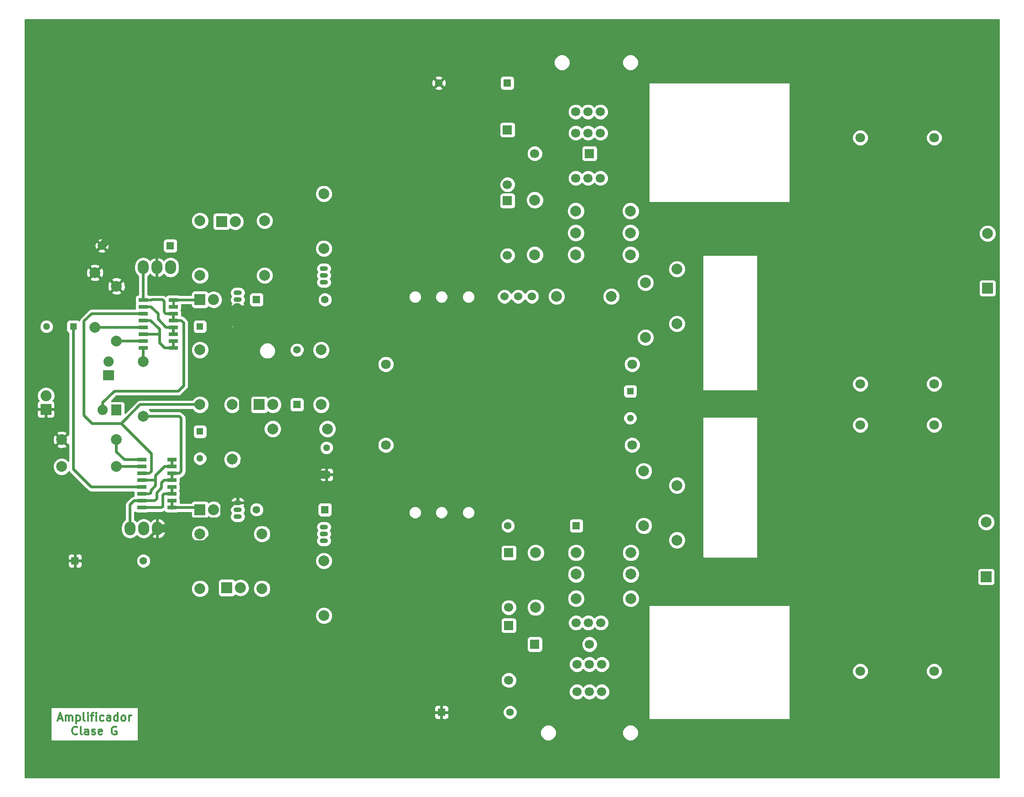
<source format=gbr>
G04 #@! TF.FileFunction,Copper,L1,Top,Signal*
%FSLAX46Y46*%
G04 Gerber Fmt 4.6, Leading zero omitted, Abs format (unit mm)*
G04 Created by KiCad (PCBNEW (2016-09-05 BZR 7119, Git caafcde)-product) date Tue Sep 20 16:16:29 2016*
%MOMM*%
%LPD*%
G01*
G04 APERTURE LIST*
%ADD10C,0.100000*%
%ADD11C,0.300000*%
%ADD12C,1.699260*%
%ADD13R,1.699260X1.699260*%
%ADD14R,1.397000X1.397000*%
%ADD15C,1.397000*%
%ADD16C,1.998980*%
%ADD17R,2.032000X2.032000*%
%ADD18O,2.032000X2.032000*%
%ADD19R,1.300000X1.300000*%
%ADD20C,1.300000*%
%ADD21R,1.750000X0.650000*%
%ADD22R,2.000000X1.900000*%
%ADD23C,1.900000*%
%ADD24C,1.800000*%
%ADD25R,1.998980X1.998980*%
%ADD26R,1.900000X2.000000*%
%ADD27C,1.524000*%
%ADD28O,2.032000X2.540000*%
%ADD29O,1.501140X0.899160*%
%ADD30C,0.500000*%
%ADD31C,0.400000*%
%ADD32C,1.500000*%
%ADD33C,0.254000*%
G04 APERTURE END LIST*
D10*
D11*
X51285714Y-145975000D02*
X52000000Y-145975000D01*
X51142857Y-146403571D02*
X51642857Y-144903571D01*
X52142857Y-146403571D01*
X52642857Y-146403571D02*
X52642857Y-145403571D01*
X52642857Y-145546428D02*
X52714285Y-145475000D01*
X52857142Y-145403571D01*
X53071428Y-145403571D01*
X53214285Y-145475000D01*
X53285714Y-145617857D01*
X53285714Y-146403571D01*
X53285714Y-145617857D02*
X53357142Y-145475000D01*
X53500000Y-145403571D01*
X53714285Y-145403571D01*
X53857142Y-145475000D01*
X53928571Y-145617857D01*
X53928571Y-146403571D01*
X54642857Y-145403571D02*
X54642857Y-146903571D01*
X54642857Y-145475000D02*
X54785714Y-145403571D01*
X55071428Y-145403571D01*
X55214285Y-145475000D01*
X55285714Y-145546428D01*
X55357142Y-145689285D01*
X55357142Y-146117857D01*
X55285714Y-146260714D01*
X55214285Y-146332142D01*
X55071428Y-146403571D01*
X54785714Y-146403571D01*
X54642857Y-146332142D01*
X56214285Y-146403571D02*
X56071428Y-146332142D01*
X56000000Y-146189285D01*
X56000000Y-144903571D01*
X56785714Y-146403571D02*
X56785714Y-145403571D01*
X56785714Y-144903571D02*
X56714285Y-144975000D01*
X56785714Y-145046428D01*
X56857142Y-144975000D01*
X56785714Y-144903571D01*
X56785714Y-145046428D01*
X57285714Y-145403571D02*
X57857142Y-145403571D01*
X57500000Y-146403571D02*
X57500000Y-145117857D01*
X57571428Y-144975000D01*
X57714285Y-144903571D01*
X57857142Y-144903571D01*
X58357142Y-146403571D02*
X58357142Y-145403571D01*
X58357142Y-144903571D02*
X58285714Y-144975000D01*
X58357142Y-145046428D01*
X58428571Y-144975000D01*
X58357142Y-144903571D01*
X58357142Y-145046428D01*
X59714285Y-146332142D02*
X59571428Y-146403571D01*
X59285714Y-146403571D01*
X59142857Y-146332142D01*
X59071428Y-146260714D01*
X59000000Y-146117857D01*
X59000000Y-145689285D01*
X59071428Y-145546428D01*
X59142857Y-145475000D01*
X59285714Y-145403571D01*
X59571428Y-145403571D01*
X59714285Y-145475000D01*
X61000000Y-146403571D02*
X61000000Y-145617857D01*
X60928571Y-145475000D01*
X60785714Y-145403571D01*
X60500000Y-145403571D01*
X60357142Y-145475000D01*
X61000000Y-146332142D02*
X60857142Y-146403571D01*
X60500000Y-146403571D01*
X60357142Y-146332142D01*
X60285714Y-146189285D01*
X60285714Y-146046428D01*
X60357142Y-145903571D01*
X60500000Y-145832142D01*
X60857142Y-145832142D01*
X61000000Y-145760714D01*
X62357142Y-146403571D02*
X62357142Y-144903571D01*
X62357142Y-146332142D02*
X62214285Y-146403571D01*
X61928571Y-146403571D01*
X61785714Y-146332142D01*
X61714285Y-146260714D01*
X61642857Y-146117857D01*
X61642857Y-145689285D01*
X61714285Y-145546428D01*
X61785714Y-145475000D01*
X61928571Y-145403571D01*
X62214285Y-145403571D01*
X62357142Y-145475000D01*
X63285714Y-146403571D02*
X63142857Y-146332142D01*
X63071428Y-146260714D01*
X63000000Y-146117857D01*
X63000000Y-145689285D01*
X63071428Y-145546428D01*
X63142857Y-145475000D01*
X63285714Y-145403571D01*
X63500000Y-145403571D01*
X63642857Y-145475000D01*
X63714285Y-145546428D01*
X63785714Y-145689285D01*
X63785714Y-146117857D01*
X63714285Y-146260714D01*
X63642857Y-146332142D01*
X63500000Y-146403571D01*
X63285714Y-146403571D01*
X64428571Y-146403571D02*
X64428571Y-145403571D01*
X64428571Y-145689285D02*
X64500000Y-145546428D01*
X64571428Y-145475000D01*
X64714285Y-145403571D01*
X64857142Y-145403571D01*
X54821428Y-148810714D02*
X54750000Y-148882142D01*
X54535714Y-148953571D01*
X54392857Y-148953571D01*
X54178571Y-148882142D01*
X54035714Y-148739285D01*
X53964285Y-148596428D01*
X53892857Y-148310714D01*
X53892857Y-148096428D01*
X53964285Y-147810714D01*
X54035714Y-147667857D01*
X54178571Y-147525000D01*
X54392857Y-147453571D01*
X54535714Y-147453571D01*
X54750000Y-147525000D01*
X54821428Y-147596428D01*
X55678571Y-148953571D02*
X55535714Y-148882142D01*
X55464285Y-148739285D01*
X55464285Y-147453571D01*
X56892857Y-148953571D02*
X56892857Y-148167857D01*
X56821428Y-148025000D01*
X56678571Y-147953571D01*
X56392857Y-147953571D01*
X56250000Y-148025000D01*
X56892857Y-148882142D02*
X56750000Y-148953571D01*
X56392857Y-148953571D01*
X56250000Y-148882142D01*
X56178571Y-148739285D01*
X56178571Y-148596428D01*
X56250000Y-148453571D01*
X56392857Y-148382142D01*
X56750000Y-148382142D01*
X56892857Y-148310714D01*
X57535714Y-148882142D02*
X57678571Y-148953571D01*
X57964285Y-148953571D01*
X58107142Y-148882142D01*
X58178571Y-148739285D01*
X58178571Y-148667857D01*
X58107142Y-148525000D01*
X57964285Y-148453571D01*
X57750000Y-148453571D01*
X57607142Y-148382142D01*
X57535714Y-148239285D01*
X57535714Y-148167857D01*
X57607142Y-148025000D01*
X57750000Y-147953571D01*
X57964285Y-147953571D01*
X58107142Y-148025000D01*
X59392857Y-148882142D02*
X59250000Y-148953571D01*
X58964285Y-148953571D01*
X58821428Y-148882142D01*
X58750000Y-148739285D01*
X58750000Y-148167857D01*
X58821428Y-148025000D01*
X58964285Y-147953571D01*
X59250000Y-147953571D01*
X59392857Y-148025000D01*
X59464285Y-148167857D01*
X59464285Y-148310714D01*
X58750000Y-148453571D01*
X62035714Y-147525000D02*
X61892857Y-147453571D01*
X61678571Y-147453571D01*
X61464285Y-147525000D01*
X61321428Y-147667857D01*
X61250000Y-147810714D01*
X61178571Y-148096428D01*
X61178571Y-148310714D01*
X61250000Y-148596428D01*
X61321428Y-148739285D01*
X61464285Y-148882142D01*
X61678571Y-148953571D01*
X61821428Y-148953571D01*
X62035714Y-148882142D01*
X62107142Y-148810714D01*
X62107142Y-148310714D01*
X61821428Y-148310714D01*
D12*
X139722000Y-41024000D03*
D13*
X149882000Y-41024000D03*
D14*
X147450000Y-110160000D03*
D15*
X134750000Y-110160000D03*
D16*
X157556000Y-115160000D03*
X147396000Y-115160000D03*
D12*
X149896000Y-132160000D03*
D13*
X139736000Y-132160000D03*
D16*
X147396000Y-119160000D03*
X157556000Y-119160000D03*
X147396000Y-123660000D03*
X157556000Y-123660000D03*
D12*
X149687080Y-128160000D03*
X147396000Y-128160000D03*
X151978160Y-128160000D03*
D16*
X77586000Y-111660000D03*
X77586000Y-121820000D03*
D17*
X82586000Y-121660000D03*
D18*
X85126000Y-121660000D03*
D16*
X89086000Y-111660000D03*
X89086000Y-121820000D03*
D19*
X101086000Y-100660000D03*
D20*
X101086000Y-95660000D03*
D16*
X91086000Y-92160000D03*
X101246000Y-92160000D03*
D17*
X88586000Y-87660000D03*
D18*
X91126000Y-87660000D03*
D16*
X100086000Y-77500000D03*
X100086000Y-87660000D03*
D14*
X95586000Y-87660000D03*
D15*
X95586000Y-77500000D03*
D16*
X51926000Y-99160000D03*
X62086000Y-99160000D03*
X51926000Y-94160000D03*
X62086000Y-94160000D03*
D17*
X77586000Y-107160000D03*
D18*
X80126000Y-107160000D03*
D21*
X66796000Y-106793000D03*
X72396000Y-106793000D03*
X66796000Y-105523000D03*
X72396000Y-105523000D03*
X66796000Y-104253000D03*
X72396000Y-104253000D03*
X66796000Y-102983000D03*
X72396000Y-102983000D03*
X66796000Y-101713000D03*
X72396000Y-101713000D03*
X66796000Y-100443000D03*
X72396000Y-100443000D03*
X66796000Y-99173000D03*
X72396000Y-99173000D03*
X66796000Y-97903000D03*
X72396000Y-97903000D03*
D22*
X60586000Y-82200000D03*
D23*
X60586000Y-79660000D03*
D24*
X112090000Y-95160000D03*
X157810000Y-95160000D03*
D19*
X77586000Y-73160000D03*
D20*
X82586000Y-73160000D03*
D19*
X54086000Y-73160000D03*
D20*
X49086000Y-73160000D03*
D19*
X157450000Y-85160000D03*
D20*
X157450000Y-90160000D03*
D14*
X122428000Y-144780000D03*
D15*
X135128000Y-144780000D03*
D14*
X72086000Y-58160000D03*
D15*
X59386000Y-58160000D03*
D14*
X54386000Y-116660000D03*
D15*
X67086000Y-116660000D03*
D14*
X134620000Y-27940000D03*
D15*
X121920000Y-27940000D03*
D14*
X100786000Y-107160000D03*
D15*
X88086000Y-107160000D03*
D14*
X88086000Y-68160000D03*
D15*
X100786000Y-68160000D03*
D19*
X77586000Y-92660000D03*
D20*
X77586000Y-97660000D03*
D16*
X223774000Y-55880000D03*
D25*
X223774000Y-66040000D03*
D12*
X134664000Y-46790000D03*
D13*
X134664000Y-36630000D03*
D12*
X134664000Y-59950000D03*
D13*
X134664000Y-49790000D03*
D12*
X134896000Y-125320000D03*
D13*
X134896000Y-115160000D03*
D12*
X134898540Y-138820520D03*
D13*
X134898540Y-128660520D03*
D16*
X223520000Y-109474000D03*
D25*
X223520000Y-119634000D03*
D26*
X62086000Y-88660000D03*
D23*
X59546000Y-88660000D03*
D17*
X77586000Y-68160000D03*
D18*
X80126000Y-68160000D03*
D17*
X81586000Y-53660000D03*
D18*
X84126000Y-53660000D03*
D12*
X149628000Y-33290000D03*
X151919080Y-33290000D03*
X147336920Y-33290000D03*
X149633080Y-37214000D03*
X151924160Y-37214000D03*
X147342000Y-37214000D03*
X149865080Y-135890000D03*
X152156160Y-135890000D03*
X147574000Y-135890000D03*
X149865080Y-140970000D03*
X152156160Y-140970000D03*
X147574000Y-140970000D03*
D16*
X166116000Y-62484000D03*
X166116000Y-72644000D03*
D24*
X157810000Y-80160000D03*
X112090000Y-80160000D03*
D16*
X157502000Y-51692000D03*
X147342000Y-51692000D03*
X166116000Y-102660000D03*
X166116000Y-112820000D03*
X139722000Y-49660000D03*
X139722000Y-59820000D03*
X139896000Y-125320000D03*
X139896000Y-115160000D03*
X100586000Y-116660000D03*
X100586000Y-126820000D03*
X77586000Y-87660000D03*
X77586000Y-77500000D03*
X83586000Y-97820000D03*
X83586000Y-87660000D03*
X58086000Y-63160000D03*
X58086000Y-73320000D03*
X100586000Y-48500000D03*
X100586000Y-58660000D03*
D24*
X200152000Y-91440000D03*
X200152000Y-137160000D03*
X213868000Y-91440000D03*
X213868000Y-137160000D03*
X213868000Y-38100000D03*
X213868000Y-83820000D03*
X200152000Y-38100000D03*
X200152000Y-83820000D03*
D16*
X157502000Y-59820000D03*
X147342000Y-59820000D03*
X89586000Y-53500000D03*
X89586000Y-63660000D03*
X157502000Y-55756000D03*
X147342000Y-55756000D03*
X160274000Y-75184000D03*
X160274000Y-65024000D03*
X159950000Y-100000000D03*
X159950000Y-110160000D03*
X77586000Y-53500000D03*
X77586000Y-63660000D03*
X143764000Y-67564000D03*
X153924000Y-67564000D03*
D27*
X136652000Y-67564000D03*
X139192000Y-67564000D03*
X134112000Y-67564000D03*
D16*
X67086000Y-79660000D03*
X67086000Y-89820000D03*
X62086000Y-75820000D03*
X62086000Y-65660000D03*
D21*
X67050000Y-77089000D03*
X72650000Y-77089000D03*
X67050000Y-75819000D03*
X72650000Y-75819000D03*
X67050000Y-74549000D03*
X72650000Y-74549000D03*
X67050000Y-73279000D03*
X72650000Y-73279000D03*
X67050000Y-72009000D03*
X72650000Y-72009000D03*
X67050000Y-70739000D03*
X72650000Y-70739000D03*
X67050000Y-69469000D03*
X72650000Y-69469000D03*
X67050000Y-68199000D03*
X72650000Y-68199000D03*
D28*
X69586000Y-62160000D03*
X67046000Y-62160000D03*
X72126000Y-62160000D03*
X67126000Y-110660000D03*
X64586000Y-110660000D03*
X69666000Y-110660000D03*
D12*
X149628000Y-45596000D03*
X147336920Y-45596000D03*
X151919080Y-45596000D03*
D29*
X100586000Y-111660000D03*
X100586000Y-110390000D03*
X100586000Y-112930000D03*
X84586000Y-107160000D03*
X84586000Y-105890000D03*
X84586000Y-108430000D03*
X84586000Y-68160000D03*
X84586000Y-69430000D03*
X84586000Y-66890000D03*
X100586000Y-63660000D03*
X100586000Y-64930000D03*
X100586000Y-62390000D03*
D17*
X49000000Y-88540000D03*
D18*
X49000000Y-86000000D03*
D30*
X66796000Y-102983000D02*
X57409000Y-102983000D01*
X57409000Y-102983000D02*
X54086000Y-99660000D01*
X54086000Y-99660000D02*
X54086000Y-81160000D01*
X54086000Y-81160000D02*
X54086000Y-73160000D01*
X67050000Y-73279000D02*
X58127000Y-73279000D01*
X58127000Y-73279000D02*
X58086000Y-73320000D01*
D31*
X66500000Y-73279000D02*
X67050000Y-73279000D01*
D30*
X68586000Y-96737248D02*
X68586000Y-100052351D01*
X68586000Y-100052351D02*
X68195351Y-100443000D01*
X68195351Y-100443000D02*
X68171000Y-100443000D01*
X68171000Y-100443000D02*
X66796000Y-100443000D01*
X63008752Y-91160000D02*
X68586000Y-96737248D01*
X66508752Y-87660000D02*
X63586000Y-90582752D01*
X63586000Y-90582752D02*
X63008752Y-91160000D01*
X77586000Y-87660000D02*
X66508752Y-87660000D01*
X63008752Y-91160000D02*
X59586000Y-91160000D01*
X56086000Y-72160000D02*
X57507000Y-70739000D01*
X57507000Y-70739000D02*
X67050000Y-70739000D01*
X56086000Y-89660000D02*
X56086000Y-72160000D01*
X57586000Y-91160000D02*
X56086000Y-89660000D01*
X59586000Y-91160000D02*
X57586000Y-91160000D01*
D31*
X66500000Y-70739000D02*
X67050000Y-70739000D01*
D30*
X64586000Y-106272998D02*
X64586000Y-110660000D01*
X66796000Y-105523000D02*
X65335998Y-105523000D01*
X65335998Y-105523000D02*
X64586000Y-106272998D01*
X74121001Y-90195001D02*
X73746000Y-89820000D01*
X73746000Y-89820000D02*
X67086000Y-89820000D01*
X72396000Y-100443000D02*
X73771000Y-100443000D01*
X73771000Y-100443000D02*
X74121001Y-100092999D01*
X74121001Y-100092999D02*
X74121001Y-90195001D01*
X66796000Y-105523000D02*
X69207989Y-105523000D01*
X69207989Y-105523000D02*
X69570989Y-105160000D01*
X69570989Y-105160000D02*
X69570989Y-104062360D01*
X69570989Y-104062360D02*
X70473349Y-103160000D01*
X70473349Y-103160000D02*
X70473349Y-102175649D01*
X70473349Y-102175649D02*
X70935998Y-101713000D01*
X70935998Y-101713000D02*
X72396000Y-101713000D01*
X72396000Y-101713000D02*
X72396000Y-100443000D01*
X67050000Y-75819000D02*
X62087000Y-75819000D01*
X62087000Y-75819000D02*
X62086000Y-75820000D01*
X62086000Y-96422752D02*
X62086000Y-94160000D01*
X63566248Y-97903000D02*
X62086000Y-96422752D01*
X66796000Y-97903000D02*
X63566248Y-97903000D01*
X67046000Y-62160000D02*
X67046000Y-68195000D01*
X67046000Y-68195000D02*
X67050000Y-68199000D01*
X59546000Y-88660000D02*
X59546000Y-87316498D01*
X61702498Y-85160000D02*
X73586000Y-85160000D01*
X73586000Y-85160000D02*
X74586000Y-84160000D01*
X59546000Y-87316498D02*
X61702498Y-85160000D01*
X74586000Y-84160000D02*
X74586000Y-72484998D01*
X74586000Y-72484998D02*
X74110002Y-72009000D01*
X74110002Y-72009000D02*
X72650000Y-72009000D01*
X72650000Y-70739000D02*
X72650000Y-72009000D01*
X70924999Y-68498999D02*
X70924999Y-70474001D01*
X70924999Y-70474001D02*
X71189998Y-70739000D01*
X71189998Y-70739000D02*
X72650000Y-70739000D01*
X68688998Y-68160000D02*
X70586000Y-68160000D01*
X70586000Y-68160000D02*
X70924999Y-68498999D01*
X67050000Y-68199000D02*
X68649998Y-68199000D01*
X68649998Y-68199000D02*
X68688998Y-68160000D01*
X72650000Y-68199000D02*
X77547000Y-68199000D01*
X77547000Y-68199000D02*
X77586000Y-68160000D01*
D31*
X72650000Y-68199000D02*
X72650000Y-69469000D01*
D30*
X72396000Y-106793000D02*
X77219000Y-106793000D01*
X77219000Y-106793000D02*
X77586000Y-107160000D01*
X72396000Y-105523000D02*
X72396000Y-106793000D01*
D31*
X72396000Y-106970000D02*
X72396000Y-106793000D01*
D30*
X67086000Y-79660000D02*
X67086000Y-77125000D01*
X67086000Y-77125000D02*
X67050000Y-77089000D01*
X62086000Y-99160000D02*
X66783000Y-99160000D01*
X66783000Y-99160000D02*
X66796000Y-99173000D01*
X70086000Y-73670000D02*
X70086000Y-74660000D01*
X70086000Y-74660000D02*
X70086000Y-76160000D01*
X67050000Y-74549000D02*
X69975000Y-74549000D01*
X69975000Y-74549000D02*
X70086000Y-74660000D01*
X72650000Y-75819000D02*
X72650000Y-77089000D01*
X67050000Y-72009000D02*
X68425000Y-72009000D01*
X68425000Y-72009000D02*
X70086000Y-73670000D01*
X70086000Y-76160000D02*
X71015000Y-77089000D01*
X71015000Y-77089000D02*
X72650000Y-77089000D01*
X72650000Y-74549000D02*
X72650000Y-73279000D01*
X72650000Y-73279000D02*
X71275000Y-73279000D01*
X71275000Y-73279000D02*
X69824989Y-71828989D01*
X68510002Y-69469000D02*
X67050000Y-69469000D01*
X69824989Y-71828989D02*
X69824989Y-70783987D01*
X69824989Y-70783987D02*
X68510002Y-69469000D01*
X70670999Y-106575001D02*
X70453000Y-106793000D01*
X70453000Y-106793000D02*
X66796000Y-106793000D01*
X70670999Y-104517999D02*
X70670999Y-106575001D01*
X72396000Y-104253000D02*
X70935998Y-104253000D01*
X70935998Y-104253000D02*
X70670999Y-104517999D01*
X72396000Y-102983000D02*
X72396000Y-104253000D01*
X72396000Y-97903000D02*
X72396000Y-99173000D01*
X69373339Y-101660000D02*
X69373339Y-100820661D01*
X69373339Y-102704361D02*
X69373339Y-101660000D01*
X69320339Y-101713000D02*
X66796000Y-101713000D01*
X69373339Y-101660000D02*
X69320339Y-101713000D01*
X66796000Y-104253000D02*
X68256002Y-104253000D01*
X68256002Y-104253000D02*
X68470979Y-104038023D01*
X68470979Y-104038023D02*
X68470979Y-103606721D01*
X68470979Y-103606721D02*
X69373339Y-102704361D01*
X69373339Y-100820661D02*
X71021000Y-99173000D01*
X71021000Y-99173000D02*
X72396000Y-99173000D01*
D32*
X74000000Y-54000000D02*
X63546000Y-54000000D01*
X63546000Y-54000000D02*
X59386000Y-58160000D01*
X82586000Y-62586000D02*
X74000000Y-54000000D01*
X82586000Y-73160000D02*
X82586000Y-62586000D01*
X82586000Y-73160000D02*
X81160000Y-73160000D01*
X83000000Y-75000000D02*
X84000000Y-75000000D01*
X83235999Y-70780001D02*
X83235999Y-72510001D01*
X81160000Y-73160000D02*
X83000000Y-75000000D01*
X84000000Y-75000000D02*
X87000000Y-72000000D01*
X87000000Y-72000000D02*
X84609590Y-69609590D01*
X84609590Y-69609590D02*
X84406410Y-69609590D01*
X84406410Y-69609590D02*
X83235999Y-70780001D01*
X83235999Y-72510001D02*
X82586000Y-73160000D01*
X90086000Y-97660000D02*
X86833309Y-97660000D01*
X92000000Y-101746000D02*
X90919309Y-101746000D01*
X90919309Y-101746000D02*
X90086000Y-100912691D01*
X90086000Y-100912691D02*
X90086000Y-97660000D01*
X93340000Y-100660000D02*
X93086000Y-100660000D01*
X93086000Y-100660000D02*
X92000000Y-101746000D01*
X101086000Y-100660000D02*
X93340000Y-100660000D01*
X101086000Y-100660000D02*
X91000000Y-100660000D01*
X90086000Y-95086000D02*
X91000000Y-96000000D01*
X91000000Y-96000000D02*
X91000000Y-100660000D01*
X90086000Y-97660000D02*
X90086000Y-95086000D01*
X90086000Y-97660000D02*
X82142001Y-105603999D01*
X75181491Y-113659491D02*
X72182000Y-110660000D01*
X82142001Y-105603999D02*
X82142001Y-110063247D01*
X82142001Y-110063247D02*
X78545757Y-113659491D01*
X78545757Y-113659491D02*
X75181491Y-113659491D01*
X72182000Y-110660000D02*
X69666000Y-110660000D01*
X90086000Y-97660000D02*
X85585491Y-93159491D01*
X85585491Y-93159491D02*
X85585491Y-76159491D01*
X85585491Y-76159491D02*
X83235999Y-73809999D01*
X83235999Y-73809999D02*
X82586000Y-73160000D01*
D30*
X86833309Y-97660000D02*
X84586000Y-99907309D01*
X84586000Y-99907309D02*
X84586000Y-104940420D01*
X84586000Y-104940420D02*
X84586000Y-105890000D01*
X84586000Y-105890000D02*
X83999955Y-105890000D01*
X83999955Y-105890000D02*
X80999955Y-108890000D01*
X80999955Y-108890000D02*
X72952000Y-108890000D01*
X72952000Y-108890000D02*
X71182000Y-110660000D01*
X71182000Y-110660000D02*
X69666000Y-110660000D01*
X94000000Y-100660000D02*
X93086000Y-100660000D01*
X85836570Y-105890000D02*
X84586000Y-105890000D01*
X101086000Y-100660000D02*
X94000000Y-100660000D01*
X94000000Y-100660000D02*
X91066570Y-100660000D01*
X91066570Y-100660000D02*
X85836570Y-105890000D01*
X68196000Y-59000000D02*
X60226000Y-59000000D01*
X60226000Y-59000000D02*
X59386000Y-58160000D01*
X69586000Y-62160000D02*
X69586000Y-60390000D01*
X69586000Y-60390000D02*
X68196000Y-59000000D01*
X61000000Y-64574000D02*
X59500000Y-64574000D01*
X59500000Y-64574000D02*
X58086000Y-63160000D01*
X62086000Y-65660000D02*
X61000000Y-64574000D01*
X57000000Y-60546000D02*
X57000000Y-62074000D01*
X57000000Y-62074000D02*
X58086000Y-63160000D01*
X59386000Y-58160000D02*
X57000000Y-60546000D01*
X69666000Y-110660000D02*
X69666000Y-110914000D01*
X69666000Y-110914000D02*
X63920000Y-116660000D01*
X63920000Y-116660000D02*
X55584500Y-116660000D01*
X55584500Y-116660000D02*
X54386000Y-116660000D01*
D33*
G36*
X225873000Y-156873000D02*
X45127000Y-156873000D01*
X45127000Y-144000000D01*
X49873000Y-144000000D01*
X49873000Y-150000000D01*
X49882667Y-150048601D01*
X49910197Y-150089803D01*
X49951399Y-150117333D01*
X50000000Y-150127000D01*
X66000000Y-150127000D01*
X66048601Y-150117333D01*
X66089803Y-150089803D01*
X66117333Y-150048601D01*
X66127000Y-150000000D01*
X66127000Y-148893991D01*
X140704735Y-148893991D01*
X140937932Y-149458371D01*
X141369357Y-149890551D01*
X141933330Y-150124733D01*
X142543991Y-150125265D01*
X143108371Y-149892068D01*
X143540551Y-149460643D01*
X143774733Y-148896670D01*
X143774735Y-148893991D01*
X155944735Y-148893991D01*
X156177932Y-149458371D01*
X156609357Y-149890551D01*
X157173330Y-150124733D01*
X157783991Y-150125265D01*
X158348371Y-149892068D01*
X158780551Y-149460643D01*
X159014733Y-148896670D01*
X159015265Y-148286009D01*
X158782068Y-147721629D01*
X158350643Y-147289449D01*
X157786670Y-147055267D01*
X157176009Y-147054735D01*
X156611629Y-147287932D01*
X156179449Y-147719357D01*
X155945267Y-148283330D01*
X155944735Y-148893991D01*
X143774735Y-148893991D01*
X143775265Y-148286009D01*
X143542068Y-147721629D01*
X143110643Y-147289449D01*
X142546670Y-147055267D01*
X141936009Y-147054735D01*
X141371629Y-147287932D01*
X140939449Y-147719357D01*
X140705267Y-148283330D01*
X140704735Y-148893991D01*
X66127000Y-148893991D01*
X66127000Y-145065750D01*
X121094500Y-145065750D01*
X121094500Y-145604810D01*
X121191173Y-145838199D01*
X121369802Y-146016827D01*
X121603191Y-146113500D01*
X122142250Y-146113500D01*
X122301000Y-145954750D01*
X122301000Y-144907000D01*
X122555000Y-144907000D01*
X122555000Y-145954750D01*
X122713750Y-146113500D01*
X123252809Y-146113500D01*
X123486198Y-146016827D01*
X123664827Y-145838199D01*
X123761500Y-145604810D01*
X123761500Y-145065750D01*
X123739836Y-145044086D01*
X133794269Y-145044086D01*
X133996854Y-145534380D01*
X134371647Y-145909827D01*
X134861587Y-146113268D01*
X135392086Y-146113731D01*
X135882380Y-145911146D01*
X136257827Y-145536353D01*
X136461268Y-145046413D01*
X136461731Y-144515914D01*
X136259146Y-144025620D01*
X135884353Y-143650173D01*
X135394413Y-143446732D01*
X134863914Y-143446269D01*
X134373620Y-143648854D01*
X133998173Y-144023647D01*
X133794732Y-144513587D01*
X133794269Y-145044086D01*
X123739836Y-145044086D01*
X123602750Y-144907000D01*
X122555000Y-144907000D01*
X122301000Y-144907000D01*
X121253250Y-144907000D01*
X121094500Y-145065750D01*
X66127000Y-145065750D01*
X66127000Y-144000000D01*
X66118088Y-143955190D01*
X121094500Y-143955190D01*
X121094500Y-144494250D01*
X121253250Y-144653000D01*
X122301000Y-144653000D01*
X122301000Y-143605250D01*
X122555000Y-143605250D01*
X122555000Y-144653000D01*
X123602750Y-144653000D01*
X123761500Y-144494250D01*
X123761500Y-143955190D01*
X123664827Y-143721801D01*
X123486198Y-143543173D01*
X123252809Y-143446500D01*
X122713750Y-143446500D01*
X122555000Y-143605250D01*
X122301000Y-143605250D01*
X122142250Y-143446500D01*
X121603191Y-143446500D01*
X121369802Y-143543173D01*
X121191173Y-143721801D01*
X121094500Y-143955190D01*
X66118088Y-143955190D01*
X66117333Y-143951399D01*
X66089803Y-143910197D01*
X66048601Y-143882667D01*
X66000000Y-143873000D01*
X50000000Y-143873000D01*
X49951399Y-143882667D01*
X49910197Y-143910197D01*
X49882667Y-143951399D01*
X49873000Y-144000000D01*
X45127000Y-144000000D01*
X45127000Y-141264016D01*
X146089112Y-141264016D01*
X146314658Y-141809877D01*
X146731926Y-142227874D01*
X147277393Y-142454372D01*
X147868016Y-142454888D01*
X148413877Y-142229342D01*
X148719707Y-141924045D01*
X149023006Y-142227874D01*
X149568473Y-142454372D01*
X150159096Y-142454888D01*
X150704957Y-142229342D01*
X151010787Y-141924045D01*
X151314086Y-142227874D01*
X151859553Y-142454372D01*
X152450176Y-142454888D01*
X152996037Y-142229342D01*
X153414034Y-141812074D01*
X153640532Y-141266607D01*
X153641048Y-140675984D01*
X153415502Y-140130123D01*
X152998234Y-139712126D01*
X152452767Y-139485628D01*
X151862144Y-139485112D01*
X151316283Y-139710658D01*
X151010453Y-140015955D01*
X150707154Y-139712126D01*
X150161687Y-139485628D01*
X149571064Y-139485112D01*
X149025203Y-139710658D01*
X148719373Y-140015955D01*
X148416074Y-139712126D01*
X147870607Y-139485628D01*
X147279984Y-139485112D01*
X146734123Y-139710658D01*
X146316126Y-140127926D01*
X146089628Y-140673393D01*
X146089112Y-141264016D01*
X45127000Y-141264016D01*
X45127000Y-139114536D01*
X133413652Y-139114536D01*
X133639198Y-139660397D01*
X134056466Y-140078394D01*
X134601933Y-140304892D01*
X135192556Y-140305408D01*
X135738417Y-140079862D01*
X136156414Y-139662594D01*
X136382912Y-139117127D01*
X136383428Y-138526504D01*
X136157882Y-137980643D01*
X135740614Y-137562646D01*
X135195147Y-137336148D01*
X134604524Y-137335632D01*
X134058663Y-137561178D01*
X133640666Y-137978446D01*
X133414168Y-138523913D01*
X133413652Y-139114536D01*
X45127000Y-139114536D01*
X45127000Y-136184016D01*
X146089112Y-136184016D01*
X146314658Y-136729877D01*
X146731926Y-137147874D01*
X147277393Y-137374372D01*
X147868016Y-137374888D01*
X148413877Y-137149342D01*
X148719707Y-136844045D01*
X149023006Y-137147874D01*
X149568473Y-137374372D01*
X150159096Y-137374888D01*
X150704957Y-137149342D01*
X151010787Y-136844045D01*
X151314086Y-137147874D01*
X151859553Y-137374372D01*
X152450176Y-137374888D01*
X152996037Y-137149342D01*
X153414034Y-136732074D01*
X153640532Y-136186607D01*
X153641048Y-135595984D01*
X153415502Y-135050123D01*
X152998234Y-134632126D01*
X152452767Y-134405628D01*
X151862144Y-134405112D01*
X151316283Y-134630658D01*
X151010453Y-134935955D01*
X150707154Y-134632126D01*
X150161687Y-134405628D01*
X149571064Y-134405112D01*
X149025203Y-134630658D01*
X148719373Y-134935955D01*
X148416074Y-134632126D01*
X147870607Y-134405628D01*
X147279984Y-134405112D01*
X146734123Y-134630658D01*
X146316126Y-135047926D01*
X146089628Y-135593393D01*
X146089112Y-136184016D01*
X45127000Y-136184016D01*
X45127000Y-131310370D01*
X138238930Y-131310370D01*
X138238930Y-133009630D01*
X138288213Y-133257395D01*
X138428561Y-133467439D01*
X138638605Y-133607787D01*
X138886370Y-133657070D01*
X140585630Y-133657070D01*
X140833395Y-133607787D01*
X141043439Y-133467439D01*
X141183787Y-133257395D01*
X141233070Y-133009630D01*
X141233070Y-132454016D01*
X148411112Y-132454016D01*
X148636658Y-132999877D01*
X149053926Y-133417874D01*
X149599393Y-133644372D01*
X150190016Y-133644888D01*
X150735877Y-133419342D01*
X151153874Y-133002074D01*
X151380372Y-132456607D01*
X151380888Y-131865984D01*
X151155342Y-131320123D01*
X150738074Y-130902126D01*
X150192607Y-130675628D01*
X149601984Y-130675112D01*
X149056123Y-130900658D01*
X148638126Y-131317926D01*
X148411628Y-131863393D01*
X148411112Y-132454016D01*
X141233070Y-132454016D01*
X141233070Y-131310370D01*
X141183787Y-131062605D01*
X141043439Y-130852561D01*
X140833395Y-130712213D01*
X140585630Y-130662930D01*
X138886370Y-130662930D01*
X138638605Y-130712213D01*
X138428561Y-130852561D01*
X138288213Y-131062605D01*
X138238930Y-131310370D01*
X45127000Y-131310370D01*
X45127000Y-127143694D01*
X98951226Y-127143694D01*
X99199538Y-127744655D01*
X99658927Y-128204846D01*
X100259453Y-128454206D01*
X100909694Y-128454774D01*
X101510655Y-128206462D01*
X101906917Y-127810890D01*
X133401470Y-127810890D01*
X133401470Y-129510150D01*
X133450753Y-129757915D01*
X133591101Y-129967959D01*
X133801145Y-130108307D01*
X134048910Y-130157590D01*
X135748170Y-130157590D01*
X135995935Y-130108307D01*
X136205979Y-129967959D01*
X136346327Y-129757915D01*
X136395610Y-129510150D01*
X136395610Y-128454016D01*
X145911112Y-128454016D01*
X146136658Y-128999877D01*
X146553926Y-129417874D01*
X147099393Y-129644372D01*
X147690016Y-129644888D01*
X148235877Y-129419342D01*
X148541707Y-129114045D01*
X148845006Y-129417874D01*
X149390473Y-129644372D01*
X149981096Y-129644888D01*
X150526957Y-129419342D01*
X150832787Y-129114045D01*
X151136086Y-129417874D01*
X151681553Y-129644372D01*
X152272176Y-129644888D01*
X152818037Y-129419342D01*
X153236034Y-129002074D01*
X153462532Y-128456607D01*
X153463048Y-127865984D01*
X153237502Y-127320123D01*
X152820234Y-126902126D01*
X152274767Y-126675628D01*
X151684144Y-126675112D01*
X151138283Y-126900658D01*
X150832453Y-127205955D01*
X150529154Y-126902126D01*
X149983687Y-126675628D01*
X149393064Y-126675112D01*
X148847203Y-126900658D01*
X148541373Y-127205955D01*
X148238074Y-126902126D01*
X147692607Y-126675628D01*
X147101984Y-126675112D01*
X146556123Y-126900658D01*
X146138126Y-127317926D01*
X145911628Y-127863393D01*
X145911112Y-128454016D01*
X136395610Y-128454016D01*
X136395610Y-127810890D01*
X136346327Y-127563125D01*
X136205979Y-127353081D01*
X135995935Y-127212733D01*
X135748170Y-127163450D01*
X134048910Y-127163450D01*
X133801145Y-127212733D01*
X133591101Y-127353081D01*
X133450753Y-127563125D01*
X133401470Y-127810890D01*
X101906917Y-127810890D01*
X101970846Y-127747073D01*
X102220206Y-127146547D01*
X102220774Y-126496306D01*
X101972462Y-125895345D01*
X101691624Y-125614016D01*
X133411112Y-125614016D01*
X133636658Y-126159877D01*
X134053926Y-126577874D01*
X134599393Y-126804372D01*
X135190016Y-126804888D01*
X135735877Y-126579342D01*
X136153874Y-126162074D01*
X136369124Y-125643694D01*
X138261226Y-125643694D01*
X138509538Y-126244655D01*
X138968927Y-126704846D01*
X139569453Y-126954206D01*
X140219694Y-126954774D01*
X140820655Y-126706462D01*
X141280846Y-126247073D01*
X141530206Y-125646547D01*
X141530774Y-124996306D01*
X141282462Y-124395345D01*
X140871529Y-123983694D01*
X145761226Y-123983694D01*
X146009538Y-124584655D01*
X146468927Y-125044846D01*
X147069453Y-125294206D01*
X147719694Y-125294774D01*
X148320655Y-125046462D01*
X148780846Y-124587073D01*
X149030206Y-123986547D01*
X149030208Y-123983694D01*
X155921226Y-123983694D01*
X156169538Y-124584655D01*
X156628927Y-125044846D01*
X157229453Y-125294206D01*
X157879694Y-125294774D01*
X158480655Y-125046462D01*
X158527198Y-125000000D01*
X160873000Y-125000000D01*
X160873000Y-146000000D01*
X160882667Y-146048601D01*
X160910197Y-146089803D01*
X160951399Y-146117333D01*
X161000000Y-146127000D01*
X187000000Y-146127000D01*
X187048601Y-146117333D01*
X187089803Y-146089803D01*
X187117333Y-146048601D01*
X187127000Y-146000000D01*
X187127000Y-137463991D01*
X198616735Y-137463991D01*
X198849932Y-138028371D01*
X199281357Y-138460551D01*
X199845330Y-138694733D01*
X200455991Y-138695265D01*
X201020371Y-138462068D01*
X201452551Y-138030643D01*
X201686733Y-137466670D01*
X201686735Y-137463991D01*
X212332735Y-137463991D01*
X212565932Y-138028371D01*
X212997357Y-138460551D01*
X213561330Y-138694733D01*
X214171991Y-138695265D01*
X214736371Y-138462068D01*
X215168551Y-138030643D01*
X215402733Y-137466670D01*
X215403265Y-136856009D01*
X215170068Y-136291629D01*
X214738643Y-135859449D01*
X214174670Y-135625267D01*
X213564009Y-135624735D01*
X212999629Y-135857932D01*
X212567449Y-136289357D01*
X212333267Y-136853330D01*
X212332735Y-137463991D01*
X201686735Y-137463991D01*
X201687265Y-136856009D01*
X201454068Y-136291629D01*
X201022643Y-135859449D01*
X200458670Y-135625267D01*
X199848009Y-135624735D01*
X199283629Y-135857932D01*
X198851449Y-136289357D01*
X198617267Y-136853330D01*
X198616735Y-137463991D01*
X187127000Y-137463991D01*
X187127000Y-125000000D01*
X187117333Y-124951399D01*
X187089803Y-124910197D01*
X187048601Y-124882667D01*
X187000000Y-124873000D01*
X161000000Y-124873000D01*
X160951399Y-124882667D01*
X160910197Y-124910197D01*
X160882667Y-124951399D01*
X160873000Y-125000000D01*
X158527198Y-125000000D01*
X158940846Y-124587073D01*
X159190206Y-123986547D01*
X159190774Y-123336306D01*
X158942462Y-122735345D01*
X158483073Y-122275154D01*
X157882547Y-122025794D01*
X157232306Y-122025226D01*
X156631345Y-122273538D01*
X156171154Y-122732927D01*
X155921794Y-123333453D01*
X155921226Y-123983694D01*
X149030208Y-123983694D01*
X149030774Y-123336306D01*
X148782462Y-122735345D01*
X148323073Y-122275154D01*
X147722547Y-122025794D01*
X147072306Y-122025226D01*
X146471345Y-122273538D01*
X146011154Y-122732927D01*
X145761794Y-123333453D01*
X145761226Y-123983694D01*
X140871529Y-123983694D01*
X140823073Y-123935154D01*
X140222547Y-123685794D01*
X139572306Y-123685226D01*
X138971345Y-123933538D01*
X138511154Y-124392927D01*
X138261794Y-124993453D01*
X138261226Y-125643694D01*
X136369124Y-125643694D01*
X136380372Y-125616607D01*
X136380888Y-125025984D01*
X136155342Y-124480123D01*
X135738074Y-124062126D01*
X135192607Y-123835628D01*
X134601984Y-123835112D01*
X134056123Y-124060658D01*
X133638126Y-124477926D01*
X133411628Y-125023393D01*
X133411112Y-125614016D01*
X101691624Y-125614016D01*
X101513073Y-125435154D01*
X100912547Y-125185794D01*
X100262306Y-125185226D01*
X99661345Y-125433538D01*
X99201154Y-125892927D01*
X98951794Y-126493453D01*
X98951226Y-127143694D01*
X45127000Y-127143694D01*
X45127000Y-122143694D01*
X75951226Y-122143694D01*
X76199538Y-122744655D01*
X76658927Y-123204846D01*
X77259453Y-123454206D01*
X77909694Y-123454774D01*
X78510655Y-123206462D01*
X78970846Y-122747073D01*
X79220206Y-122146547D01*
X79220774Y-121496306D01*
X78972462Y-120895345D01*
X78721556Y-120644000D01*
X80922560Y-120644000D01*
X80922560Y-122676000D01*
X80971843Y-122923765D01*
X81112191Y-123133809D01*
X81322235Y-123274157D01*
X81570000Y-123323440D01*
X83602000Y-123323440D01*
X83849765Y-123274157D01*
X84059809Y-123133809D01*
X84155146Y-122991128D01*
X84494190Y-123217670D01*
X85126000Y-123343345D01*
X85757810Y-123217670D01*
X86293433Y-122859778D01*
X86651325Y-122324155D01*
X86687220Y-122143694D01*
X87451226Y-122143694D01*
X87699538Y-122744655D01*
X88158927Y-123204846D01*
X88759453Y-123454206D01*
X89409694Y-123454774D01*
X90010655Y-123206462D01*
X90470846Y-122747073D01*
X90720206Y-122146547D01*
X90720774Y-121496306D01*
X90472462Y-120895345D01*
X90013073Y-120435154D01*
X89412547Y-120185794D01*
X88762306Y-120185226D01*
X88161345Y-120433538D01*
X87701154Y-120892927D01*
X87451794Y-121493453D01*
X87451226Y-122143694D01*
X86687220Y-122143694D01*
X86777000Y-121692345D01*
X86777000Y-121627655D01*
X86651325Y-120995845D01*
X86293433Y-120460222D01*
X85757810Y-120102330D01*
X85126000Y-119976655D01*
X84494190Y-120102330D01*
X84155146Y-120328872D01*
X84059809Y-120186191D01*
X83849765Y-120045843D01*
X83602000Y-119996560D01*
X81570000Y-119996560D01*
X81322235Y-120045843D01*
X81112191Y-120186191D01*
X80971843Y-120396235D01*
X80922560Y-120644000D01*
X78721556Y-120644000D01*
X78513073Y-120435154D01*
X77912547Y-120185794D01*
X77262306Y-120185226D01*
X76661345Y-120433538D01*
X76201154Y-120892927D01*
X75951794Y-121493453D01*
X75951226Y-122143694D01*
X45127000Y-122143694D01*
X45127000Y-119483694D01*
X145761226Y-119483694D01*
X146009538Y-120084655D01*
X146468927Y-120544846D01*
X147069453Y-120794206D01*
X147719694Y-120794774D01*
X148320655Y-120546462D01*
X148780846Y-120087073D01*
X149030206Y-119486547D01*
X149030208Y-119483694D01*
X155921226Y-119483694D01*
X156169538Y-120084655D01*
X156628927Y-120544846D01*
X157229453Y-120794206D01*
X157879694Y-120794774D01*
X158480655Y-120546462D01*
X158940846Y-120087073D01*
X159190206Y-119486547D01*
X159190774Y-118836306D01*
X159107394Y-118634510D01*
X221873070Y-118634510D01*
X221873070Y-120633490D01*
X221922353Y-120881255D01*
X222062701Y-121091299D01*
X222272745Y-121231647D01*
X222520510Y-121280930D01*
X224519490Y-121280930D01*
X224767255Y-121231647D01*
X224977299Y-121091299D01*
X225117647Y-120881255D01*
X225166930Y-120633490D01*
X225166930Y-118634510D01*
X225117647Y-118386745D01*
X224977299Y-118176701D01*
X224767255Y-118036353D01*
X224519490Y-117987070D01*
X222520510Y-117987070D01*
X222272745Y-118036353D01*
X222062701Y-118176701D01*
X221922353Y-118386745D01*
X221873070Y-118634510D01*
X159107394Y-118634510D01*
X158942462Y-118235345D01*
X158483073Y-117775154D01*
X157882547Y-117525794D01*
X157232306Y-117525226D01*
X156631345Y-117773538D01*
X156171154Y-118232927D01*
X155921794Y-118833453D01*
X155921226Y-119483694D01*
X149030208Y-119483694D01*
X149030774Y-118836306D01*
X148782462Y-118235345D01*
X148323073Y-117775154D01*
X147722547Y-117525794D01*
X147072306Y-117525226D01*
X146471345Y-117773538D01*
X146011154Y-118232927D01*
X145761794Y-118833453D01*
X145761226Y-119483694D01*
X45127000Y-119483694D01*
X45127000Y-116945750D01*
X53052500Y-116945750D01*
X53052500Y-117484810D01*
X53149173Y-117718199D01*
X53327802Y-117896827D01*
X53561191Y-117993500D01*
X54100250Y-117993500D01*
X54259000Y-117834750D01*
X54259000Y-116787000D01*
X54513000Y-116787000D01*
X54513000Y-117834750D01*
X54671750Y-117993500D01*
X55210809Y-117993500D01*
X55444198Y-117896827D01*
X55622827Y-117718199D01*
X55719500Y-117484810D01*
X55719500Y-116945750D01*
X55697836Y-116924086D01*
X65752269Y-116924086D01*
X65954854Y-117414380D01*
X66329647Y-117789827D01*
X66819587Y-117993268D01*
X67350086Y-117993731D01*
X67840380Y-117791146D01*
X68215827Y-117416353D01*
X68395482Y-116983694D01*
X98951226Y-116983694D01*
X99199538Y-117584655D01*
X99658927Y-118044846D01*
X100259453Y-118294206D01*
X100909694Y-118294774D01*
X101510655Y-118046462D01*
X101970846Y-117587073D01*
X102220206Y-116986547D01*
X102220774Y-116336306D01*
X101972462Y-115735345D01*
X101513073Y-115275154D01*
X100912547Y-115025794D01*
X100262306Y-115025226D01*
X99661345Y-115273538D01*
X99201154Y-115732927D01*
X98951794Y-116333453D01*
X98951226Y-116983694D01*
X68395482Y-116983694D01*
X68419268Y-116926413D01*
X68419731Y-116395914D01*
X68217146Y-115905620D01*
X67842353Y-115530173D01*
X67352413Y-115326732D01*
X66821914Y-115326269D01*
X66331620Y-115528854D01*
X65956173Y-115903647D01*
X65752732Y-116393587D01*
X65752269Y-116924086D01*
X55697836Y-116924086D01*
X55560750Y-116787000D01*
X54513000Y-116787000D01*
X54259000Y-116787000D01*
X53211250Y-116787000D01*
X53052500Y-116945750D01*
X45127000Y-116945750D01*
X45127000Y-115835190D01*
X53052500Y-115835190D01*
X53052500Y-116374250D01*
X53211250Y-116533000D01*
X54259000Y-116533000D01*
X54259000Y-115485250D01*
X54513000Y-115485250D01*
X54513000Y-116533000D01*
X55560750Y-116533000D01*
X55719500Y-116374250D01*
X55719500Y-115835190D01*
X55622827Y-115601801D01*
X55444198Y-115423173D01*
X55210809Y-115326500D01*
X54671750Y-115326500D01*
X54513000Y-115485250D01*
X54259000Y-115485250D01*
X54100250Y-115326500D01*
X53561191Y-115326500D01*
X53327802Y-115423173D01*
X53149173Y-115601801D01*
X53052500Y-115835190D01*
X45127000Y-115835190D01*
X45127000Y-114310370D01*
X133398930Y-114310370D01*
X133398930Y-116009630D01*
X133448213Y-116257395D01*
X133588561Y-116467439D01*
X133798605Y-116607787D01*
X134046370Y-116657070D01*
X135745630Y-116657070D01*
X135993395Y-116607787D01*
X136203439Y-116467439D01*
X136343787Y-116257395D01*
X136393070Y-116009630D01*
X136393070Y-115483694D01*
X138261226Y-115483694D01*
X138509538Y-116084655D01*
X138968927Y-116544846D01*
X139569453Y-116794206D01*
X140219694Y-116794774D01*
X140820655Y-116546462D01*
X141280846Y-116087073D01*
X141530206Y-115486547D01*
X141530208Y-115483694D01*
X145761226Y-115483694D01*
X146009538Y-116084655D01*
X146468927Y-116544846D01*
X147069453Y-116794206D01*
X147719694Y-116794774D01*
X148320655Y-116546462D01*
X148780846Y-116087073D01*
X149030206Y-115486547D01*
X149030208Y-115483694D01*
X155921226Y-115483694D01*
X156169538Y-116084655D01*
X156628927Y-116544846D01*
X157229453Y-116794206D01*
X157879694Y-116794774D01*
X158480655Y-116546462D01*
X158940846Y-116087073D01*
X159190206Y-115486547D01*
X159190774Y-114836306D01*
X158942462Y-114235345D01*
X158483073Y-113775154D01*
X157882547Y-113525794D01*
X157232306Y-113525226D01*
X156631345Y-113773538D01*
X156171154Y-114232927D01*
X155921794Y-114833453D01*
X155921226Y-115483694D01*
X149030208Y-115483694D01*
X149030774Y-114836306D01*
X148782462Y-114235345D01*
X148323073Y-113775154D01*
X147722547Y-113525794D01*
X147072306Y-113525226D01*
X146471345Y-113773538D01*
X146011154Y-114232927D01*
X145761794Y-114833453D01*
X145761226Y-115483694D01*
X141530208Y-115483694D01*
X141530774Y-114836306D01*
X141282462Y-114235345D01*
X140823073Y-113775154D01*
X140222547Y-113525794D01*
X139572306Y-113525226D01*
X138971345Y-113773538D01*
X138511154Y-114232927D01*
X138261794Y-114833453D01*
X138261226Y-115483694D01*
X136393070Y-115483694D01*
X136393070Y-114310370D01*
X136343787Y-114062605D01*
X136203439Y-113852561D01*
X135993395Y-113712213D01*
X135745630Y-113662930D01*
X134046370Y-113662930D01*
X133798605Y-113712213D01*
X133588561Y-113852561D01*
X133448213Y-114062605D01*
X133398930Y-114310370D01*
X45127000Y-114310370D01*
X45127000Y-99483694D01*
X50291226Y-99483694D01*
X50539538Y-100084655D01*
X50998927Y-100544846D01*
X51599453Y-100794206D01*
X52249694Y-100794774D01*
X52850655Y-100546462D01*
X53310846Y-100087073D01*
X53317203Y-100071764D01*
X53348097Y-100118000D01*
X53460210Y-100285790D01*
X56783208Y-103608787D01*
X56783210Y-103608790D01*
X57070325Y-103800633D01*
X57126516Y-103811810D01*
X57409000Y-103868001D01*
X57409005Y-103868000D01*
X65285495Y-103868000D01*
X65273560Y-103928000D01*
X65273560Y-104578000D01*
X65287417Y-104647663D01*
X64997323Y-104705367D01*
X64710208Y-104897210D01*
X64710206Y-104897213D01*
X63960210Y-105647208D01*
X63768367Y-105934323D01*
X63763657Y-105958000D01*
X63700999Y-106272998D01*
X63701000Y-106273003D01*
X63701000Y-109012530D01*
X63418567Y-109201246D01*
X63060675Y-109736869D01*
X62935000Y-110368679D01*
X62935000Y-110951321D01*
X63060675Y-111583131D01*
X63418567Y-112118754D01*
X63954190Y-112476646D01*
X64586000Y-112602321D01*
X65217810Y-112476646D01*
X65753433Y-112118754D01*
X65856000Y-111965252D01*
X65958567Y-112118754D01*
X66494190Y-112476646D01*
X67126000Y-112602321D01*
X67757810Y-112476646D01*
X68293433Y-112118754D01*
X68410054Y-111944219D01*
X68588370Y-112171236D01*
X69151523Y-112487926D01*
X69283056Y-112519975D01*
X69539000Y-112400836D01*
X69539000Y-110787000D01*
X69793000Y-110787000D01*
X69793000Y-112400836D01*
X70048944Y-112519975D01*
X70180477Y-112487926D01*
X70743630Y-112171236D01*
X70890939Y-111983694D01*
X75951226Y-111983694D01*
X76199538Y-112584655D01*
X76658927Y-113044846D01*
X77259453Y-113294206D01*
X77909694Y-113294774D01*
X78510655Y-113046462D01*
X78970846Y-112587073D01*
X79220206Y-111986547D01*
X79220208Y-111983694D01*
X87451226Y-111983694D01*
X87699538Y-112584655D01*
X88158927Y-113044846D01*
X88759453Y-113294206D01*
X89409694Y-113294774D01*
X90010655Y-113046462D01*
X90470846Y-112587073D01*
X90720206Y-111986547D01*
X90720774Y-111336306D01*
X90472462Y-110735345D01*
X90127719Y-110390000D01*
X99173285Y-110390000D01*
X99255844Y-110805051D01*
X99402809Y-111025000D01*
X99255844Y-111244949D01*
X99173285Y-111660000D01*
X99255844Y-112075051D01*
X99402809Y-112295000D01*
X99255844Y-112514949D01*
X99173285Y-112930000D01*
X99255844Y-113345051D01*
X99490951Y-113696914D01*
X99842814Y-113932021D01*
X100257865Y-114014580D01*
X100914135Y-114014580D01*
X101329186Y-113932021D01*
X101681049Y-113696914D01*
X101916156Y-113345051D01*
X101956208Y-113143694D01*
X164481226Y-113143694D01*
X164729538Y-113744655D01*
X165188927Y-114204846D01*
X165789453Y-114454206D01*
X166439694Y-114454774D01*
X167040655Y-114206462D01*
X167500846Y-113747073D01*
X167750206Y-113146547D01*
X167750774Y-112496306D01*
X167502462Y-111895345D01*
X167043073Y-111435154D01*
X166442547Y-111185794D01*
X165792306Y-111185226D01*
X165191345Y-111433538D01*
X164731154Y-111892927D01*
X164481794Y-112493453D01*
X164481226Y-113143694D01*
X101956208Y-113143694D01*
X101998715Y-112930000D01*
X101916156Y-112514949D01*
X101769191Y-112295000D01*
X101916156Y-112075051D01*
X101998715Y-111660000D01*
X101916156Y-111244949D01*
X101769191Y-111025000D01*
X101916156Y-110805051D01*
X101991934Y-110424086D01*
X133416269Y-110424086D01*
X133618854Y-110914380D01*
X133993647Y-111289827D01*
X134483587Y-111493268D01*
X135014086Y-111493731D01*
X135504380Y-111291146D01*
X135879827Y-110916353D01*
X136083268Y-110426413D01*
X136083731Y-109895914D01*
X135904236Y-109461500D01*
X146104060Y-109461500D01*
X146104060Y-110858500D01*
X146153343Y-111106265D01*
X146293691Y-111316309D01*
X146503735Y-111456657D01*
X146751500Y-111505940D01*
X148148500Y-111505940D01*
X148396265Y-111456657D01*
X148606309Y-111316309D01*
X148746657Y-111106265D01*
X148795940Y-110858500D01*
X148795940Y-110483694D01*
X158315226Y-110483694D01*
X158563538Y-111084655D01*
X159022927Y-111544846D01*
X159623453Y-111794206D01*
X160273694Y-111794774D01*
X160874655Y-111546462D01*
X161334846Y-111087073D01*
X161584206Y-110486547D01*
X161584774Y-109836306D01*
X161336462Y-109235345D01*
X160877073Y-108775154D01*
X160276547Y-108525794D01*
X159626306Y-108525226D01*
X159025345Y-108773538D01*
X158565154Y-109232927D01*
X158315794Y-109833453D01*
X158315226Y-110483694D01*
X148795940Y-110483694D01*
X148795940Y-109461500D01*
X148746657Y-109213735D01*
X148606309Y-109003691D01*
X148396265Y-108863343D01*
X148148500Y-108814060D01*
X146751500Y-108814060D01*
X146503735Y-108863343D01*
X146293691Y-109003691D01*
X146153343Y-109213735D01*
X146104060Y-109461500D01*
X135904236Y-109461500D01*
X135881146Y-109405620D01*
X135506353Y-109030173D01*
X135016413Y-108826732D01*
X134485914Y-108826269D01*
X133995620Y-109028854D01*
X133620173Y-109403647D01*
X133416732Y-109893587D01*
X133416269Y-110424086D01*
X101991934Y-110424086D01*
X101998715Y-110390000D01*
X101916156Y-109974949D01*
X101681049Y-109623086D01*
X101329186Y-109387979D01*
X100914135Y-109305420D01*
X100257865Y-109305420D01*
X99842814Y-109387979D01*
X99490951Y-109623086D01*
X99255844Y-109974949D01*
X99173285Y-110390000D01*
X90127719Y-110390000D01*
X90013073Y-110275154D01*
X89412547Y-110025794D01*
X88762306Y-110025226D01*
X88161345Y-110273538D01*
X87701154Y-110732927D01*
X87451794Y-111333453D01*
X87451226Y-111983694D01*
X79220208Y-111983694D01*
X79220774Y-111336306D01*
X78972462Y-110735345D01*
X78513073Y-110275154D01*
X77912547Y-110025794D01*
X77262306Y-110025226D01*
X76661345Y-110273538D01*
X76201154Y-110732927D01*
X75951794Y-111333453D01*
X75951226Y-111983694D01*
X70890939Y-111983694D01*
X71142724Y-111663143D01*
X71317000Y-111041000D01*
X71317000Y-110787000D01*
X69793000Y-110787000D01*
X69539000Y-110787000D01*
X69519000Y-110787000D01*
X69519000Y-110533000D01*
X69539000Y-110533000D01*
X69539000Y-108919164D01*
X69793000Y-108919164D01*
X69793000Y-110533000D01*
X71317000Y-110533000D01*
X71317000Y-110279000D01*
X71142724Y-109656857D01*
X70743630Y-109148764D01*
X70180477Y-108832074D01*
X70048944Y-108800025D01*
X69793000Y-108919164D01*
X69539000Y-108919164D01*
X69283056Y-108800025D01*
X69151523Y-108832074D01*
X68588370Y-109148764D01*
X68410054Y-109375781D01*
X68293433Y-109201246D01*
X67757810Y-108843354D01*
X67126000Y-108717679D01*
X66494190Y-108843354D01*
X65958567Y-109201246D01*
X65856000Y-109354748D01*
X65753433Y-109201246D01*
X65471000Y-109012530D01*
X65471000Y-107581027D01*
X65673235Y-107716157D01*
X65921000Y-107765440D01*
X67671000Y-107765440D01*
X67918765Y-107716157D01*
X67975871Y-107678000D01*
X70452995Y-107678000D01*
X70453000Y-107678001D01*
X70735484Y-107621810D01*
X70791675Y-107610633D01*
X70995472Y-107474461D01*
X71063191Y-107575809D01*
X71273235Y-107716157D01*
X71521000Y-107765440D01*
X72197120Y-107765440D01*
X72396000Y-107805000D01*
X72594880Y-107765440D01*
X73271000Y-107765440D01*
X73518765Y-107716157D01*
X73575871Y-107678000D01*
X75922560Y-107678000D01*
X75922560Y-108176000D01*
X75971843Y-108423765D01*
X76112191Y-108633809D01*
X76322235Y-108774157D01*
X76570000Y-108823440D01*
X78602000Y-108823440D01*
X78849765Y-108774157D01*
X79059809Y-108633809D01*
X79155146Y-108491128D01*
X79494190Y-108717670D01*
X80126000Y-108843345D01*
X80757810Y-108717670D01*
X81293433Y-108359778D01*
X81651325Y-107824155D01*
X81777000Y-107192345D01*
X81777000Y-107160000D01*
X83173285Y-107160000D01*
X83255844Y-107575051D01*
X83402809Y-107795000D01*
X83255844Y-108014949D01*
X83173285Y-108430000D01*
X83255844Y-108845051D01*
X83490951Y-109196914D01*
X83842814Y-109432021D01*
X84257865Y-109514580D01*
X84914135Y-109514580D01*
X85329186Y-109432021D01*
X85681049Y-109196914D01*
X85916156Y-108845051D01*
X85998715Y-108430000D01*
X85916156Y-108014949D01*
X85769191Y-107795000D01*
X85916156Y-107575051D01*
X85946184Y-107424086D01*
X86752269Y-107424086D01*
X86954854Y-107914380D01*
X87329647Y-108289827D01*
X87819587Y-108493268D01*
X88350086Y-108493731D01*
X88840380Y-108291146D01*
X89215827Y-107916353D01*
X89419268Y-107426413D01*
X89419731Y-106895914D01*
X89240236Y-106461500D01*
X99440060Y-106461500D01*
X99440060Y-107858500D01*
X99489343Y-108106265D01*
X99629691Y-108316309D01*
X99839735Y-108456657D01*
X100087500Y-108505940D01*
X101484500Y-108505940D01*
X101732265Y-108456657D01*
X101942309Y-108316309D01*
X102082657Y-108106265D01*
X102124744Y-107894677D01*
X116314794Y-107894677D01*
X116494820Y-108330372D01*
X116827875Y-108664009D01*
X117263255Y-108844794D01*
X117734677Y-108845206D01*
X118170372Y-108665180D01*
X118504009Y-108332125D01*
X118684794Y-107896745D01*
X118684795Y-107894677D01*
X121214794Y-107894677D01*
X121394820Y-108330372D01*
X121727875Y-108664009D01*
X122163255Y-108844794D01*
X122634677Y-108845206D01*
X123070372Y-108665180D01*
X123404009Y-108332125D01*
X123584794Y-107896745D01*
X123584795Y-107894677D01*
X126264794Y-107894677D01*
X126444820Y-108330372D01*
X126777875Y-108664009D01*
X127213255Y-108844794D01*
X127684677Y-108845206D01*
X128120372Y-108665180D01*
X128454009Y-108332125D01*
X128634794Y-107896745D01*
X128635206Y-107425323D01*
X128455180Y-106989628D01*
X128122125Y-106655991D01*
X127686745Y-106475206D01*
X127215323Y-106474794D01*
X126779628Y-106654820D01*
X126445991Y-106987875D01*
X126265206Y-107423255D01*
X126264794Y-107894677D01*
X123584795Y-107894677D01*
X123585206Y-107425323D01*
X123405180Y-106989628D01*
X123072125Y-106655991D01*
X122636745Y-106475206D01*
X122165323Y-106474794D01*
X121729628Y-106654820D01*
X121395991Y-106987875D01*
X121215206Y-107423255D01*
X121214794Y-107894677D01*
X118684795Y-107894677D01*
X118685206Y-107425323D01*
X118505180Y-106989628D01*
X118172125Y-106655991D01*
X117736745Y-106475206D01*
X117265323Y-106474794D01*
X116829628Y-106654820D01*
X116495991Y-106987875D01*
X116315206Y-107423255D01*
X116314794Y-107894677D01*
X102124744Y-107894677D01*
X102131940Y-107858500D01*
X102131940Y-106461500D01*
X102082657Y-106213735D01*
X101942309Y-106003691D01*
X101732265Y-105863343D01*
X101484500Y-105814060D01*
X100087500Y-105814060D01*
X99839735Y-105863343D01*
X99629691Y-106003691D01*
X99489343Y-106213735D01*
X99440060Y-106461500D01*
X89240236Y-106461500D01*
X89217146Y-106405620D01*
X88842353Y-106030173D01*
X88352413Y-105826732D01*
X87821914Y-105826269D01*
X87331620Y-106028854D01*
X86956173Y-106403647D01*
X86752732Y-106893587D01*
X86752269Y-107424086D01*
X85946184Y-107424086D01*
X85998715Y-107160000D01*
X85916156Y-106744949D01*
X85766359Y-106520762D01*
X85930981Y-106183935D01*
X85804068Y-106017000D01*
X84713000Y-106017000D01*
X84713000Y-106037000D01*
X84459000Y-106037000D01*
X84459000Y-106017000D01*
X83367932Y-106017000D01*
X83241019Y-106183935D01*
X83405641Y-106520762D01*
X83255844Y-106744949D01*
X83173285Y-107160000D01*
X81777000Y-107160000D01*
X81777000Y-107127655D01*
X81651325Y-106495845D01*
X81293433Y-105960222D01*
X80757810Y-105602330D01*
X80726314Y-105596065D01*
X83241019Y-105596065D01*
X83367932Y-105763000D01*
X84459000Y-105763000D01*
X84459000Y-104805420D01*
X84713000Y-104805420D01*
X84713000Y-105763000D01*
X85804068Y-105763000D01*
X85930981Y-105596065D01*
X85743706Y-105212889D01*
X85419373Y-104936580D01*
X85013990Y-104805420D01*
X84713000Y-104805420D01*
X84459000Y-104805420D01*
X84158010Y-104805420D01*
X83752627Y-104936580D01*
X83428294Y-105212889D01*
X83241019Y-105596065D01*
X80726314Y-105596065D01*
X80126000Y-105476655D01*
X79494190Y-105602330D01*
X79155146Y-105828872D01*
X79059809Y-105686191D01*
X78849765Y-105545843D01*
X78602000Y-105496560D01*
X76570000Y-105496560D01*
X76322235Y-105545843D01*
X76112191Y-105686191D01*
X75971843Y-105896235D01*
X75969503Y-105908000D01*
X73906505Y-105908000D01*
X73918440Y-105848000D01*
X73918440Y-105198000D01*
X73869157Y-104950235D01*
X73827573Y-104888000D01*
X73869157Y-104825765D01*
X73918440Y-104578000D01*
X73918440Y-103928000D01*
X73869157Y-103680235D01*
X73827573Y-103618000D01*
X73869157Y-103555765D01*
X73918440Y-103308000D01*
X73918440Y-102983694D01*
X164481226Y-102983694D01*
X164729538Y-103584655D01*
X165188927Y-104044846D01*
X165789453Y-104294206D01*
X166439694Y-104294774D01*
X167040655Y-104046462D01*
X167500846Y-103587073D01*
X167750206Y-102986547D01*
X167750774Y-102336306D01*
X167502462Y-101735345D01*
X167043073Y-101275154D01*
X166442547Y-101025794D01*
X165792306Y-101025226D01*
X165191345Y-101273538D01*
X164731154Y-101732927D01*
X164481794Y-102333453D01*
X164481226Y-102983694D01*
X73918440Y-102983694D01*
X73918440Y-102658000D01*
X73869157Y-102410235D01*
X73827573Y-102348000D01*
X73869157Y-102285765D01*
X73918440Y-102038000D01*
X73918440Y-101388000D01*
X73901348Y-101302073D01*
X74053484Y-101271810D01*
X74109675Y-101260633D01*
X74396790Y-101068790D01*
X74519829Y-100945750D01*
X99801000Y-100945750D01*
X99801000Y-101436309D01*
X99897673Y-101669698D01*
X100076301Y-101848327D01*
X100309690Y-101945000D01*
X100800250Y-101945000D01*
X100959000Y-101786250D01*
X100959000Y-100787000D01*
X101213000Y-100787000D01*
X101213000Y-101786250D01*
X101371750Y-101945000D01*
X101862310Y-101945000D01*
X102095699Y-101848327D01*
X102274327Y-101669698D01*
X102371000Y-101436309D01*
X102371000Y-100945750D01*
X102212250Y-100787000D01*
X101213000Y-100787000D01*
X100959000Y-100787000D01*
X99959750Y-100787000D01*
X99801000Y-100945750D01*
X74519829Y-100945750D01*
X74746788Y-100718791D01*
X74746791Y-100718789D01*
X74938634Y-100431674D01*
X75006002Y-100092999D01*
X75006001Y-100092994D01*
X75006001Y-99883691D01*
X99801000Y-99883691D01*
X99801000Y-100374250D01*
X99959750Y-100533000D01*
X100959000Y-100533000D01*
X100959000Y-99533750D01*
X101213000Y-99533750D01*
X101213000Y-100533000D01*
X102212250Y-100533000D01*
X102371000Y-100374250D01*
X102371000Y-100323694D01*
X158315226Y-100323694D01*
X158563538Y-100924655D01*
X159022927Y-101384846D01*
X159623453Y-101634206D01*
X160273694Y-101634774D01*
X160874655Y-101386462D01*
X161334846Y-100927073D01*
X161584206Y-100326547D01*
X161584774Y-99676306D01*
X161336462Y-99075345D01*
X160877073Y-98615154D01*
X160276547Y-98365794D01*
X159626306Y-98365226D01*
X159025345Y-98613538D01*
X158565154Y-99072927D01*
X158315794Y-99673453D01*
X158315226Y-100323694D01*
X102371000Y-100323694D01*
X102371000Y-99883691D01*
X102274327Y-99650302D01*
X102095699Y-99471673D01*
X101862310Y-99375000D01*
X101371750Y-99375000D01*
X101213000Y-99533750D01*
X100959000Y-99533750D01*
X100800250Y-99375000D01*
X100309690Y-99375000D01*
X100076301Y-99471673D01*
X99897673Y-99650302D01*
X99801000Y-99883691D01*
X75006001Y-99883691D01*
X75006001Y-97914481D01*
X76300777Y-97914481D01*
X76495995Y-98386943D01*
X76857155Y-98748735D01*
X77329276Y-98944777D01*
X77840481Y-98945223D01*
X78312943Y-98750005D01*
X78674735Y-98388845D01*
X78776530Y-98143694D01*
X81951226Y-98143694D01*
X82199538Y-98744655D01*
X82658927Y-99204846D01*
X83259453Y-99454206D01*
X83909694Y-99454774D01*
X84510655Y-99206462D01*
X84970846Y-98747073D01*
X85220206Y-98146547D01*
X85220365Y-97963991D01*
X88550735Y-97963991D01*
X88783932Y-98528371D01*
X89215357Y-98960551D01*
X89779330Y-99194733D01*
X90389991Y-99195265D01*
X90954371Y-98962068D01*
X91386551Y-98530643D01*
X91620733Y-97966670D01*
X91621265Y-97356009D01*
X91388068Y-96791629D01*
X90956643Y-96359449D01*
X90392670Y-96125267D01*
X89782009Y-96124735D01*
X89217629Y-96357932D01*
X88785449Y-96789357D01*
X88551267Y-97353330D01*
X88550735Y-97963991D01*
X85220365Y-97963991D01*
X85220774Y-97496306D01*
X84972462Y-96895345D01*
X84513073Y-96435154D01*
X83912547Y-96185794D01*
X83262306Y-96185226D01*
X82661345Y-96433538D01*
X82201154Y-96892927D01*
X81951794Y-97493453D01*
X81951226Y-98143694D01*
X78776530Y-98143694D01*
X78870777Y-97916724D01*
X78871223Y-97405519D01*
X78676005Y-96933057D01*
X78314845Y-96571265D01*
X77842724Y-96375223D01*
X77331519Y-96374777D01*
X76859057Y-96569995D01*
X76497265Y-96931155D01*
X76301223Y-97403276D01*
X76300777Y-97914481D01*
X75006001Y-97914481D01*
X75006001Y-95914481D01*
X99800777Y-95914481D01*
X99995995Y-96386943D01*
X100357155Y-96748735D01*
X100829276Y-96944777D01*
X101340481Y-96945223D01*
X101812943Y-96750005D01*
X102174735Y-96388845D01*
X102370777Y-95916724D01*
X102371171Y-95463991D01*
X110554735Y-95463991D01*
X110787932Y-96028371D01*
X111219357Y-96460551D01*
X111783330Y-96694733D01*
X112393991Y-96695265D01*
X112958371Y-96462068D01*
X113390551Y-96030643D01*
X113624733Y-95466670D01*
X113624735Y-95463991D01*
X156274735Y-95463991D01*
X156507932Y-96028371D01*
X156939357Y-96460551D01*
X157503330Y-96694733D01*
X158113991Y-96695265D01*
X158678371Y-96462068D01*
X159110551Y-96030643D01*
X159344733Y-95466670D01*
X159345265Y-94856009D01*
X159112068Y-94291629D01*
X158680643Y-93859449D01*
X158116670Y-93625267D01*
X157506009Y-93624735D01*
X156941629Y-93857932D01*
X156509449Y-94289357D01*
X156275267Y-94853330D01*
X156274735Y-95463991D01*
X113624735Y-95463991D01*
X113625265Y-94856009D01*
X113392068Y-94291629D01*
X112960643Y-93859449D01*
X112396670Y-93625267D01*
X111786009Y-93624735D01*
X111221629Y-93857932D01*
X110789449Y-94289357D01*
X110555267Y-94853330D01*
X110554735Y-95463991D01*
X102371171Y-95463991D01*
X102371223Y-95405519D01*
X102176005Y-94933057D01*
X101814845Y-94571265D01*
X101342724Y-94375223D01*
X100831519Y-94374777D01*
X100359057Y-94569995D01*
X99997265Y-94931155D01*
X99801223Y-95403276D01*
X99800777Y-95914481D01*
X75006001Y-95914481D01*
X75006001Y-92010000D01*
X76288560Y-92010000D01*
X76288560Y-93310000D01*
X76337843Y-93557765D01*
X76478191Y-93767809D01*
X76688235Y-93908157D01*
X76936000Y-93957440D01*
X78236000Y-93957440D01*
X78483765Y-93908157D01*
X78693809Y-93767809D01*
X78834157Y-93557765D01*
X78883440Y-93310000D01*
X78883440Y-92483694D01*
X89451226Y-92483694D01*
X89699538Y-93084655D01*
X90158927Y-93544846D01*
X90759453Y-93794206D01*
X91409694Y-93794774D01*
X92010655Y-93546462D01*
X92470846Y-93087073D01*
X92720206Y-92486547D01*
X92720208Y-92483694D01*
X99611226Y-92483694D01*
X99859538Y-93084655D01*
X100318927Y-93544846D01*
X100919453Y-93794206D01*
X101569694Y-93794774D01*
X102170655Y-93546462D01*
X102630846Y-93087073D01*
X102880206Y-92486547D01*
X102880774Y-91836306D01*
X102632462Y-91235345D01*
X102173073Y-90775154D01*
X101572547Y-90525794D01*
X100922306Y-90525226D01*
X100321345Y-90773538D01*
X99861154Y-91232927D01*
X99611794Y-91833453D01*
X99611226Y-92483694D01*
X92720208Y-92483694D01*
X92720774Y-91836306D01*
X92472462Y-91235345D01*
X92013073Y-90775154D01*
X91412547Y-90525794D01*
X90762306Y-90525226D01*
X90161345Y-90773538D01*
X89701154Y-91232927D01*
X89451794Y-91833453D01*
X89451226Y-92483694D01*
X78883440Y-92483694D01*
X78883440Y-92010000D01*
X78834157Y-91762235D01*
X78693809Y-91552191D01*
X78483765Y-91411843D01*
X78236000Y-91362560D01*
X76936000Y-91362560D01*
X76688235Y-91411843D01*
X76478191Y-91552191D01*
X76337843Y-91762235D01*
X76288560Y-92010000D01*
X75006001Y-92010000D01*
X75006001Y-90414481D01*
X156164777Y-90414481D01*
X156359995Y-90886943D01*
X156721155Y-91248735D01*
X157193276Y-91444777D01*
X157704481Y-91445223D01*
X158176943Y-91250005D01*
X158538735Y-90888845D01*
X158734777Y-90416724D01*
X158735140Y-90000000D01*
X170873000Y-90000000D01*
X170873000Y-116000000D01*
X170882667Y-116048601D01*
X170910197Y-116089803D01*
X170951399Y-116117333D01*
X171000000Y-116127000D01*
X181000000Y-116127000D01*
X181048601Y-116117333D01*
X181089803Y-116089803D01*
X181117333Y-116048601D01*
X181127000Y-116000000D01*
X181127000Y-109797694D01*
X221885226Y-109797694D01*
X222133538Y-110398655D01*
X222592927Y-110858846D01*
X223193453Y-111108206D01*
X223843694Y-111108774D01*
X224444655Y-110860462D01*
X224904846Y-110401073D01*
X225154206Y-109800547D01*
X225154774Y-109150306D01*
X224906462Y-108549345D01*
X224447073Y-108089154D01*
X223846547Y-107839794D01*
X223196306Y-107839226D01*
X222595345Y-108087538D01*
X222135154Y-108546927D01*
X221885794Y-109147453D01*
X221885226Y-109797694D01*
X181127000Y-109797694D01*
X181127000Y-91743991D01*
X198616735Y-91743991D01*
X198849932Y-92308371D01*
X199281357Y-92740551D01*
X199845330Y-92974733D01*
X200455991Y-92975265D01*
X201020371Y-92742068D01*
X201452551Y-92310643D01*
X201686733Y-91746670D01*
X201686735Y-91743991D01*
X212332735Y-91743991D01*
X212565932Y-92308371D01*
X212997357Y-92740551D01*
X213561330Y-92974733D01*
X214171991Y-92975265D01*
X214736371Y-92742068D01*
X215168551Y-92310643D01*
X215402733Y-91746670D01*
X215403265Y-91136009D01*
X215170068Y-90571629D01*
X214738643Y-90139449D01*
X214174670Y-89905267D01*
X213564009Y-89904735D01*
X212999629Y-90137932D01*
X212567449Y-90569357D01*
X212333267Y-91133330D01*
X212332735Y-91743991D01*
X201686735Y-91743991D01*
X201687265Y-91136009D01*
X201454068Y-90571629D01*
X201022643Y-90139449D01*
X200458670Y-89905267D01*
X199848009Y-89904735D01*
X199283629Y-90137932D01*
X198851449Y-90569357D01*
X198617267Y-91133330D01*
X198616735Y-91743991D01*
X181127000Y-91743991D01*
X181127000Y-90000000D01*
X181117333Y-89951399D01*
X181089803Y-89910197D01*
X181048601Y-89882667D01*
X181000000Y-89873000D01*
X171000000Y-89873000D01*
X170951399Y-89882667D01*
X170910197Y-89910197D01*
X170882667Y-89951399D01*
X170873000Y-90000000D01*
X158735140Y-90000000D01*
X158735223Y-89905519D01*
X158540005Y-89433057D01*
X158178845Y-89071265D01*
X157706724Y-88875223D01*
X157195519Y-88874777D01*
X156723057Y-89069995D01*
X156361265Y-89431155D01*
X156165223Y-89903276D01*
X156164777Y-90414481D01*
X75006001Y-90414481D01*
X75006001Y-90195006D01*
X75006002Y-90195001D01*
X74938635Y-89856327D01*
X74807454Y-89660000D01*
X74746791Y-89569211D01*
X74746788Y-89569209D01*
X74371790Y-89194210D01*
X74281393Y-89133809D01*
X74084675Y-89002367D01*
X74028484Y-88991190D01*
X73746000Y-88934999D01*
X73745995Y-88935000D01*
X68488847Y-88935000D01*
X68472462Y-88895345D01*
X68122728Y-88545000D01*
X76183153Y-88545000D01*
X76199538Y-88584655D01*
X76658927Y-89044846D01*
X77259453Y-89294206D01*
X77909694Y-89294774D01*
X78510655Y-89046462D01*
X78970846Y-88587073D01*
X79220206Y-87986547D01*
X79220208Y-87983694D01*
X81951226Y-87983694D01*
X82199538Y-88584655D01*
X82658927Y-89044846D01*
X83259453Y-89294206D01*
X83909694Y-89294774D01*
X84510655Y-89046462D01*
X84970846Y-88587073D01*
X85220206Y-87986547D01*
X85220774Y-87336306D01*
X84972462Y-86735345D01*
X84881277Y-86644000D01*
X86922560Y-86644000D01*
X86922560Y-88676000D01*
X86971843Y-88923765D01*
X87112191Y-89133809D01*
X87322235Y-89274157D01*
X87570000Y-89323440D01*
X89602000Y-89323440D01*
X89849765Y-89274157D01*
X90059809Y-89133809D01*
X90155146Y-88991128D01*
X90494190Y-89217670D01*
X91126000Y-89343345D01*
X91757810Y-89217670D01*
X92293433Y-88859778D01*
X92651325Y-88324155D01*
X92777000Y-87692345D01*
X92777000Y-87627655D01*
X92651325Y-86995845D01*
X92628377Y-86961500D01*
X94240060Y-86961500D01*
X94240060Y-88358500D01*
X94289343Y-88606265D01*
X94429691Y-88816309D01*
X94639735Y-88956657D01*
X94887500Y-89005940D01*
X96284500Y-89005940D01*
X96532265Y-88956657D01*
X96742309Y-88816309D01*
X96882657Y-88606265D01*
X96931940Y-88358500D01*
X96931940Y-87983694D01*
X98451226Y-87983694D01*
X98699538Y-88584655D01*
X99158927Y-89044846D01*
X99759453Y-89294206D01*
X100409694Y-89294774D01*
X101010655Y-89046462D01*
X101470846Y-88587073D01*
X101720206Y-87986547D01*
X101720774Y-87336306D01*
X101472462Y-86735345D01*
X101013073Y-86275154D01*
X100412547Y-86025794D01*
X99762306Y-86025226D01*
X99161345Y-86273538D01*
X98701154Y-86732927D01*
X98451794Y-87333453D01*
X98451226Y-87983694D01*
X96931940Y-87983694D01*
X96931940Y-86961500D01*
X96882657Y-86713735D01*
X96742309Y-86503691D01*
X96532265Y-86363343D01*
X96284500Y-86314060D01*
X94887500Y-86314060D01*
X94639735Y-86363343D01*
X94429691Y-86503691D01*
X94289343Y-86713735D01*
X94240060Y-86961500D01*
X92628377Y-86961500D01*
X92293433Y-86460222D01*
X91757810Y-86102330D01*
X91126000Y-85976655D01*
X90494190Y-86102330D01*
X90155146Y-86328872D01*
X90059809Y-86186191D01*
X89849765Y-86045843D01*
X89602000Y-85996560D01*
X87570000Y-85996560D01*
X87322235Y-86045843D01*
X87112191Y-86186191D01*
X86971843Y-86396235D01*
X86922560Y-86644000D01*
X84881277Y-86644000D01*
X84513073Y-86275154D01*
X83912547Y-86025794D01*
X83262306Y-86025226D01*
X82661345Y-86273538D01*
X82201154Y-86732927D01*
X81951794Y-87333453D01*
X81951226Y-87983694D01*
X79220208Y-87983694D01*
X79220774Y-87336306D01*
X78972462Y-86735345D01*
X78513073Y-86275154D01*
X77912547Y-86025794D01*
X77262306Y-86025226D01*
X76661345Y-86273538D01*
X76201154Y-86732927D01*
X76183684Y-86775000D01*
X66508757Y-86775000D01*
X66508752Y-86774999D01*
X66170078Y-86842366D01*
X66170076Y-86842367D01*
X66170077Y-86842367D01*
X65882962Y-87034210D01*
X65882960Y-87034213D01*
X63683440Y-89233732D01*
X63683440Y-87660000D01*
X63634157Y-87412235D01*
X63493809Y-87202191D01*
X63283765Y-87061843D01*
X63036000Y-87012560D01*
X61136000Y-87012560D01*
X61092956Y-87021122D01*
X62069077Y-86045000D01*
X73585995Y-86045000D01*
X73586000Y-86045001D01*
X73868484Y-85988810D01*
X73924675Y-85977633D01*
X74211790Y-85785790D01*
X74211791Y-85785789D01*
X75211787Y-84785792D01*
X75211790Y-84785790D01*
X75339975Y-84593946D01*
X75396066Y-84510000D01*
X156152560Y-84510000D01*
X156152560Y-85810000D01*
X156201843Y-86057765D01*
X156342191Y-86267809D01*
X156552235Y-86408157D01*
X156800000Y-86457440D01*
X158100000Y-86457440D01*
X158347765Y-86408157D01*
X158557809Y-86267809D01*
X158698157Y-86057765D01*
X158747440Y-85810000D01*
X158747440Y-84510000D01*
X158698157Y-84262235D01*
X158557809Y-84052191D01*
X158347765Y-83911843D01*
X158100000Y-83862560D01*
X156800000Y-83862560D01*
X156552235Y-83911843D01*
X156342191Y-84052191D01*
X156201843Y-84262235D01*
X156152560Y-84510000D01*
X75396066Y-84510000D01*
X75403634Y-84498674D01*
X75471001Y-84160000D01*
X75471000Y-84159995D01*
X75471000Y-80463991D01*
X110554735Y-80463991D01*
X110787932Y-81028371D01*
X111219357Y-81460551D01*
X111783330Y-81694733D01*
X112393991Y-81695265D01*
X112958371Y-81462068D01*
X113390551Y-81030643D01*
X113624733Y-80466670D01*
X113624735Y-80463991D01*
X156274735Y-80463991D01*
X156507932Y-81028371D01*
X156939357Y-81460551D01*
X157503330Y-81694733D01*
X158113991Y-81695265D01*
X158678371Y-81462068D01*
X159110551Y-81030643D01*
X159344733Y-80466670D01*
X159345265Y-79856009D01*
X159112068Y-79291629D01*
X158680643Y-78859449D01*
X158116670Y-78625267D01*
X157506009Y-78624735D01*
X156941629Y-78857932D01*
X156509449Y-79289357D01*
X156275267Y-79853330D01*
X156274735Y-80463991D01*
X113624735Y-80463991D01*
X113625265Y-79856009D01*
X113392068Y-79291629D01*
X112960643Y-78859449D01*
X112396670Y-78625267D01*
X111786009Y-78624735D01*
X111221629Y-78857932D01*
X110789449Y-79289357D01*
X110555267Y-79853330D01*
X110554735Y-80463991D01*
X75471000Y-80463991D01*
X75471000Y-77823694D01*
X75951226Y-77823694D01*
X76199538Y-78424655D01*
X76658927Y-78884846D01*
X77259453Y-79134206D01*
X77909694Y-79134774D01*
X78510655Y-78886462D01*
X78970846Y-78427073D01*
X79163134Y-77963991D01*
X88550735Y-77963991D01*
X88783932Y-78528371D01*
X89215357Y-78960551D01*
X89779330Y-79194733D01*
X90389991Y-79195265D01*
X90954371Y-78962068D01*
X91386551Y-78530643D01*
X91620733Y-77966670D01*
X91620909Y-77764086D01*
X94252269Y-77764086D01*
X94454854Y-78254380D01*
X94829647Y-78629827D01*
X95319587Y-78833268D01*
X95850086Y-78833731D01*
X96340380Y-78631146D01*
X96715827Y-78256353D01*
X96895482Y-77823694D01*
X98451226Y-77823694D01*
X98699538Y-78424655D01*
X99158927Y-78884846D01*
X99759453Y-79134206D01*
X100409694Y-79134774D01*
X101010655Y-78886462D01*
X101470846Y-78427073D01*
X101720206Y-77826547D01*
X101720774Y-77176306D01*
X101472462Y-76575345D01*
X101013073Y-76115154D01*
X100412547Y-75865794D01*
X99762306Y-75865226D01*
X99161345Y-76113538D01*
X98701154Y-76572927D01*
X98451794Y-77173453D01*
X98451226Y-77823694D01*
X96895482Y-77823694D01*
X96919268Y-77766413D01*
X96919731Y-77235914D01*
X96717146Y-76745620D01*
X96342353Y-76370173D01*
X95852413Y-76166732D01*
X95321914Y-76166269D01*
X94831620Y-76368854D01*
X94456173Y-76743647D01*
X94252732Y-77233587D01*
X94252269Y-77764086D01*
X91620909Y-77764086D01*
X91621265Y-77356009D01*
X91388068Y-76791629D01*
X90956643Y-76359449D01*
X90392670Y-76125267D01*
X89782009Y-76124735D01*
X89217629Y-76357932D01*
X88785449Y-76789357D01*
X88551267Y-77353330D01*
X88550735Y-77963991D01*
X79163134Y-77963991D01*
X79220206Y-77826547D01*
X79220774Y-77176306D01*
X78972462Y-76575345D01*
X78513073Y-76115154D01*
X77912547Y-75865794D01*
X77262306Y-75865226D01*
X76661345Y-76113538D01*
X76201154Y-76572927D01*
X75951794Y-77173453D01*
X75951226Y-77823694D01*
X75471000Y-77823694D01*
X75471000Y-75507694D01*
X158639226Y-75507694D01*
X158887538Y-76108655D01*
X159346927Y-76568846D01*
X159947453Y-76818206D01*
X160597694Y-76818774D01*
X161198655Y-76570462D01*
X161658846Y-76111073D01*
X161908206Y-75510547D01*
X161908774Y-74860306D01*
X161660462Y-74259345D01*
X161201073Y-73799154D01*
X160600547Y-73549794D01*
X159950306Y-73549226D01*
X159349345Y-73797538D01*
X158889154Y-74256927D01*
X158639794Y-74857453D01*
X158639226Y-75507694D01*
X75471000Y-75507694D01*
X75471000Y-72510000D01*
X76288560Y-72510000D01*
X76288560Y-73810000D01*
X76337843Y-74057765D01*
X76478191Y-74267809D01*
X76688235Y-74408157D01*
X76936000Y-74457440D01*
X78236000Y-74457440D01*
X78483765Y-74408157D01*
X78693809Y-74267809D01*
X78833321Y-74059016D01*
X81866590Y-74059016D01*
X81922271Y-74289611D01*
X82405078Y-74457622D01*
X82915428Y-74428083D01*
X83249729Y-74289611D01*
X83305410Y-74059016D01*
X82586000Y-73339605D01*
X81866590Y-74059016D01*
X78833321Y-74059016D01*
X78834157Y-74057765D01*
X78883440Y-73810000D01*
X78883440Y-72979078D01*
X81288378Y-72979078D01*
X81317917Y-73489428D01*
X81456389Y-73823729D01*
X81686984Y-73879410D01*
X82406395Y-73160000D01*
X82765605Y-73160000D01*
X83485016Y-73879410D01*
X83715611Y-73823729D01*
X83883622Y-73340922D01*
X83862020Y-72967694D01*
X164481226Y-72967694D01*
X164729538Y-73568655D01*
X165188927Y-74028846D01*
X165789453Y-74278206D01*
X166439694Y-74278774D01*
X167040655Y-74030462D01*
X167500846Y-73571073D01*
X167750206Y-72970547D01*
X167750774Y-72320306D01*
X167502462Y-71719345D01*
X167043073Y-71259154D01*
X166442547Y-71009794D01*
X165792306Y-71009226D01*
X165191345Y-71257538D01*
X164731154Y-71716927D01*
X164481794Y-72317453D01*
X164481226Y-72967694D01*
X83862020Y-72967694D01*
X83854083Y-72830572D01*
X83715611Y-72496271D01*
X83485016Y-72440590D01*
X82765605Y-73160000D01*
X82406395Y-73160000D01*
X81686984Y-72440590D01*
X81456389Y-72496271D01*
X81288378Y-72979078D01*
X78883440Y-72979078D01*
X78883440Y-72510000D01*
X78834157Y-72262235D01*
X78833322Y-72260984D01*
X81866590Y-72260984D01*
X82586000Y-72980395D01*
X83305410Y-72260984D01*
X83249729Y-72030389D01*
X82766922Y-71862378D01*
X82256572Y-71891917D01*
X81922271Y-72030389D01*
X81866590Y-72260984D01*
X78833322Y-72260984D01*
X78693809Y-72052191D01*
X78483765Y-71911843D01*
X78236000Y-71862560D01*
X76936000Y-71862560D01*
X76688235Y-71911843D01*
X76478191Y-72052191D01*
X76337843Y-72262235D01*
X76288560Y-72510000D01*
X75471000Y-72510000D01*
X75471000Y-72485003D01*
X75471001Y-72484998D01*
X75407878Y-72167663D01*
X75403633Y-72146323D01*
X75211790Y-71859208D01*
X75211787Y-71859206D01*
X74735792Y-71383210D01*
X74573843Y-71275000D01*
X74448677Y-71191367D01*
X74392486Y-71180190D01*
X74158583Y-71133663D01*
X74172440Y-71064000D01*
X74172440Y-70414000D01*
X74123157Y-70166235D01*
X74081573Y-70104000D01*
X74123157Y-70041765D01*
X74172440Y-69794000D01*
X74172440Y-69144000D01*
X74160505Y-69084000D01*
X75922560Y-69084000D01*
X75922560Y-69176000D01*
X75971843Y-69423765D01*
X76112191Y-69633809D01*
X76322235Y-69774157D01*
X76570000Y-69823440D01*
X78602000Y-69823440D01*
X78849765Y-69774157D01*
X79059809Y-69633809D01*
X79155146Y-69491128D01*
X79494190Y-69717670D01*
X80126000Y-69843345D01*
X80726313Y-69723935D01*
X83241019Y-69723935D01*
X83428294Y-70107111D01*
X83752627Y-70383420D01*
X84158010Y-70514580D01*
X84459000Y-70514580D01*
X84459000Y-69557000D01*
X84713000Y-69557000D01*
X84713000Y-70514580D01*
X85013990Y-70514580D01*
X85419373Y-70383420D01*
X85743706Y-70107111D01*
X85930981Y-69723935D01*
X85804068Y-69557000D01*
X84713000Y-69557000D01*
X84459000Y-69557000D01*
X83367932Y-69557000D01*
X83241019Y-69723935D01*
X80726313Y-69723935D01*
X80757810Y-69717670D01*
X81293433Y-69359778D01*
X81651325Y-68824155D01*
X81777000Y-68192345D01*
X81777000Y-68127655D01*
X81651325Y-67495845D01*
X81293433Y-66960222D01*
X81188339Y-66890000D01*
X83173285Y-66890000D01*
X83255844Y-67305051D01*
X83402809Y-67525000D01*
X83255844Y-67744949D01*
X83173285Y-68160000D01*
X83255844Y-68575051D01*
X83405641Y-68799238D01*
X83241019Y-69136065D01*
X83367932Y-69303000D01*
X84459000Y-69303000D01*
X84459000Y-69283000D01*
X84713000Y-69283000D01*
X84713000Y-69303000D01*
X85804068Y-69303000D01*
X85930981Y-69136065D01*
X85766359Y-68799238D01*
X85916156Y-68575051D01*
X85998715Y-68160000D01*
X85916156Y-67744949D01*
X85769191Y-67525000D01*
X85811620Y-67461500D01*
X86740060Y-67461500D01*
X86740060Y-68858500D01*
X86789343Y-69106265D01*
X86929691Y-69316309D01*
X87139735Y-69456657D01*
X87387500Y-69505940D01*
X88784500Y-69505940D01*
X89032265Y-69456657D01*
X89242309Y-69316309D01*
X89382657Y-69106265D01*
X89431940Y-68858500D01*
X89431940Y-68424086D01*
X99452269Y-68424086D01*
X99654854Y-68914380D01*
X100029647Y-69289827D01*
X100519587Y-69493268D01*
X101050086Y-69493731D01*
X101540380Y-69291146D01*
X101915827Y-68916353D01*
X102119268Y-68426413D01*
X102119731Y-67895914D01*
X102119220Y-67894677D01*
X116314794Y-67894677D01*
X116494820Y-68330372D01*
X116827875Y-68664009D01*
X117263255Y-68844794D01*
X117734677Y-68845206D01*
X118170372Y-68665180D01*
X118504009Y-68332125D01*
X118684794Y-67896745D01*
X118684795Y-67894677D01*
X121214794Y-67894677D01*
X121394820Y-68330372D01*
X121727875Y-68664009D01*
X122163255Y-68844794D01*
X122634677Y-68845206D01*
X123070372Y-68665180D01*
X123404009Y-68332125D01*
X123584794Y-67896745D01*
X123584795Y-67894677D01*
X126264794Y-67894677D01*
X126444820Y-68330372D01*
X126777875Y-68664009D01*
X127213255Y-68844794D01*
X127684677Y-68845206D01*
X128120372Y-68665180D01*
X128454009Y-68332125D01*
X128634794Y-67896745D01*
X128634843Y-67840661D01*
X132714758Y-67840661D01*
X132926990Y-68354303D01*
X133319630Y-68747629D01*
X133832900Y-68960757D01*
X134388661Y-68961242D01*
X134902303Y-68749010D01*
X135295629Y-68356370D01*
X135381949Y-68148488D01*
X135466990Y-68354303D01*
X135859630Y-68747629D01*
X136372900Y-68960757D01*
X136928661Y-68961242D01*
X137442303Y-68749010D01*
X137835629Y-68356370D01*
X137921949Y-68148488D01*
X138006990Y-68354303D01*
X138399630Y-68747629D01*
X138912900Y-68960757D01*
X139468661Y-68961242D01*
X139982303Y-68749010D01*
X140375629Y-68356370D01*
X140570239Y-67887694D01*
X142129226Y-67887694D01*
X142377538Y-68488655D01*
X142836927Y-68948846D01*
X143437453Y-69198206D01*
X144087694Y-69198774D01*
X144688655Y-68950462D01*
X145148846Y-68491073D01*
X145398206Y-67890547D01*
X145398208Y-67887694D01*
X152289226Y-67887694D01*
X152537538Y-68488655D01*
X152996927Y-68948846D01*
X153597453Y-69198206D01*
X154247694Y-69198774D01*
X154848655Y-68950462D01*
X155308846Y-68491073D01*
X155558206Y-67890547D01*
X155558774Y-67240306D01*
X155310462Y-66639345D01*
X154851073Y-66179154D01*
X154250547Y-65929794D01*
X153600306Y-65929226D01*
X152999345Y-66177538D01*
X152539154Y-66636927D01*
X152289794Y-67237453D01*
X152289226Y-67887694D01*
X145398208Y-67887694D01*
X145398774Y-67240306D01*
X145150462Y-66639345D01*
X144691073Y-66179154D01*
X144090547Y-65929794D01*
X143440306Y-65929226D01*
X142839345Y-66177538D01*
X142379154Y-66636927D01*
X142129794Y-67237453D01*
X142129226Y-67887694D01*
X140570239Y-67887694D01*
X140588757Y-67843100D01*
X140589242Y-67287339D01*
X140377010Y-66773697D01*
X139984370Y-66380371D01*
X139471100Y-66167243D01*
X138915339Y-66166758D01*
X138401697Y-66378990D01*
X138008371Y-66771630D01*
X137922051Y-66979512D01*
X137837010Y-66773697D01*
X137444370Y-66380371D01*
X136931100Y-66167243D01*
X136375339Y-66166758D01*
X135861697Y-66378990D01*
X135468371Y-66771630D01*
X135382051Y-66979512D01*
X135297010Y-66773697D01*
X134904370Y-66380371D01*
X134391100Y-66167243D01*
X133835339Y-66166758D01*
X133321697Y-66378990D01*
X132928371Y-66771630D01*
X132715243Y-67284900D01*
X132714758Y-67840661D01*
X128634843Y-67840661D01*
X128635206Y-67425323D01*
X128455180Y-66989628D01*
X128122125Y-66655991D01*
X127686745Y-66475206D01*
X127215323Y-66474794D01*
X126779628Y-66654820D01*
X126445991Y-66987875D01*
X126265206Y-67423255D01*
X126264794Y-67894677D01*
X123584795Y-67894677D01*
X123585206Y-67425323D01*
X123405180Y-66989628D01*
X123072125Y-66655991D01*
X122636745Y-66475206D01*
X122165323Y-66474794D01*
X121729628Y-66654820D01*
X121395991Y-66987875D01*
X121215206Y-67423255D01*
X121214794Y-67894677D01*
X118684795Y-67894677D01*
X118685206Y-67425323D01*
X118505180Y-66989628D01*
X118172125Y-66655991D01*
X117736745Y-66475206D01*
X117265323Y-66474794D01*
X116829628Y-66654820D01*
X116495991Y-66987875D01*
X116315206Y-67423255D01*
X116314794Y-67894677D01*
X102119220Y-67894677D01*
X101917146Y-67405620D01*
X101542353Y-67030173D01*
X101052413Y-66826732D01*
X100521914Y-66826269D01*
X100031620Y-67028854D01*
X99656173Y-67403647D01*
X99452732Y-67893587D01*
X99452269Y-68424086D01*
X89431940Y-68424086D01*
X89431940Y-67461500D01*
X89382657Y-67213735D01*
X89242309Y-67003691D01*
X89032265Y-66863343D01*
X88784500Y-66814060D01*
X87387500Y-66814060D01*
X87139735Y-66863343D01*
X86929691Y-67003691D01*
X86789343Y-67213735D01*
X86740060Y-67461500D01*
X85811620Y-67461500D01*
X85916156Y-67305051D01*
X85998715Y-66890000D01*
X85916156Y-66474949D01*
X85681049Y-66123086D01*
X85329186Y-65887979D01*
X84914135Y-65805420D01*
X84257865Y-65805420D01*
X83842814Y-65887979D01*
X83490951Y-66123086D01*
X83255844Y-66474949D01*
X83173285Y-66890000D01*
X81188339Y-66890000D01*
X80757810Y-66602330D01*
X80126000Y-66476655D01*
X79494190Y-66602330D01*
X79155146Y-66828872D01*
X79059809Y-66686191D01*
X78849765Y-66545843D01*
X78602000Y-66496560D01*
X76570000Y-66496560D01*
X76322235Y-66545843D01*
X76112191Y-66686191D01*
X75971843Y-66896235D01*
X75922560Y-67144000D01*
X75922560Y-67314000D01*
X73829871Y-67314000D01*
X73772765Y-67275843D01*
X73525000Y-67226560D01*
X71775000Y-67226560D01*
X71527235Y-67275843D01*
X71317191Y-67416191D01*
X71227701Y-67550121D01*
X71211790Y-67534210D01*
X71102971Y-67461500D01*
X70924675Y-67342367D01*
X70868484Y-67331190D01*
X70586000Y-67274999D01*
X70585995Y-67275000D01*
X68688998Y-67275000D01*
X68492933Y-67314000D01*
X68229871Y-67314000D01*
X68172765Y-67275843D01*
X67931000Y-67227753D01*
X67931000Y-63807470D01*
X68213433Y-63618754D01*
X68330054Y-63444219D01*
X68508370Y-63671236D01*
X69071523Y-63987926D01*
X69203056Y-64019975D01*
X69459000Y-63900836D01*
X69459000Y-62287000D01*
X69439000Y-62287000D01*
X69439000Y-62033000D01*
X69459000Y-62033000D01*
X69459000Y-60419164D01*
X69713000Y-60419164D01*
X69713000Y-62033000D01*
X69733000Y-62033000D01*
X69733000Y-62287000D01*
X69713000Y-62287000D01*
X69713000Y-63900836D01*
X69968944Y-64019975D01*
X70100477Y-63987926D01*
X70663630Y-63671236D01*
X70841946Y-63444219D01*
X70958567Y-63618754D01*
X71494190Y-63976646D01*
X72126000Y-64102321D01*
X72722377Y-63983694D01*
X75951226Y-63983694D01*
X76199538Y-64584655D01*
X76658927Y-65044846D01*
X77259453Y-65294206D01*
X77909694Y-65294774D01*
X78510655Y-65046462D01*
X78970846Y-64587073D01*
X79220206Y-63986547D01*
X79220208Y-63983694D01*
X87951226Y-63983694D01*
X88199538Y-64584655D01*
X88658927Y-65044846D01*
X89259453Y-65294206D01*
X89909694Y-65294774D01*
X90510655Y-65046462D01*
X90970846Y-64587073D01*
X91220206Y-63986547D01*
X91220774Y-63336306D01*
X90972462Y-62735345D01*
X90627719Y-62390000D01*
X99173285Y-62390000D01*
X99255844Y-62805051D01*
X99402809Y-63025000D01*
X99255844Y-63244949D01*
X99173285Y-63660000D01*
X99255844Y-64075051D01*
X99402809Y-64295000D01*
X99255844Y-64514949D01*
X99173285Y-64930000D01*
X99255844Y-65345051D01*
X99490951Y-65696914D01*
X99842814Y-65932021D01*
X100257865Y-66014580D01*
X100914135Y-66014580D01*
X101329186Y-65932021D01*
X101681049Y-65696914D01*
X101914390Y-65347694D01*
X158639226Y-65347694D01*
X158887538Y-65948655D01*
X159346927Y-66408846D01*
X159947453Y-66658206D01*
X160597694Y-66658774D01*
X161198655Y-66410462D01*
X161658846Y-65951073D01*
X161908206Y-65350547D01*
X161908774Y-64700306D01*
X161660462Y-64099345D01*
X161201073Y-63639154D01*
X160600547Y-63389794D01*
X159950306Y-63389226D01*
X159349345Y-63637538D01*
X158889154Y-64096927D01*
X158639794Y-64697453D01*
X158639226Y-65347694D01*
X101914390Y-65347694D01*
X101916156Y-65345051D01*
X101998715Y-64930000D01*
X101916156Y-64514949D01*
X101769191Y-64295000D01*
X101916156Y-64075051D01*
X101998715Y-63660000D01*
X101916156Y-63244949D01*
X101769191Y-63025000D01*
X101914390Y-62807694D01*
X164481226Y-62807694D01*
X164729538Y-63408655D01*
X165188927Y-63868846D01*
X165789453Y-64118206D01*
X166439694Y-64118774D01*
X167040655Y-63870462D01*
X167500846Y-63411073D01*
X167750206Y-62810547D01*
X167750774Y-62160306D01*
X167502462Y-61559345D01*
X167043073Y-61099154D01*
X166442547Y-60849794D01*
X165792306Y-60849226D01*
X165191345Y-61097538D01*
X164731154Y-61556927D01*
X164481794Y-62157453D01*
X164481226Y-62807694D01*
X101914390Y-62807694D01*
X101916156Y-62805051D01*
X101998715Y-62390000D01*
X101916156Y-61974949D01*
X101681049Y-61623086D01*
X101329186Y-61387979D01*
X100914135Y-61305420D01*
X100257865Y-61305420D01*
X99842814Y-61387979D01*
X99490951Y-61623086D01*
X99255844Y-61974949D01*
X99173285Y-62390000D01*
X90627719Y-62390000D01*
X90513073Y-62275154D01*
X89912547Y-62025794D01*
X89262306Y-62025226D01*
X88661345Y-62273538D01*
X88201154Y-62732927D01*
X87951794Y-63333453D01*
X87951226Y-63983694D01*
X79220208Y-63983694D01*
X79220774Y-63336306D01*
X78972462Y-62735345D01*
X78513073Y-62275154D01*
X77912547Y-62025794D01*
X77262306Y-62025226D01*
X76661345Y-62273538D01*
X76201154Y-62732927D01*
X75951794Y-63333453D01*
X75951226Y-63983694D01*
X72722377Y-63983694D01*
X72757810Y-63976646D01*
X73293433Y-63618754D01*
X73651325Y-63083131D01*
X73777000Y-62451321D01*
X73777000Y-61868679D01*
X73651325Y-61236869D01*
X73293433Y-60701246D01*
X72757810Y-60343354D01*
X72126000Y-60217679D01*
X71494190Y-60343354D01*
X70958567Y-60701246D01*
X70841946Y-60875781D01*
X70663630Y-60648764D01*
X70100477Y-60332074D01*
X69968944Y-60300025D01*
X69713000Y-60419164D01*
X69459000Y-60419164D01*
X69203056Y-60300025D01*
X69071523Y-60332074D01*
X68508370Y-60648764D01*
X68330054Y-60875781D01*
X68213433Y-60701246D01*
X67677810Y-60343354D01*
X67046000Y-60217679D01*
X66414190Y-60343354D01*
X65878567Y-60701246D01*
X65520675Y-61236869D01*
X65395000Y-61868679D01*
X65395000Y-62451321D01*
X65520675Y-63083131D01*
X65878567Y-63618754D01*
X66161000Y-63807470D01*
X66161000Y-67229345D01*
X65927235Y-67275843D01*
X65717191Y-67416191D01*
X65576843Y-67626235D01*
X65527560Y-67874000D01*
X65527560Y-68524000D01*
X65576843Y-68771765D01*
X65618427Y-68834000D01*
X65576843Y-68896235D01*
X65527560Y-69144000D01*
X65527560Y-69794000D01*
X65539495Y-69854000D01*
X57507000Y-69854000D01*
X57168325Y-69921367D01*
X56881210Y-70113210D01*
X56881208Y-70113213D01*
X55460210Y-71534210D01*
X55268367Y-71821325D01*
X55268367Y-71821326D01*
X55215875Y-72085215D01*
X55193809Y-72052191D01*
X54983765Y-71911843D01*
X54736000Y-71862560D01*
X53436000Y-71862560D01*
X53188235Y-71911843D01*
X52978191Y-72052191D01*
X52837843Y-72262235D01*
X52788560Y-72510000D01*
X52788560Y-73810000D01*
X52837843Y-74057765D01*
X52978191Y-74267809D01*
X53188235Y-74408157D01*
X53201000Y-74410696D01*
X53201000Y-93232838D01*
X53078163Y-93187443D01*
X52105605Y-94160000D01*
X53078163Y-95132557D01*
X53201000Y-95087162D01*
X53201000Y-98123688D01*
X52853073Y-97775154D01*
X52252547Y-97525794D01*
X51602306Y-97525226D01*
X51001345Y-97773538D01*
X50541154Y-98232927D01*
X50291794Y-98833453D01*
X50291226Y-99483694D01*
X45127000Y-99483694D01*
X45127000Y-95312163D01*
X50953443Y-95312163D01*
X51052042Y-95578965D01*
X51661582Y-95805401D01*
X52311377Y-95781341D01*
X52799958Y-95578965D01*
X52898557Y-95312163D01*
X51926000Y-94339605D01*
X50953443Y-95312163D01*
X45127000Y-95312163D01*
X45127000Y-93895582D01*
X50280599Y-93895582D01*
X50304659Y-94545377D01*
X50507035Y-95033958D01*
X50773837Y-95132557D01*
X51746395Y-94160000D01*
X50773837Y-93187443D01*
X50507035Y-93286042D01*
X50280599Y-93895582D01*
X45127000Y-93895582D01*
X45127000Y-93007837D01*
X50953443Y-93007837D01*
X51926000Y-93980395D01*
X52898557Y-93007837D01*
X52799958Y-92741035D01*
X52190418Y-92514599D01*
X51540623Y-92538659D01*
X51052042Y-92741035D01*
X50953443Y-93007837D01*
X45127000Y-93007837D01*
X45127000Y-88825750D01*
X47349000Y-88825750D01*
X47349000Y-89682310D01*
X47445673Y-89915699D01*
X47624302Y-90094327D01*
X47857691Y-90191000D01*
X48714250Y-90191000D01*
X48873000Y-90032250D01*
X48873000Y-88667000D01*
X49127000Y-88667000D01*
X49127000Y-90032250D01*
X49285750Y-90191000D01*
X50142309Y-90191000D01*
X50375698Y-90094327D01*
X50554327Y-89915699D01*
X50651000Y-89682310D01*
X50651000Y-88825750D01*
X50492250Y-88667000D01*
X49127000Y-88667000D01*
X48873000Y-88667000D01*
X47507750Y-88667000D01*
X47349000Y-88825750D01*
X45127000Y-88825750D01*
X45127000Y-86000000D01*
X47316655Y-86000000D01*
X47442330Y-86631810D01*
X47666966Y-86968001D01*
X47624302Y-86985673D01*
X47445673Y-87164301D01*
X47349000Y-87397690D01*
X47349000Y-88254250D01*
X47507750Y-88413000D01*
X48873000Y-88413000D01*
X48873000Y-88393000D01*
X49127000Y-88393000D01*
X49127000Y-88413000D01*
X50492250Y-88413000D01*
X50651000Y-88254250D01*
X50651000Y-87397690D01*
X50554327Y-87164301D01*
X50375698Y-86985673D01*
X50333034Y-86968001D01*
X50557670Y-86631810D01*
X50683345Y-86000000D01*
X50557670Y-85368190D01*
X50199778Y-84832567D01*
X49664155Y-84474675D01*
X49032345Y-84349000D01*
X48967655Y-84349000D01*
X48335845Y-84474675D01*
X47800222Y-84832567D01*
X47442330Y-85368190D01*
X47316655Y-86000000D01*
X45127000Y-86000000D01*
X45127000Y-73414481D01*
X47800777Y-73414481D01*
X47995995Y-73886943D01*
X48357155Y-74248735D01*
X48829276Y-74444777D01*
X49340481Y-74445223D01*
X49812943Y-74250005D01*
X50174735Y-73888845D01*
X50370777Y-73416724D01*
X50371223Y-72905519D01*
X50176005Y-72433057D01*
X49814845Y-72071265D01*
X49342724Y-71875223D01*
X48831519Y-71874777D01*
X48359057Y-72069995D01*
X47997265Y-72431155D01*
X47801223Y-72903276D01*
X47800777Y-73414481D01*
X45127000Y-73414481D01*
X45127000Y-66812163D01*
X61113443Y-66812163D01*
X61212042Y-67078965D01*
X61821582Y-67305401D01*
X62471377Y-67281341D01*
X62959958Y-67078965D01*
X63058557Y-66812163D01*
X62086000Y-65839605D01*
X61113443Y-66812163D01*
X45127000Y-66812163D01*
X45127000Y-65395582D01*
X60440599Y-65395582D01*
X60464659Y-66045377D01*
X60667035Y-66533958D01*
X60933837Y-66632557D01*
X61906395Y-65660000D01*
X62265605Y-65660000D01*
X63238163Y-66632557D01*
X63504965Y-66533958D01*
X63731401Y-65924418D01*
X63707341Y-65274623D01*
X63504965Y-64786042D01*
X63238163Y-64687443D01*
X62265605Y-65660000D01*
X61906395Y-65660000D01*
X60933837Y-64687443D01*
X60667035Y-64786042D01*
X60440599Y-65395582D01*
X45127000Y-65395582D01*
X45127000Y-64312163D01*
X57113443Y-64312163D01*
X57212042Y-64578965D01*
X57821582Y-64805401D01*
X58471377Y-64781341D01*
X58959958Y-64578965D01*
X58986243Y-64507837D01*
X61113443Y-64507837D01*
X62086000Y-65480395D01*
X63058557Y-64507837D01*
X62959958Y-64241035D01*
X62350418Y-64014599D01*
X61700623Y-64038659D01*
X61212042Y-64241035D01*
X61113443Y-64507837D01*
X58986243Y-64507837D01*
X59058557Y-64312163D01*
X58086000Y-63339605D01*
X57113443Y-64312163D01*
X45127000Y-64312163D01*
X45127000Y-62895582D01*
X56440599Y-62895582D01*
X56464659Y-63545377D01*
X56667035Y-64033958D01*
X56933837Y-64132557D01*
X57906395Y-63160000D01*
X58265605Y-63160000D01*
X59238163Y-64132557D01*
X59504965Y-64033958D01*
X59731401Y-63424418D01*
X59707341Y-62774623D01*
X59504965Y-62286042D01*
X59238163Y-62187443D01*
X58265605Y-63160000D01*
X57906395Y-63160000D01*
X56933837Y-62187443D01*
X56667035Y-62286042D01*
X56440599Y-62895582D01*
X45127000Y-62895582D01*
X45127000Y-62007837D01*
X57113443Y-62007837D01*
X58086000Y-62980395D01*
X59058557Y-62007837D01*
X58959958Y-61741035D01*
X58350418Y-61514599D01*
X57700623Y-61538659D01*
X57212042Y-61741035D01*
X57113443Y-62007837D01*
X45127000Y-62007837D01*
X45127000Y-59094188D01*
X58631417Y-59094188D01*
X58693071Y-59329800D01*
X59193480Y-59505927D01*
X59723199Y-59477148D01*
X60078929Y-59329800D01*
X60140583Y-59094188D01*
X59386000Y-58339605D01*
X58631417Y-59094188D01*
X45127000Y-59094188D01*
X45127000Y-57967480D01*
X58040073Y-57967480D01*
X58068852Y-58497199D01*
X58216200Y-58852929D01*
X58451812Y-58914583D01*
X59206395Y-58160000D01*
X59565605Y-58160000D01*
X60320188Y-58914583D01*
X60555800Y-58852929D01*
X60731927Y-58352520D01*
X60703148Y-57822801D01*
X60555800Y-57467071D01*
X60534511Y-57461500D01*
X70740060Y-57461500D01*
X70740060Y-58858500D01*
X70789343Y-59106265D01*
X70929691Y-59316309D01*
X71139735Y-59456657D01*
X71387500Y-59505940D01*
X72784500Y-59505940D01*
X73032265Y-59456657D01*
X73242309Y-59316309D01*
X73382657Y-59106265D01*
X73407037Y-58983694D01*
X98951226Y-58983694D01*
X99199538Y-59584655D01*
X99658927Y-60044846D01*
X100259453Y-60294206D01*
X100909694Y-60294774D01*
X101032537Y-60244016D01*
X133179112Y-60244016D01*
X133404658Y-60789877D01*
X133821926Y-61207874D01*
X134367393Y-61434372D01*
X134958016Y-61434888D01*
X135503877Y-61209342D01*
X135921874Y-60792074D01*
X136148372Y-60246607D01*
X136148461Y-60143694D01*
X138087226Y-60143694D01*
X138335538Y-60744655D01*
X138794927Y-61204846D01*
X139395453Y-61454206D01*
X140045694Y-61454774D01*
X140646655Y-61206462D01*
X141106846Y-60747073D01*
X141356206Y-60146547D01*
X141356208Y-60143694D01*
X145707226Y-60143694D01*
X145955538Y-60744655D01*
X146414927Y-61204846D01*
X147015453Y-61454206D01*
X147665694Y-61454774D01*
X148266655Y-61206462D01*
X148726846Y-60747073D01*
X148976206Y-60146547D01*
X148976208Y-60143694D01*
X155867226Y-60143694D01*
X156115538Y-60744655D01*
X156574927Y-61204846D01*
X157175453Y-61454206D01*
X157825694Y-61454774D01*
X158426655Y-61206462D01*
X158886846Y-60747073D01*
X159136206Y-60146547D01*
X159136334Y-60000000D01*
X170873000Y-60000000D01*
X170873000Y-85000000D01*
X170882667Y-85048601D01*
X170910197Y-85089803D01*
X170951399Y-85117333D01*
X171000000Y-85127000D01*
X181000000Y-85127000D01*
X181048601Y-85117333D01*
X181089803Y-85089803D01*
X181117333Y-85048601D01*
X181127000Y-85000000D01*
X181127000Y-84123991D01*
X198616735Y-84123991D01*
X198849932Y-84688371D01*
X199281357Y-85120551D01*
X199845330Y-85354733D01*
X200455991Y-85355265D01*
X201020371Y-85122068D01*
X201452551Y-84690643D01*
X201686733Y-84126670D01*
X201686735Y-84123991D01*
X212332735Y-84123991D01*
X212565932Y-84688371D01*
X212997357Y-85120551D01*
X213561330Y-85354733D01*
X214171991Y-85355265D01*
X214736371Y-85122068D01*
X215168551Y-84690643D01*
X215402733Y-84126670D01*
X215403265Y-83516009D01*
X215170068Y-82951629D01*
X214738643Y-82519449D01*
X214174670Y-82285267D01*
X213564009Y-82284735D01*
X212999629Y-82517932D01*
X212567449Y-82949357D01*
X212333267Y-83513330D01*
X212332735Y-84123991D01*
X201686735Y-84123991D01*
X201687265Y-83516009D01*
X201454068Y-82951629D01*
X201022643Y-82519449D01*
X200458670Y-82285267D01*
X199848009Y-82284735D01*
X199283629Y-82517932D01*
X198851449Y-82949357D01*
X198617267Y-83513330D01*
X198616735Y-84123991D01*
X181127000Y-84123991D01*
X181127000Y-65040510D01*
X222127070Y-65040510D01*
X222127070Y-67039490D01*
X222176353Y-67287255D01*
X222316701Y-67497299D01*
X222526745Y-67637647D01*
X222774510Y-67686930D01*
X224773490Y-67686930D01*
X225021255Y-67637647D01*
X225231299Y-67497299D01*
X225371647Y-67287255D01*
X225420930Y-67039490D01*
X225420930Y-65040510D01*
X225371647Y-64792745D01*
X225231299Y-64582701D01*
X225021255Y-64442353D01*
X224773490Y-64393070D01*
X222774510Y-64393070D01*
X222526745Y-64442353D01*
X222316701Y-64582701D01*
X222176353Y-64792745D01*
X222127070Y-65040510D01*
X181127000Y-65040510D01*
X181127000Y-60000000D01*
X181117333Y-59951399D01*
X181089803Y-59910197D01*
X181048601Y-59882667D01*
X181000000Y-59873000D01*
X171000000Y-59873000D01*
X170951399Y-59882667D01*
X170910197Y-59910197D01*
X170882667Y-59951399D01*
X170873000Y-60000000D01*
X159136334Y-60000000D01*
X159136774Y-59496306D01*
X158888462Y-58895345D01*
X158429073Y-58435154D01*
X157828547Y-58185794D01*
X157178306Y-58185226D01*
X156577345Y-58433538D01*
X156117154Y-58892927D01*
X155867794Y-59493453D01*
X155867226Y-60143694D01*
X148976208Y-60143694D01*
X148976774Y-59496306D01*
X148728462Y-58895345D01*
X148269073Y-58435154D01*
X147668547Y-58185794D01*
X147018306Y-58185226D01*
X146417345Y-58433538D01*
X145957154Y-58892927D01*
X145707794Y-59493453D01*
X145707226Y-60143694D01*
X141356208Y-60143694D01*
X141356774Y-59496306D01*
X141108462Y-58895345D01*
X140649073Y-58435154D01*
X140048547Y-58185794D01*
X139398306Y-58185226D01*
X138797345Y-58433538D01*
X138337154Y-58892927D01*
X138087794Y-59493453D01*
X138087226Y-60143694D01*
X136148461Y-60143694D01*
X136148888Y-59655984D01*
X135923342Y-59110123D01*
X135506074Y-58692126D01*
X134960607Y-58465628D01*
X134369984Y-58465112D01*
X133824123Y-58690658D01*
X133406126Y-59107926D01*
X133179628Y-59653393D01*
X133179112Y-60244016D01*
X101032537Y-60244016D01*
X101510655Y-60046462D01*
X101970846Y-59587073D01*
X102220206Y-58986547D01*
X102220774Y-58336306D01*
X101972462Y-57735345D01*
X101513073Y-57275154D01*
X100912547Y-57025794D01*
X100262306Y-57025226D01*
X99661345Y-57273538D01*
X99201154Y-57732927D01*
X98951794Y-58333453D01*
X98951226Y-58983694D01*
X73407037Y-58983694D01*
X73431940Y-58858500D01*
X73431940Y-57461500D01*
X73382657Y-57213735D01*
X73242309Y-57003691D01*
X73032265Y-56863343D01*
X72784500Y-56814060D01*
X71387500Y-56814060D01*
X71139735Y-56863343D01*
X70929691Y-57003691D01*
X70789343Y-57213735D01*
X70740060Y-57461500D01*
X60534511Y-57461500D01*
X60320188Y-57405417D01*
X59565605Y-58160000D01*
X59206395Y-58160000D01*
X58451812Y-57405417D01*
X58216200Y-57467071D01*
X58040073Y-57967480D01*
X45127000Y-57967480D01*
X45127000Y-57225812D01*
X58631417Y-57225812D01*
X59386000Y-57980395D01*
X60140583Y-57225812D01*
X60078929Y-56990200D01*
X59578520Y-56814073D01*
X59048801Y-56842852D01*
X58693071Y-56990200D01*
X58631417Y-57225812D01*
X45127000Y-57225812D01*
X45127000Y-56079694D01*
X145707226Y-56079694D01*
X145955538Y-56680655D01*
X146414927Y-57140846D01*
X147015453Y-57390206D01*
X147665694Y-57390774D01*
X148266655Y-57142462D01*
X148726846Y-56683073D01*
X148976206Y-56082547D01*
X148976208Y-56079694D01*
X155867226Y-56079694D01*
X156115538Y-56680655D01*
X156574927Y-57140846D01*
X157175453Y-57390206D01*
X157825694Y-57390774D01*
X158426655Y-57142462D01*
X158886846Y-56683073D01*
X159085901Y-56203694D01*
X222139226Y-56203694D01*
X222387538Y-56804655D01*
X222846927Y-57264846D01*
X223447453Y-57514206D01*
X224097694Y-57514774D01*
X224698655Y-57266462D01*
X225158846Y-56807073D01*
X225408206Y-56206547D01*
X225408774Y-55556306D01*
X225160462Y-54955345D01*
X224701073Y-54495154D01*
X224100547Y-54245794D01*
X223450306Y-54245226D01*
X222849345Y-54493538D01*
X222389154Y-54952927D01*
X222139794Y-55553453D01*
X222139226Y-56203694D01*
X159085901Y-56203694D01*
X159136206Y-56082547D01*
X159136774Y-55432306D01*
X158888462Y-54831345D01*
X158429073Y-54371154D01*
X157828547Y-54121794D01*
X157178306Y-54121226D01*
X156577345Y-54369538D01*
X156117154Y-54828927D01*
X155867794Y-55429453D01*
X155867226Y-56079694D01*
X148976208Y-56079694D01*
X148976774Y-55432306D01*
X148728462Y-54831345D01*
X148269073Y-54371154D01*
X147668547Y-54121794D01*
X147018306Y-54121226D01*
X146417345Y-54369538D01*
X145957154Y-54828927D01*
X145707794Y-55429453D01*
X145707226Y-56079694D01*
X45127000Y-56079694D01*
X45127000Y-53823694D01*
X75951226Y-53823694D01*
X76199538Y-54424655D01*
X76658927Y-54884846D01*
X77259453Y-55134206D01*
X77909694Y-55134774D01*
X78510655Y-54886462D01*
X78970846Y-54427073D01*
X79220206Y-53826547D01*
X79220774Y-53176306D01*
X79000830Y-52644000D01*
X79922560Y-52644000D01*
X79922560Y-54676000D01*
X79971843Y-54923765D01*
X80112191Y-55133809D01*
X80322235Y-55274157D01*
X80570000Y-55323440D01*
X82602000Y-55323440D01*
X82849765Y-55274157D01*
X83059809Y-55133809D01*
X83155146Y-54991128D01*
X83494190Y-55217670D01*
X84126000Y-55343345D01*
X84757810Y-55217670D01*
X85293433Y-54859778D01*
X85651325Y-54324155D01*
X85750873Y-53823694D01*
X87951226Y-53823694D01*
X88199538Y-54424655D01*
X88658927Y-54884846D01*
X89259453Y-55134206D01*
X89909694Y-55134774D01*
X90510655Y-54886462D01*
X90970846Y-54427073D01*
X91220206Y-53826547D01*
X91220774Y-53176306D01*
X90972462Y-52575345D01*
X90513073Y-52115154D01*
X90273547Y-52015694D01*
X145707226Y-52015694D01*
X145955538Y-52616655D01*
X146414927Y-53076846D01*
X147015453Y-53326206D01*
X147665694Y-53326774D01*
X148266655Y-53078462D01*
X148726846Y-52619073D01*
X148976206Y-52018547D01*
X148976208Y-52015694D01*
X155867226Y-52015694D01*
X156115538Y-52616655D01*
X156574927Y-53076846D01*
X157175453Y-53326206D01*
X157825694Y-53326774D01*
X158426655Y-53078462D01*
X158886846Y-52619073D01*
X159136206Y-52018547D01*
X159136774Y-51368306D01*
X158888462Y-50767345D01*
X158429073Y-50307154D01*
X157828547Y-50057794D01*
X157178306Y-50057226D01*
X156577345Y-50305538D01*
X156117154Y-50764927D01*
X155867794Y-51365453D01*
X155867226Y-52015694D01*
X148976208Y-52015694D01*
X148976774Y-51368306D01*
X148728462Y-50767345D01*
X148269073Y-50307154D01*
X147668547Y-50057794D01*
X147018306Y-50057226D01*
X146417345Y-50305538D01*
X145957154Y-50764927D01*
X145707794Y-51365453D01*
X145707226Y-52015694D01*
X90273547Y-52015694D01*
X89912547Y-51865794D01*
X89262306Y-51865226D01*
X88661345Y-52113538D01*
X88201154Y-52572927D01*
X87951794Y-53173453D01*
X87951226Y-53823694D01*
X85750873Y-53823694D01*
X85777000Y-53692345D01*
X85777000Y-53627655D01*
X85651325Y-52995845D01*
X85293433Y-52460222D01*
X84757810Y-52102330D01*
X84126000Y-51976655D01*
X83494190Y-52102330D01*
X83155146Y-52328872D01*
X83059809Y-52186191D01*
X82849765Y-52045843D01*
X82602000Y-51996560D01*
X80570000Y-51996560D01*
X80322235Y-52045843D01*
X80112191Y-52186191D01*
X79971843Y-52396235D01*
X79922560Y-52644000D01*
X79000830Y-52644000D01*
X78972462Y-52575345D01*
X78513073Y-52115154D01*
X77912547Y-51865794D01*
X77262306Y-51865226D01*
X76661345Y-52113538D01*
X76201154Y-52572927D01*
X75951794Y-53173453D01*
X75951226Y-53823694D01*
X45127000Y-53823694D01*
X45127000Y-48823694D01*
X98951226Y-48823694D01*
X99199538Y-49424655D01*
X99658927Y-49884846D01*
X100259453Y-50134206D01*
X100909694Y-50134774D01*
X101510655Y-49886462D01*
X101970846Y-49427073D01*
X102172942Y-48940370D01*
X133166930Y-48940370D01*
X133166930Y-50639630D01*
X133216213Y-50887395D01*
X133356561Y-51097439D01*
X133566605Y-51237787D01*
X133814370Y-51287070D01*
X135513630Y-51287070D01*
X135761395Y-51237787D01*
X135971439Y-51097439D01*
X136111787Y-50887395D01*
X136161070Y-50639630D01*
X136161070Y-49983694D01*
X138087226Y-49983694D01*
X138335538Y-50584655D01*
X138794927Y-51044846D01*
X139395453Y-51294206D01*
X140045694Y-51294774D01*
X140646655Y-51046462D01*
X141106846Y-50587073D01*
X141356206Y-49986547D01*
X141356774Y-49336306D01*
X141108462Y-48735345D01*
X140649073Y-48275154D01*
X140048547Y-48025794D01*
X139398306Y-48025226D01*
X138797345Y-48273538D01*
X138337154Y-48732927D01*
X138087794Y-49333453D01*
X138087226Y-49983694D01*
X136161070Y-49983694D01*
X136161070Y-48940370D01*
X136111787Y-48692605D01*
X135971439Y-48482561D01*
X135761395Y-48342213D01*
X135513630Y-48292930D01*
X133814370Y-48292930D01*
X133566605Y-48342213D01*
X133356561Y-48482561D01*
X133216213Y-48692605D01*
X133166930Y-48940370D01*
X102172942Y-48940370D01*
X102220206Y-48826547D01*
X102220774Y-48176306D01*
X101972462Y-47575345D01*
X101513073Y-47115154D01*
X101438085Y-47084016D01*
X133179112Y-47084016D01*
X133404658Y-47629877D01*
X133821926Y-48047874D01*
X134367393Y-48274372D01*
X134958016Y-48274888D01*
X135503877Y-48049342D01*
X135921874Y-47632074D01*
X136148372Y-47086607D01*
X136148888Y-46495984D01*
X135923342Y-45950123D01*
X135863340Y-45890016D01*
X145852032Y-45890016D01*
X146077578Y-46435877D01*
X146494846Y-46853874D01*
X147040313Y-47080372D01*
X147630936Y-47080888D01*
X148176797Y-46855342D01*
X148482627Y-46550045D01*
X148785926Y-46853874D01*
X149331393Y-47080372D01*
X149922016Y-47080888D01*
X150467877Y-46855342D01*
X150773707Y-46550045D01*
X151077006Y-46853874D01*
X151622473Y-47080372D01*
X152213096Y-47080888D01*
X152758957Y-46855342D01*
X153176954Y-46438074D01*
X153403452Y-45892607D01*
X153403968Y-45301984D01*
X153178422Y-44756123D01*
X152761154Y-44338126D01*
X152215687Y-44111628D01*
X151625064Y-44111112D01*
X151079203Y-44336658D01*
X150773373Y-44641955D01*
X150470074Y-44338126D01*
X149924607Y-44111628D01*
X149333984Y-44111112D01*
X148788123Y-44336658D01*
X148482293Y-44641955D01*
X148178994Y-44338126D01*
X147633527Y-44111628D01*
X147042904Y-44111112D01*
X146497043Y-44336658D01*
X146079046Y-44753926D01*
X145852548Y-45299393D01*
X145852032Y-45890016D01*
X135863340Y-45890016D01*
X135506074Y-45532126D01*
X134960607Y-45305628D01*
X134369984Y-45305112D01*
X133824123Y-45530658D01*
X133406126Y-45947926D01*
X133179628Y-46493393D01*
X133179112Y-47084016D01*
X101438085Y-47084016D01*
X100912547Y-46865794D01*
X100262306Y-46865226D01*
X99661345Y-47113538D01*
X99201154Y-47572927D01*
X98951794Y-48173453D01*
X98951226Y-48823694D01*
X45127000Y-48823694D01*
X45127000Y-41318016D01*
X138237112Y-41318016D01*
X138462658Y-41863877D01*
X138879926Y-42281874D01*
X139425393Y-42508372D01*
X140016016Y-42508888D01*
X140561877Y-42283342D01*
X140979874Y-41866074D01*
X141206372Y-41320607D01*
X141206888Y-40729984D01*
X140981342Y-40184123D01*
X140971607Y-40174370D01*
X148384930Y-40174370D01*
X148384930Y-41873630D01*
X148434213Y-42121395D01*
X148574561Y-42331439D01*
X148784605Y-42471787D01*
X149032370Y-42521070D01*
X150731630Y-42521070D01*
X150979395Y-42471787D01*
X151189439Y-42331439D01*
X151329787Y-42121395D01*
X151379070Y-41873630D01*
X151379070Y-40174370D01*
X151329787Y-39926605D01*
X151189439Y-39716561D01*
X150979395Y-39576213D01*
X150731630Y-39526930D01*
X149032370Y-39526930D01*
X148784605Y-39576213D01*
X148574561Y-39716561D01*
X148434213Y-39926605D01*
X148384930Y-40174370D01*
X140971607Y-40174370D01*
X140564074Y-39766126D01*
X140018607Y-39539628D01*
X139427984Y-39539112D01*
X138882123Y-39764658D01*
X138464126Y-40181926D01*
X138237628Y-40727393D01*
X138237112Y-41318016D01*
X45127000Y-41318016D01*
X45127000Y-35780370D01*
X133166930Y-35780370D01*
X133166930Y-37479630D01*
X133216213Y-37727395D01*
X133356561Y-37937439D01*
X133566605Y-38077787D01*
X133814370Y-38127070D01*
X135513630Y-38127070D01*
X135761395Y-38077787D01*
X135971439Y-37937439D01*
X136111787Y-37727395D01*
X136155423Y-37508016D01*
X145857112Y-37508016D01*
X146082658Y-38053877D01*
X146499926Y-38471874D01*
X147045393Y-38698372D01*
X147636016Y-38698888D01*
X148181877Y-38473342D01*
X148487707Y-38168045D01*
X148791006Y-38471874D01*
X149336473Y-38698372D01*
X149927096Y-38698888D01*
X150472957Y-38473342D01*
X150778787Y-38168045D01*
X151082086Y-38471874D01*
X151627553Y-38698372D01*
X152218176Y-38698888D01*
X152764037Y-38473342D01*
X153182034Y-38056074D01*
X153408532Y-37510607D01*
X153409048Y-36919984D01*
X153183502Y-36374123D01*
X152766234Y-35956126D01*
X152220767Y-35729628D01*
X151630144Y-35729112D01*
X151084283Y-35954658D01*
X150778453Y-36259955D01*
X150475154Y-35956126D01*
X149929687Y-35729628D01*
X149339064Y-35729112D01*
X148793203Y-35954658D01*
X148487373Y-36259955D01*
X148184074Y-35956126D01*
X147638607Y-35729628D01*
X147047984Y-35729112D01*
X146502123Y-35954658D01*
X146084126Y-36371926D01*
X145857628Y-36917393D01*
X145857112Y-37508016D01*
X136155423Y-37508016D01*
X136161070Y-37479630D01*
X136161070Y-35780370D01*
X136111787Y-35532605D01*
X135971439Y-35322561D01*
X135761395Y-35182213D01*
X135513630Y-35132930D01*
X133814370Y-35132930D01*
X133566605Y-35182213D01*
X133356561Y-35322561D01*
X133216213Y-35532605D01*
X133166930Y-35780370D01*
X45127000Y-35780370D01*
X45127000Y-33584016D01*
X145852032Y-33584016D01*
X146077578Y-34129877D01*
X146494846Y-34547874D01*
X147040313Y-34774372D01*
X147630936Y-34774888D01*
X148176797Y-34549342D01*
X148482627Y-34244045D01*
X148785926Y-34547874D01*
X149331393Y-34774372D01*
X149922016Y-34774888D01*
X150467877Y-34549342D01*
X150773707Y-34244045D01*
X151077006Y-34547874D01*
X151622473Y-34774372D01*
X152213096Y-34774888D01*
X152758957Y-34549342D01*
X153176954Y-34132074D01*
X153403452Y-33586607D01*
X153403968Y-32995984D01*
X153178422Y-32450123D01*
X152761154Y-32032126D01*
X152215687Y-31805628D01*
X151625064Y-31805112D01*
X151079203Y-32030658D01*
X150773373Y-32335955D01*
X150470074Y-32032126D01*
X149924607Y-31805628D01*
X149333984Y-31805112D01*
X148788123Y-32030658D01*
X148482293Y-32335955D01*
X148178994Y-32032126D01*
X147633527Y-31805628D01*
X147042904Y-31805112D01*
X146497043Y-32030658D01*
X146079046Y-32447926D01*
X145852548Y-32993393D01*
X145852032Y-33584016D01*
X45127000Y-33584016D01*
X45127000Y-28874188D01*
X121165417Y-28874188D01*
X121227071Y-29109800D01*
X121727480Y-29285927D01*
X122257199Y-29257148D01*
X122612929Y-29109800D01*
X122674583Y-28874188D01*
X121920000Y-28119605D01*
X121165417Y-28874188D01*
X45127000Y-28874188D01*
X45127000Y-27747480D01*
X120574073Y-27747480D01*
X120602852Y-28277199D01*
X120750200Y-28632929D01*
X120985812Y-28694583D01*
X121740395Y-27940000D01*
X122099605Y-27940000D01*
X122854188Y-28694583D01*
X123089800Y-28632929D01*
X123265927Y-28132520D01*
X123237148Y-27602801D01*
X123089800Y-27247071D01*
X123068511Y-27241500D01*
X133274060Y-27241500D01*
X133274060Y-28638500D01*
X133323343Y-28886265D01*
X133463691Y-29096309D01*
X133673735Y-29236657D01*
X133921500Y-29285940D01*
X135318500Y-29285940D01*
X135566265Y-29236657D01*
X135776309Y-29096309D01*
X135916657Y-28886265D01*
X135965940Y-28638500D01*
X135965940Y-28000000D01*
X160873000Y-28000000D01*
X160873000Y-50000000D01*
X160882667Y-50048601D01*
X160910197Y-50089803D01*
X160951399Y-50117333D01*
X161000000Y-50127000D01*
X187000000Y-50127000D01*
X187048601Y-50117333D01*
X187089803Y-50089803D01*
X187117333Y-50048601D01*
X187127000Y-50000000D01*
X187127000Y-38403991D01*
X198616735Y-38403991D01*
X198849932Y-38968371D01*
X199281357Y-39400551D01*
X199845330Y-39634733D01*
X200455991Y-39635265D01*
X201020371Y-39402068D01*
X201452551Y-38970643D01*
X201686733Y-38406670D01*
X201686735Y-38403991D01*
X212332735Y-38403991D01*
X212565932Y-38968371D01*
X212997357Y-39400551D01*
X213561330Y-39634733D01*
X214171991Y-39635265D01*
X214736371Y-39402068D01*
X215168551Y-38970643D01*
X215402733Y-38406670D01*
X215403265Y-37796009D01*
X215170068Y-37231629D01*
X214738643Y-36799449D01*
X214174670Y-36565267D01*
X213564009Y-36564735D01*
X212999629Y-36797932D01*
X212567449Y-37229357D01*
X212333267Y-37793330D01*
X212332735Y-38403991D01*
X201686735Y-38403991D01*
X201687265Y-37796009D01*
X201454068Y-37231629D01*
X201022643Y-36799449D01*
X200458670Y-36565267D01*
X199848009Y-36564735D01*
X199283629Y-36797932D01*
X198851449Y-37229357D01*
X198617267Y-37793330D01*
X198616735Y-38403991D01*
X187127000Y-38403991D01*
X187127000Y-28000000D01*
X187117333Y-27951399D01*
X187089803Y-27910197D01*
X187048601Y-27882667D01*
X187000000Y-27873000D01*
X161000000Y-27873000D01*
X160951399Y-27882667D01*
X160910197Y-27910197D01*
X160882667Y-27951399D01*
X160873000Y-28000000D01*
X135965940Y-28000000D01*
X135965940Y-27241500D01*
X135916657Y-26993735D01*
X135776309Y-26783691D01*
X135566265Y-26643343D01*
X135318500Y-26594060D01*
X133921500Y-26594060D01*
X133673735Y-26643343D01*
X133463691Y-26783691D01*
X133323343Y-26993735D01*
X133274060Y-27241500D01*
X123068511Y-27241500D01*
X122854188Y-27185417D01*
X122099605Y-27940000D01*
X121740395Y-27940000D01*
X120985812Y-27185417D01*
X120750200Y-27247071D01*
X120574073Y-27747480D01*
X45127000Y-27747480D01*
X45127000Y-27005812D01*
X121165417Y-27005812D01*
X121920000Y-27760395D01*
X122674583Y-27005812D01*
X122612929Y-26770200D01*
X122112520Y-26594073D01*
X121582801Y-26622852D01*
X121227071Y-26770200D01*
X121165417Y-27005812D01*
X45127000Y-27005812D01*
X45127000Y-24433991D01*
X143244735Y-24433991D01*
X143477932Y-24998371D01*
X143909357Y-25430551D01*
X144473330Y-25664733D01*
X145083991Y-25665265D01*
X145648371Y-25432068D01*
X146080551Y-25000643D01*
X146314733Y-24436670D01*
X146314735Y-24433991D01*
X155944735Y-24433991D01*
X156177932Y-24998371D01*
X156609357Y-25430551D01*
X157173330Y-25664733D01*
X157783991Y-25665265D01*
X158348371Y-25432068D01*
X158780551Y-25000643D01*
X159014733Y-24436670D01*
X159015265Y-23826009D01*
X158782068Y-23261629D01*
X158350643Y-22829449D01*
X157786670Y-22595267D01*
X157176009Y-22594735D01*
X156611629Y-22827932D01*
X156179449Y-23259357D01*
X155945267Y-23823330D01*
X155944735Y-24433991D01*
X146314735Y-24433991D01*
X146315265Y-23826009D01*
X146082068Y-23261629D01*
X145650643Y-22829449D01*
X145086670Y-22595267D01*
X144476009Y-22594735D01*
X143911629Y-22827932D01*
X143479449Y-23259357D01*
X143245267Y-23823330D01*
X143244735Y-24433991D01*
X45127000Y-24433991D01*
X45127000Y-16127000D01*
X225873000Y-16127000D01*
X225873000Y-156873000D01*
X225873000Y-156873000D01*
G37*
X225873000Y-156873000D02*
X45127000Y-156873000D01*
X45127000Y-144000000D01*
X49873000Y-144000000D01*
X49873000Y-150000000D01*
X49882667Y-150048601D01*
X49910197Y-150089803D01*
X49951399Y-150117333D01*
X50000000Y-150127000D01*
X66000000Y-150127000D01*
X66048601Y-150117333D01*
X66089803Y-150089803D01*
X66117333Y-150048601D01*
X66127000Y-150000000D01*
X66127000Y-148893991D01*
X140704735Y-148893991D01*
X140937932Y-149458371D01*
X141369357Y-149890551D01*
X141933330Y-150124733D01*
X142543991Y-150125265D01*
X143108371Y-149892068D01*
X143540551Y-149460643D01*
X143774733Y-148896670D01*
X143774735Y-148893991D01*
X155944735Y-148893991D01*
X156177932Y-149458371D01*
X156609357Y-149890551D01*
X157173330Y-150124733D01*
X157783991Y-150125265D01*
X158348371Y-149892068D01*
X158780551Y-149460643D01*
X159014733Y-148896670D01*
X159015265Y-148286009D01*
X158782068Y-147721629D01*
X158350643Y-147289449D01*
X157786670Y-147055267D01*
X157176009Y-147054735D01*
X156611629Y-147287932D01*
X156179449Y-147719357D01*
X155945267Y-148283330D01*
X155944735Y-148893991D01*
X143774735Y-148893991D01*
X143775265Y-148286009D01*
X143542068Y-147721629D01*
X143110643Y-147289449D01*
X142546670Y-147055267D01*
X141936009Y-147054735D01*
X141371629Y-147287932D01*
X140939449Y-147719357D01*
X140705267Y-148283330D01*
X140704735Y-148893991D01*
X66127000Y-148893991D01*
X66127000Y-145065750D01*
X121094500Y-145065750D01*
X121094500Y-145604810D01*
X121191173Y-145838199D01*
X121369802Y-146016827D01*
X121603191Y-146113500D01*
X122142250Y-146113500D01*
X122301000Y-145954750D01*
X122301000Y-144907000D01*
X122555000Y-144907000D01*
X122555000Y-145954750D01*
X122713750Y-146113500D01*
X123252809Y-146113500D01*
X123486198Y-146016827D01*
X123664827Y-145838199D01*
X123761500Y-145604810D01*
X123761500Y-145065750D01*
X123739836Y-145044086D01*
X133794269Y-145044086D01*
X133996854Y-145534380D01*
X134371647Y-145909827D01*
X134861587Y-146113268D01*
X135392086Y-146113731D01*
X135882380Y-145911146D01*
X136257827Y-145536353D01*
X136461268Y-145046413D01*
X136461731Y-144515914D01*
X136259146Y-144025620D01*
X135884353Y-143650173D01*
X135394413Y-143446732D01*
X134863914Y-143446269D01*
X134373620Y-143648854D01*
X133998173Y-144023647D01*
X133794732Y-144513587D01*
X133794269Y-145044086D01*
X123739836Y-145044086D01*
X123602750Y-144907000D01*
X122555000Y-144907000D01*
X122301000Y-144907000D01*
X121253250Y-144907000D01*
X121094500Y-145065750D01*
X66127000Y-145065750D01*
X66127000Y-144000000D01*
X66118088Y-143955190D01*
X121094500Y-143955190D01*
X121094500Y-144494250D01*
X121253250Y-144653000D01*
X122301000Y-144653000D01*
X122301000Y-143605250D01*
X122555000Y-143605250D01*
X122555000Y-144653000D01*
X123602750Y-144653000D01*
X123761500Y-144494250D01*
X123761500Y-143955190D01*
X123664827Y-143721801D01*
X123486198Y-143543173D01*
X123252809Y-143446500D01*
X122713750Y-143446500D01*
X122555000Y-143605250D01*
X122301000Y-143605250D01*
X122142250Y-143446500D01*
X121603191Y-143446500D01*
X121369802Y-143543173D01*
X121191173Y-143721801D01*
X121094500Y-143955190D01*
X66118088Y-143955190D01*
X66117333Y-143951399D01*
X66089803Y-143910197D01*
X66048601Y-143882667D01*
X66000000Y-143873000D01*
X50000000Y-143873000D01*
X49951399Y-143882667D01*
X49910197Y-143910197D01*
X49882667Y-143951399D01*
X49873000Y-144000000D01*
X45127000Y-144000000D01*
X45127000Y-141264016D01*
X146089112Y-141264016D01*
X146314658Y-141809877D01*
X146731926Y-142227874D01*
X147277393Y-142454372D01*
X147868016Y-142454888D01*
X148413877Y-142229342D01*
X148719707Y-141924045D01*
X149023006Y-142227874D01*
X149568473Y-142454372D01*
X150159096Y-142454888D01*
X150704957Y-142229342D01*
X151010787Y-141924045D01*
X151314086Y-142227874D01*
X151859553Y-142454372D01*
X152450176Y-142454888D01*
X152996037Y-142229342D01*
X153414034Y-141812074D01*
X153640532Y-141266607D01*
X153641048Y-140675984D01*
X153415502Y-140130123D01*
X152998234Y-139712126D01*
X152452767Y-139485628D01*
X151862144Y-139485112D01*
X151316283Y-139710658D01*
X151010453Y-140015955D01*
X150707154Y-139712126D01*
X150161687Y-139485628D01*
X149571064Y-139485112D01*
X149025203Y-139710658D01*
X148719373Y-140015955D01*
X148416074Y-139712126D01*
X147870607Y-139485628D01*
X147279984Y-139485112D01*
X146734123Y-139710658D01*
X146316126Y-140127926D01*
X146089628Y-140673393D01*
X146089112Y-141264016D01*
X45127000Y-141264016D01*
X45127000Y-139114536D01*
X133413652Y-139114536D01*
X133639198Y-139660397D01*
X134056466Y-140078394D01*
X134601933Y-140304892D01*
X135192556Y-140305408D01*
X135738417Y-140079862D01*
X136156414Y-139662594D01*
X136382912Y-139117127D01*
X136383428Y-138526504D01*
X136157882Y-137980643D01*
X135740614Y-137562646D01*
X135195147Y-137336148D01*
X134604524Y-137335632D01*
X134058663Y-137561178D01*
X133640666Y-137978446D01*
X133414168Y-138523913D01*
X133413652Y-139114536D01*
X45127000Y-139114536D01*
X45127000Y-136184016D01*
X146089112Y-136184016D01*
X146314658Y-136729877D01*
X146731926Y-137147874D01*
X147277393Y-137374372D01*
X147868016Y-137374888D01*
X148413877Y-137149342D01*
X148719707Y-136844045D01*
X149023006Y-137147874D01*
X149568473Y-137374372D01*
X150159096Y-137374888D01*
X150704957Y-137149342D01*
X151010787Y-136844045D01*
X151314086Y-137147874D01*
X151859553Y-137374372D01*
X152450176Y-137374888D01*
X152996037Y-137149342D01*
X153414034Y-136732074D01*
X153640532Y-136186607D01*
X153641048Y-135595984D01*
X153415502Y-135050123D01*
X152998234Y-134632126D01*
X152452767Y-134405628D01*
X151862144Y-134405112D01*
X151316283Y-134630658D01*
X151010453Y-134935955D01*
X150707154Y-134632126D01*
X150161687Y-134405628D01*
X149571064Y-134405112D01*
X149025203Y-134630658D01*
X148719373Y-134935955D01*
X148416074Y-134632126D01*
X147870607Y-134405628D01*
X147279984Y-134405112D01*
X146734123Y-134630658D01*
X146316126Y-135047926D01*
X146089628Y-135593393D01*
X146089112Y-136184016D01*
X45127000Y-136184016D01*
X45127000Y-131310370D01*
X138238930Y-131310370D01*
X138238930Y-133009630D01*
X138288213Y-133257395D01*
X138428561Y-133467439D01*
X138638605Y-133607787D01*
X138886370Y-133657070D01*
X140585630Y-133657070D01*
X140833395Y-133607787D01*
X141043439Y-133467439D01*
X141183787Y-133257395D01*
X141233070Y-133009630D01*
X141233070Y-132454016D01*
X148411112Y-132454016D01*
X148636658Y-132999877D01*
X149053926Y-133417874D01*
X149599393Y-133644372D01*
X150190016Y-133644888D01*
X150735877Y-133419342D01*
X151153874Y-133002074D01*
X151380372Y-132456607D01*
X151380888Y-131865984D01*
X151155342Y-131320123D01*
X150738074Y-130902126D01*
X150192607Y-130675628D01*
X149601984Y-130675112D01*
X149056123Y-130900658D01*
X148638126Y-131317926D01*
X148411628Y-131863393D01*
X148411112Y-132454016D01*
X141233070Y-132454016D01*
X141233070Y-131310370D01*
X141183787Y-131062605D01*
X141043439Y-130852561D01*
X140833395Y-130712213D01*
X140585630Y-130662930D01*
X138886370Y-130662930D01*
X138638605Y-130712213D01*
X138428561Y-130852561D01*
X138288213Y-131062605D01*
X138238930Y-131310370D01*
X45127000Y-131310370D01*
X45127000Y-127143694D01*
X98951226Y-127143694D01*
X99199538Y-127744655D01*
X99658927Y-128204846D01*
X100259453Y-128454206D01*
X100909694Y-128454774D01*
X101510655Y-128206462D01*
X101906917Y-127810890D01*
X133401470Y-127810890D01*
X133401470Y-129510150D01*
X133450753Y-129757915D01*
X133591101Y-129967959D01*
X133801145Y-130108307D01*
X134048910Y-130157590D01*
X135748170Y-130157590D01*
X135995935Y-130108307D01*
X136205979Y-129967959D01*
X136346327Y-129757915D01*
X136395610Y-129510150D01*
X136395610Y-128454016D01*
X145911112Y-128454016D01*
X146136658Y-128999877D01*
X146553926Y-129417874D01*
X147099393Y-129644372D01*
X147690016Y-129644888D01*
X148235877Y-129419342D01*
X148541707Y-129114045D01*
X148845006Y-129417874D01*
X149390473Y-129644372D01*
X149981096Y-129644888D01*
X150526957Y-129419342D01*
X150832787Y-129114045D01*
X151136086Y-129417874D01*
X151681553Y-129644372D01*
X152272176Y-129644888D01*
X152818037Y-129419342D01*
X153236034Y-129002074D01*
X153462532Y-128456607D01*
X153463048Y-127865984D01*
X153237502Y-127320123D01*
X152820234Y-126902126D01*
X152274767Y-126675628D01*
X151684144Y-126675112D01*
X151138283Y-126900658D01*
X150832453Y-127205955D01*
X150529154Y-126902126D01*
X149983687Y-126675628D01*
X149393064Y-126675112D01*
X148847203Y-126900658D01*
X148541373Y-127205955D01*
X148238074Y-126902126D01*
X147692607Y-126675628D01*
X147101984Y-126675112D01*
X146556123Y-126900658D01*
X146138126Y-127317926D01*
X145911628Y-127863393D01*
X145911112Y-128454016D01*
X136395610Y-128454016D01*
X136395610Y-127810890D01*
X136346327Y-127563125D01*
X136205979Y-127353081D01*
X135995935Y-127212733D01*
X135748170Y-127163450D01*
X134048910Y-127163450D01*
X133801145Y-127212733D01*
X133591101Y-127353081D01*
X133450753Y-127563125D01*
X133401470Y-127810890D01*
X101906917Y-127810890D01*
X101970846Y-127747073D01*
X102220206Y-127146547D01*
X102220774Y-126496306D01*
X101972462Y-125895345D01*
X101691624Y-125614016D01*
X133411112Y-125614016D01*
X133636658Y-126159877D01*
X134053926Y-126577874D01*
X134599393Y-126804372D01*
X135190016Y-126804888D01*
X135735877Y-126579342D01*
X136153874Y-126162074D01*
X136369124Y-125643694D01*
X138261226Y-125643694D01*
X138509538Y-126244655D01*
X138968927Y-126704846D01*
X139569453Y-126954206D01*
X140219694Y-126954774D01*
X140820655Y-126706462D01*
X141280846Y-126247073D01*
X141530206Y-125646547D01*
X141530774Y-124996306D01*
X141282462Y-124395345D01*
X140871529Y-123983694D01*
X145761226Y-123983694D01*
X146009538Y-124584655D01*
X146468927Y-125044846D01*
X147069453Y-125294206D01*
X147719694Y-125294774D01*
X148320655Y-125046462D01*
X148780846Y-124587073D01*
X149030206Y-123986547D01*
X149030208Y-123983694D01*
X155921226Y-123983694D01*
X156169538Y-124584655D01*
X156628927Y-125044846D01*
X157229453Y-125294206D01*
X157879694Y-125294774D01*
X158480655Y-125046462D01*
X158527198Y-125000000D01*
X160873000Y-125000000D01*
X160873000Y-146000000D01*
X160882667Y-146048601D01*
X160910197Y-146089803D01*
X160951399Y-146117333D01*
X161000000Y-146127000D01*
X187000000Y-146127000D01*
X187048601Y-146117333D01*
X187089803Y-146089803D01*
X187117333Y-146048601D01*
X187127000Y-146000000D01*
X187127000Y-137463991D01*
X198616735Y-137463991D01*
X198849932Y-138028371D01*
X199281357Y-138460551D01*
X199845330Y-138694733D01*
X200455991Y-138695265D01*
X201020371Y-138462068D01*
X201452551Y-138030643D01*
X201686733Y-137466670D01*
X201686735Y-137463991D01*
X212332735Y-137463991D01*
X212565932Y-138028371D01*
X212997357Y-138460551D01*
X213561330Y-138694733D01*
X214171991Y-138695265D01*
X214736371Y-138462068D01*
X215168551Y-138030643D01*
X215402733Y-137466670D01*
X215403265Y-136856009D01*
X215170068Y-136291629D01*
X214738643Y-135859449D01*
X214174670Y-135625267D01*
X213564009Y-135624735D01*
X212999629Y-135857932D01*
X212567449Y-136289357D01*
X212333267Y-136853330D01*
X212332735Y-137463991D01*
X201686735Y-137463991D01*
X201687265Y-136856009D01*
X201454068Y-136291629D01*
X201022643Y-135859449D01*
X200458670Y-135625267D01*
X199848009Y-135624735D01*
X199283629Y-135857932D01*
X198851449Y-136289357D01*
X198617267Y-136853330D01*
X198616735Y-137463991D01*
X187127000Y-137463991D01*
X187127000Y-125000000D01*
X187117333Y-124951399D01*
X187089803Y-124910197D01*
X187048601Y-124882667D01*
X187000000Y-124873000D01*
X161000000Y-124873000D01*
X160951399Y-124882667D01*
X160910197Y-124910197D01*
X160882667Y-124951399D01*
X160873000Y-125000000D01*
X158527198Y-125000000D01*
X158940846Y-124587073D01*
X159190206Y-123986547D01*
X159190774Y-123336306D01*
X158942462Y-122735345D01*
X158483073Y-122275154D01*
X157882547Y-122025794D01*
X157232306Y-122025226D01*
X156631345Y-122273538D01*
X156171154Y-122732927D01*
X155921794Y-123333453D01*
X155921226Y-123983694D01*
X149030208Y-123983694D01*
X149030774Y-123336306D01*
X148782462Y-122735345D01*
X148323073Y-122275154D01*
X147722547Y-122025794D01*
X147072306Y-122025226D01*
X146471345Y-122273538D01*
X146011154Y-122732927D01*
X145761794Y-123333453D01*
X145761226Y-123983694D01*
X140871529Y-123983694D01*
X140823073Y-123935154D01*
X140222547Y-123685794D01*
X139572306Y-123685226D01*
X138971345Y-123933538D01*
X138511154Y-124392927D01*
X138261794Y-124993453D01*
X138261226Y-125643694D01*
X136369124Y-125643694D01*
X136380372Y-125616607D01*
X136380888Y-125025984D01*
X136155342Y-124480123D01*
X135738074Y-124062126D01*
X135192607Y-123835628D01*
X134601984Y-123835112D01*
X134056123Y-124060658D01*
X133638126Y-124477926D01*
X133411628Y-125023393D01*
X133411112Y-125614016D01*
X101691624Y-125614016D01*
X101513073Y-125435154D01*
X100912547Y-125185794D01*
X100262306Y-125185226D01*
X99661345Y-125433538D01*
X99201154Y-125892927D01*
X98951794Y-126493453D01*
X98951226Y-127143694D01*
X45127000Y-127143694D01*
X45127000Y-122143694D01*
X75951226Y-122143694D01*
X76199538Y-122744655D01*
X76658927Y-123204846D01*
X77259453Y-123454206D01*
X77909694Y-123454774D01*
X78510655Y-123206462D01*
X78970846Y-122747073D01*
X79220206Y-122146547D01*
X79220774Y-121496306D01*
X78972462Y-120895345D01*
X78721556Y-120644000D01*
X80922560Y-120644000D01*
X80922560Y-122676000D01*
X80971843Y-122923765D01*
X81112191Y-123133809D01*
X81322235Y-123274157D01*
X81570000Y-123323440D01*
X83602000Y-123323440D01*
X83849765Y-123274157D01*
X84059809Y-123133809D01*
X84155146Y-122991128D01*
X84494190Y-123217670D01*
X85126000Y-123343345D01*
X85757810Y-123217670D01*
X86293433Y-122859778D01*
X86651325Y-122324155D01*
X86687220Y-122143694D01*
X87451226Y-122143694D01*
X87699538Y-122744655D01*
X88158927Y-123204846D01*
X88759453Y-123454206D01*
X89409694Y-123454774D01*
X90010655Y-123206462D01*
X90470846Y-122747073D01*
X90720206Y-122146547D01*
X90720774Y-121496306D01*
X90472462Y-120895345D01*
X90013073Y-120435154D01*
X89412547Y-120185794D01*
X88762306Y-120185226D01*
X88161345Y-120433538D01*
X87701154Y-120892927D01*
X87451794Y-121493453D01*
X87451226Y-122143694D01*
X86687220Y-122143694D01*
X86777000Y-121692345D01*
X86777000Y-121627655D01*
X86651325Y-120995845D01*
X86293433Y-120460222D01*
X85757810Y-120102330D01*
X85126000Y-119976655D01*
X84494190Y-120102330D01*
X84155146Y-120328872D01*
X84059809Y-120186191D01*
X83849765Y-120045843D01*
X83602000Y-119996560D01*
X81570000Y-119996560D01*
X81322235Y-120045843D01*
X81112191Y-120186191D01*
X80971843Y-120396235D01*
X80922560Y-120644000D01*
X78721556Y-120644000D01*
X78513073Y-120435154D01*
X77912547Y-120185794D01*
X77262306Y-120185226D01*
X76661345Y-120433538D01*
X76201154Y-120892927D01*
X75951794Y-121493453D01*
X75951226Y-122143694D01*
X45127000Y-122143694D01*
X45127000Y-119483694D01*
X145761226Y-119483694D01*
X146009538Y-120084655D01*
X146468927Y-120544846D01*
X147069453Y-120794206D01*
X147719694Y-120794774D01*
X148320655Y-120546462D01*
X148780846Y-120087073D01*
X149030206Y-119486547D01*
X149030208Y-119483694D01*
X155921226Y-119483694D01*
X156169538Y-120084655D01*
X156628927Y-120544846D01*
X157229453Y-120794206D01*
X157879694Y-120794774D01*
X158480655Y-120546462D01*
X158940846Y-120087073D01*
X159190206Y-119486547D01*
X159190774Y-118836306D01*
X159107394Y-118634510D01*
X221873070Y-118634510D01*
X221873070Y-120633490D01*
X221922353Y-120881255D01*
X222062701Y-121091299D01*
X222272745Y-121231647D01*
X222520510Y-121280930D01*
X224519490Y-121280930D01*
X224767255Y-121231647D01*
X224977299Y-121091299D01*
X225117647Y-120881255D01*
X225166930Y-120633490D01*
X225166930Y-118634510D01*
X225117647Y-118386745D01*
X224977299Y-118176701D01*
X224767255Y-118036353D01*
X224519490Y-117987070D01*
X222520510Y-117987070D01*
X222272745Y-118036353D01*
X222062701Y-118176701D01*
X221922353Y-118386745D01*
X221873070Y-118634510D01*
X159107394Y-118634510D01*
X158942462Y-118235345D01*
X158483073Y-117775154D01*
X157882547Y-117525794D01*
X157232306Y-117525226D01*
X156631345Y-117773538D01*
X156171154Y-118232927D01*
X155921794Y-118833453D01*
X155921226Y-119483694D01*
X149030208Y-119483694D01*
X149030774Y-118836306D01*
X148782462Y-118235345D01*
X148323073Y-117775154D01*
X147722547Y-117525794D01*
X147072306Y-117525226D01*
X146471345Y-117773538D01*
X146011154Y-118232927D01*
X145761794Y-118833453D01*
X145761226Y-119483694D01*
X45127000Y-119483694D01*
X45127000Y-116945750D01*
X53052500Y-116945750D01*
X53052500Y-117484810D01*
X53149173Y-117718199D01*
X53327802Y-117896827D01*
X53561191Y-117993500D01*
X54100250Y-117993500D01*
X54259000Y-117834750D01*
X54259000Y-116787000D01*
X54513000Y-116787000D01*
X54513000Y-117834750D01*
X54671750Y-117993500D01*
X55210809Y-117993500D01*
X55444198Y-117896827D01*
X55622827Y-117718199D01*
X55719500Y-117484810D01*
X55719500Y-116945750D01*
X55697836Y-116924086D01*
X65752269Y-116924086D01*
X65954854Y-117414380D01*
X66329647Y-117789827D01*
X66819587Y-117993268D01*
X67350086Y-117993731D01*
X67840380Y-117791146D01*
X68215827Y-117416353D01*
X68395482Y-116983694D01*
X98951226Y-116983694D01*
X99199538Y-117584655D01*
X99658927Y-118044846D01*
X100259453Y-118294206D01*
X100909694Y-118294774D01*
X101510655Y-118046462D01*
X101970846Y-117587073D01*
X102220206Y-116986547D01*
X102220774Y-116336306D01*
X101972462Y-115735345D01*
X101513073Y-115275154D01*
X100912547Y-115025794D01*
X100262306Y-115025226D01*
X99661345Y-115273538D01*
X99201154Y-115732927D01*
X98951794Y-116333453D01*
X98951226Y-116983694D01*
X68395482Y-116983694D01*
X68419268Y-116926413D01*
X68419731Y-116395914D01*
X68217146Y-115905620D01*
X67842353Y-115530173D01*
X67352413Y-115326732D01*
X66821914Y-115326269D01*
X66331620Y-115528854D01*
X65956173Y-115903647D01*
X65752732Y-116393587D01*
X65752269Y-116924086D01*
X55697836Y-116924086D01*
X55560750Y-116787000D01*
X54513000Y-116787000D01*
X54259000Y-116787000D01*
X53211250Y-116787000D01*
X53052500Y-116945750D01*
X45127000Y-116945750D01*
X45127000Y-115835190D01*
X53052500Y-115835190D01*
X53052500Y-116374250D01*
X53211250Y-116533000D01*
X54259000Y-116533000D01*
X54259000Y-115485250D01*
X54513000Y-115485250D01*
X54513000Y-116533000D01*
X55560750Y-116533000D01*
X55719500Y-116374250D01*
X55719500Y-115835190D01*
X55622827Y-115601801D01*
X55444198Y-115423173D01*
X55210809Y-115326500D01*
X54671750Y-115326500D01*
X54513000Y-115485250D01*
X54259000Y-115485250D01*
X54100250Y-115326500D01*
X53561191Y-115326500D01*
X53327802Y-115423173D01*
X53149173Y-115601801D01*
X53052500Y-115835190D01*
X45127000Y-115835190D01*
X45127000Y-114310370D01*
X133398930Y-114310370D01*
X133398930Y-116009630D01*
X133448213Y-116257395D01*
X133588561Y-116467439D01*
X133798605Y-116607787D01*
X134046370Y-116657070D01*
X135745630Y-116657070D01*
X135993395Y-116607787D01*
X136203439Y-116467439D01*
X136343787Y-116257395D01*
X136393070Y-116009630D01*
X136393070Y-115483694D01*
X138261226Y-115483694D01*
X138509538Y-116084655D01*
X138968927Y-116544846D01*
X139569453Y-116794206D01*
X140219694Y-116794774D01*
X140820655Y-116546462D01*
X141280846Y-116087073D01*
X141530206Y-115486547D01*
X141530208Y-115483694D01*
X145761226Y-115483694D01*
X146009538Y-116084655D01*
X146468927Y-116544846D01*
X147069453Y-116794206D01*
X147719694Y-116794774D01*
X148320655Y-116546462D01*
X148780846Y-116087073D01*
X149030206Y-115486547D01*
X149030208Y-115483694D01*
X155921226Y-115483694D01*
X156169538Y-116084655D01*
X156628927Y-116544846D01*
X157229453Y-116794206D01*
X157879694Y-116794774D01*
X158480655Y-116546462D01*
X158940846Y-116087073D01*
X159190206Y-115486547D01*
X159190774Y-114836306D01*
X158942462Y-114235345D01*
X158483073Y-113775154D01*
X157882547Y-113525794D01*
X157232306Y-113525226D01*
X156631345Y-113773538D01*
X156171154Y-114232927D01*
X155921794Y-114833453D01*
X155921226Y-115483694D01*
X149030208Y-115483694D01*
X149030774Y-114836306D01*
X148782462Y-114235345D01*
X148323073Y-113775154D01*
X147722547Y-113525794D01*
X147072306Y-113525226D01*
X146471345Y-113773538D01*
X146011154Y-114232927D01*
X145761794Y-114833453D01*
X145761226Y-115483694D01*
X141530208Y-115483694D01*
X141530774Y-114836306D01*
X141282462Y-114235345D01*
X140823073Y-113775154D01*
X140222547Y-113525794D01*
X139572306Y-113525226D01*
X138971345Y-113773538D01*
X138511154Y-114232927D01*
X138261794Y-114833453D01*
X138261226Y-115483694D01*
X136393070Y-115483694D01*
X136393070Y-114310370D01*
X136343787Y-114062605D01*
X136203439Y-113852561D01*
X135993395Y-113712213D01*
X135745630Y-113662930D01*
X134046370Y-113662930D01*
X133798605Y-113712213D01*
X133588561Y-113852561D01*
X133448213Y-114062605D01*
X133398930Y-114310370D01*
X45127000Y-114310370D01*
X45127000Y-99483694D01*
X50291226Y-99483694D01*
X50539538Y-100084655D01*
X50998927Y-100544846D01*
X51599453Y-100794206D01*
X52249694Y-100794774D01*
X52850655Y-100546462D01*
X53310846Y-100087073D01*
X53317203Y-100071764D01*
X53348097Y-100118000D01*
X53460210Y-100285790D01*
X56783208Y-103608787D01*
X56783210Y-103608790D01*
X57070325Y-103800633D01*
X57126516Y-103811810D01*
X57409000Y-103868001D01*
X57409005Y-103868000D01*
X65285495Y-103868000D01*
X65273560Y-103928000D01*
X65273560Y-104578000D01*
X65287417Y-104647663D01*
X64997323Y-104705367D01*
X64710208Y-104897210D01*
X64710206Y-104897213D01*
X63960210Y-105647208D01*
X63768367Y-105934323D01*
X63763657Y-105958000D01*
X63700999Y-106272998D01*
X63701000Y-106273003D01*
X63701000Y-109012530D01*
X63418567Y-109201246D01*
X63060675Y-109736869D01*
X62935000Y-110368679D01*
X62935000Y-110951321D01*
X63060675Y-111583131D01*
X63418567Y-112118754D01*
X63954190Y-112476646D01*
X64586000Y-112602321D01*
X65217810Y-112476646D01*
X65753433Y-112118754D01*
X65856000Y-111965252D01*
X65958567Y-112118754D01*
X66494190Y-112476646D01*
X67126000Y-112602321D01*
X67757810Y-112476646D01*
X68293433Y-112118754D01*
X68410054Y-111944219D01*
X68588370Y-112171236D01*
X69151523Y-112487926D01*
X69283056Y-112519975D01*
X69539000Y-112400836D01*
X69539000Y-110787000D01*
X69793000Y-110787000D01*
X69793000Y-112400836D01*
X70048944Y-112519975D01*
X70180477Y-112487926D01*
X70743630Y-112171236D01*
X70890939Y-111983694D01*
X75951226Y-111983694D01*
X76199538Y-112584655D01*
X76658927Y-113044846D01*
X77259453Y-113294206D01*
X77909694Y-113294774D01*
X78510655Y-113046462D01*
X78970846Y-112587073D01*
X79220206Y-111986547D01*
X79220208Y-111983694D01*
X87451226Y-111983694D01*
X87699538Y-112584655D01*
X88158927Y-113044846D01*
X88759453Y-113294206D01*
X89409694Y-113294774D01*
X90010655Y-113046462D01*
X90470846Y-112587073D01*
X90720206Y-111986547D01*
X90720774Y-111336306D01*
X90472462Y-110735345D01*
X90127719Y-110390000D01*
X99173285Y-110390000D01*
X99255844Y-110805051D01*
X99402809Y-111025000D01*
X99255844Y-111244949D01*
X99173285Y-111660000D01*
X99255844Y-112075051D01*
X99402809Y-112295000D01*
X99255844Y-112514949D01*
X99173285Y-112930000D01*
X99255844Y-113345051D01*
X99490951Y-113696914D01*
X99842814Y-113932021D01*
X100257865Y-114014580D01*
X100914135Y-114014580D01*
X101329186Y-113932021D01*
X101681049Y-113696914D01*
X101916156Y-113345051D01*
X101956208Y-113143694D01*
X164481226Y-113143694D01*
X164729538Y-113744655D01*
X165188927Y-114204846D01*
X165789453Y-114454206D01*
X166439694Y-114454774D01*
X167040655Y-114206462D01*
X167500846Y-113747073D01*
X167750206Y-113146547D01*
X167750774Y-112496306D01*
X167502462Y-111895345D01*
X167043073Y-111435154D01*
X166442547Y-111185794D01*
X165792306Y-111185226D01*
X165191345Y-111433538D01*
X164731154Y-111892927D01*
X164481794Y-112493453D01*
X164481226Y-113143694D01*
X101956208Y-113143694D01*
X101998715Y-112930000D01*
X101916156Y-112514949D01*
X101769191Y-112295000D01*
X101916156Y-112075051D01*
X101998715Y-111660000D01*
X101916156Y-111244949D01*
X101769191Y-111025000D01*
X101916156Y-110805051D01*
X101991934Y-110424086D01*
X133416269Y-110424086D01*
X133618854Y-110914380D01*
X133993647Y-111289827D01*
X134483587Y-111493268D01*
X135014086Y-111493731D01*
X135504380Y-111291146D01*
X135879827Y-110916353D01*
X136083268Y-110426413D01*
X136083731Y-109895914D01*
X135904236Y-109461500D01*
X146104060Y-109461500D01*
X146104060Y-110858500D01*
X146153343Y-111106265D01*
X146293691Y-111316309D01*
X146503735Y-111456657D01*
X146751500Y-111505940D01*
X148148500Y-111505940D01*
X148396265Y-111456657D01*
X148606309Y-111316309D01*
X148746657Y-111106265D01*
X148795940Y-110858500D01*
X148795940Y-110483694D01*
X158315226Y-110483694D01*
X158563538Y-111084655D01*
X159022927Y-111544846D01*
X159623453Y-111794206D01*
X160273694Y-111794774D01*
X160874655Y-111546462D01*
X161334846Y-111087073D01*
X161584206Y-110486547D01*
X161584774Y-109836306D01*
X161336462Y-109235345D01*
X160877073Y-108775154D01*
X160276547Y-108525794D01*
X159626306Y-108525226D01*
X159025345Y-108773538D01*
X158565154Y-109232927D01*
X158315794Y-109833453D01*
X158315226Y-110483694D01*
X148795940Y-110483694D01*
X148795940Y-109461500D01*
X148746657Y-109213735D01*
X148606309Y-109003691D01*
X148396265Y-108863343D01*
X148148500Y-108814060D01*
X146751500Y-108814060D01*
X146503735Y-108863343D01*
X146293691Y-109003691D01*
X146153343Y-109213735D01*
X146104060Y-109461500D01*
X135904236Y-109461500D01*
X135881146Y-109405620D01*
X135506353Y-109030173D01*
X135016413Y-108826732D01*
X134485914Y-108826269D01*
X133995620Y-109028854D01*
X133620173Y-109403647D01*
X133416732Y-109893587D01*
X133416269Y-110424086D01*
X101991934Y-110424086D01*
X101998715Y-110390000D01*
X101916156Y-109974949D01*
X101681049Y-109623086D01*
X101329186Y-109387979D01*
X100914135Y-109305420D01*
X100257865Y-109305420D01*
X99842814Y-109387979D01*
X99490951Y-109623086D01*
X99255844Y-109974949D01*
X99173285Y-110390000D01*
X90127719Y-110390000D01*
X90013073Y-110275154D01*
X89412547Y-110025794D01*
X88762306Y-110025226D01*
X88161345Y-110273538D01*
X87701154Y-110732927D01*
X87451794Y-111333453D01*
X87451226Y-111983694D01*
X79220208Y-111983694D01*
X79220774Y-111336306D01*
X78972462Y-110735345D01*
X78513073Y-110275154D01*
X77912547Y-110025794D01*
X77262306Y-110025226D01*
X76661345Y-110273538D01*
X76201154Y-110732927D01*
X75951794Y-111333453D01*
X75951226Y-111983694D01*
X70890939Y-111983694D01*
X71142724Y-111663143D01*
X71317000Y-111041000D01*
X71317000Y-110787000D01*
X69793000Y-110787000D01*
X69539000Y-110787000D01*
X69519000Y-110787000D01*
X69519000Y-110533000D01*
X69539000Y-110533000D01*
X69539000Y-108919164D01*
X69793000Y-108919164D01*
X69793000Y-110533000D01*
X71317000Y-110533000D01*
X71317000Y-110279000D01*
X71142724Y-109656857D01*
X70743630Y-109148764D01*
X70180477Y-108832074D01*
X70048944Y-108800025D01*
X69793000Y-108919164D01*
X69539000Y-108919164D01*
X69283056Y-108800025D01*
X69151523Y-108832074D01*
X68588370Y-109148764D01*
X68410054Y-109375781D01*
X68293433Y-109201246D01*
X67757810Y-108843354D01*
X67126000Y-108717679D01*
X66494190Y-108843354D01*
X65958567Y-109201246D01*
X65856000Y-109354748D01*
X65753433Y-109201246D01*
X65471000Y-109012530D01*
X65471000Y-107581027D01*
X65673235Y-107716157D01*
X65921000Y-107765440D01*
X67671000Y-107765440D01*
X67918765Y-107716157D01*
X67975871Y-107678000D01*
X70452995Y-107678000D01*
X70453000Y-107678001D01*
X70735484Y-107621810D01*
X70791675Y-107610633D01*
X70995472Y-107474461D01*
X71063191Y-107575809D01*
X71273235Y-107716157D01*
X71521000Y-107765440D01*
X72197120Y-107765440D01*
X72396000Y-107805000D01*
X72594880Y-107765440D01*
X73271000Y-107765440D01*
X73518765Y-107716157D01*
X73575871Y-107678000D01*
X75922560Y-107678000D01*
X75922560Y-108176000D01*
X75971843Y-108423765D01*
X76112191Y-108633809D01*
X76322235Y-108774157D01*
X76570000Y-108823440D01*
X78602000Y-108823440D01*
X78849765Y-108774157D01*
X79059809Y-108633809D01*
X79155146Y-108491128D01*
X79494190Y-108717670D01*
X80126000Y-108843345D01*
X80757810Y-108717670D01*
X81293433Y-108359778D01*
X81651325Y-107824155D01*
X81777000Y-107192345D01*
X81777000Y-107160000D01*
X83173285Y-107160000D01*
X83255844Y-107575051D01*
X83402809Y-107795000D01*
X83255844Y-108014949D01*
X83173285Y-108430000D01*
X83255844Y-108845051D01*
X83490951Y-109196914D01*
X83842814Y-109432021D01*
X84257865Y-109514580D01*
X84914135Y-109514580D01*
X85329186Y-109432021D01*
X85681049Y-109196914D01*
X85916156Y-108845051D01*
X85998715Y-108430000D01*
X85916156Y-108014949D01*
X85769191Y-107795000D01*
X85916156Y-107575051D01*
X85946184Y-107424086D01*
X86752269Y-107424086D01*
X86954854Y-107914380D01*
X87329647Y-108289827D01*
X87819587Y-108493268D01*
X88350086Y-108493731D01*
X88840380Y-108291146D01*
X89215827Y-107916353D01*
X89419268Y-107426413D01*
X89419731Y-106895914D01*
X89240236Y-106461500D01*
X99440060Y-106461500D01*
X99440060Y-107858500D01*
X99489343Y-108106265D01*
X99629691Y-108316309D01*
X99839735Y-108456657D01*
X100087500Y-108505940D01*
X101484500Y-108505940D01*
X101732265Y-108456657D01*
X101942309Y-108316309D01*
X102082657Y-108106265D01*
X102124744Y-107894677D01*
X116314794Y-107894677D01*
X116494820Y-108330372D01*
X116827875Y-108664009D01*
X117263255Y-108844794D01*
X117734677Y-108845206D01*
X118170372Y-108665180D01*
X118504009Y-108332125D01*
X118684794Y-107896745D01*
X118684795Y-107894677D01*
X121214794Y-107894677D01*
X121394820Y-108330372D01*
X121727875Y-108664009D01*
X122163255Y-108844794D01*
X122634677Y-108845206D01*
X123070372Y-108665180D01*
X123404009Y-108332125D01*
X123584794Y-107896745D01*
X123584795Y-107894677D01*
X126264794Y-107894677D01*
X126444820Y-108330372D01*
X126777875Y-108664009D01*
X127213255Y-108844794D01*
X127684677Y-108845206D01*
X128120372Y-108665180D01*
X128454009Y-108332125D01*
X128634794Y-107896745D01*
X128635206Y-107425323D01*
X128455180Y-106989628D01*
X128122125Y-106655991D01*
X127686745Y-106475206D01*
X127215323Y-106474794D01*
X126779628Y-106654820D01*
X126445991Y-106987875D01*
X126265206Y-107423255D01*
X126264794Y-107894677D01*
X123584795Y-107894677D01*
X123585206Y-107425323D01*
X123405180Y-106989628D01*
X123072125Y-106655991D01*
X122636745Y-106475206D01*
X122165323Y-106474794D01*
X121729628Y-106654820D01*
X121395991Y-106987875D01*
X121215206Y-107423255D01*
X121214794Y-107894677D01*
X118684795Y-107894677D01*
X118685206Y-107425323D01*
X118505180Y-106989628D01*
X118172125Y-106655991D01*
X117736745Y-106475206D01*
X117265323Y-106474794D01*
X116829628Y-106654820D01*
X116495991Y-106987875D01*
X116315206Y-107423255D01*
X116314794Y-107894677D01*
X102124744Y-107894677D01*
X102131940Y-107858500D01*
X102131940Y-106461500D01*
X102082657Y-106213735D01*
X101942309Y-106003691D01*
X101732265Y-105863343D01*
X101484500Y-105814060D01*
X100087500Y-105814060D01*
X99839735Y-105863343D01*
X99629691Y-106003691D01*
X99489343Y-106213735D01*
X99440060Y-106461500D01*
X89240236Y-106461500D01*
X89217146Y-106405620D01*
X88842353Y-106030173D01*
X88352413Y-105826732D01*
X87821914Y-105826269D01*
X87331620Y-106028854D01*
X86956173Y-106403647D01*
X86752732Y-106893587D01*
X86752269Y-107424086D01*
X85946184Y-107424086D01*
X85998715Y-107160000D01*
X85916156Y-106744949D01*
X85766359Y-106520762D01*
X85930981Y-106183935D01*
X85804068Y-106017000D01*
X84713000Y-106017000D01*
X84713000Y-106037000D01*
X84459000Y-106037000D01*
X84459000Y-106017000D01*
X83367932Y-106017000D01*
X83241019Y-106183935D01*
X83405641Y-106520762D01*
X83255844Y-106744949D01*
X83173285Y-107160000D01*
X81777000Y-107160000D01*
X81777000Y-107127655D01*
X81651325Y-106495845D01*
X81293433Y-105960222D01*
X80757810Y-105602330D01*
X80726314Y-105596065D01*
X83241019Y-105596065D01*
X83367932Y-105763000D01*
X84459000Y-105763000D01*
X84459000Y-104805420D01*
X84713000Y-104805420D01*
X84713000Y-105763000D01*
X85804068Y-105763000D01*
X85930981Y-105596065D01*
X85743706Y-105212889D01*
X85419373Y-104936580D01*
X85013990Y-104805420D01*
X84713000Y-104805420D01*
X84459000Y-104805420D01*
X84158010Y-104805420D01*
X83752627Y-104936580D01*
X83428294Y-105212889D01*
X83241019Y-105596065D01*
X80726314Y-105596065D01*
X80126000Y-105476655D01*
X79494190Y-105602330D01*
X79155146Y-105828872D01*
X79059809Y-105686191D01*
X78849765Y-105545843D01*
X78602000Y-105496560D01*
X76570000Y-105496560D01*
X76322235Y-105545843D01*
X76112191Y-105686191D01*
X75971843Y-105896235D01*
X75969503Y-105908000D01*
X73906505Y-105908000D01*
X73918440Y-105848000D01*
X73918440Y-105198000D01*
X73869157Y-104950235D01*
X73827573Y-104888000D01*
X73869157Y-104825765D01*
X73918440Y-104578000D01*
X73918440Y-103928000D01*
X73869157Y-103680235D01*
X73827573Y-103618000D01*
X73869157Y-103555765D01*
X73918440Y-103308000D01*
X73918440Y-102983694D01*
X164481226Y-102983694D01*
X164729538Y-103584655D01*
X165188927Y-104044846D01*
X165789453Y-104294206D01*
X166439694Y-104294774D01*
X167040655Y-104046462D01*
X167500846Y-103587073D01*
X167750206Y-102986547D01*
X167750774Y-102336306D01*
X167502462Y-101735345D01*
X167043073Y-101275154D01*
X166442547Y-101025794D01*
X165792306Y-101025226D01*
X165191345Y-101273538D01*
X164731154Y-101732927D01*
X164481794Y-102333453D01*
X164481226Y-102983694D01*
X73918440Y-102983694D01*
X73918440Y-102658000D01*
X73869157Y-102410235D01*
X73827573Y-102348000D01*
X73869157Y-102285765D01*
X73918440Y-102038000D01*
X73918440Y-101388000D01*
X73901348Y-101302073D01*
X74053484Y-101271810D01*
X74109675Y-101260633D01*
X74396790Y-101068790D01*
X74519829Y-100945750D01*
X99801000Y-100945750D01*
X99801000Y-101436309D01*
X99897673Y-101669698D01*
X100076301Y-101848327D01*
X100309690Y-101945000D01*
X100800250Y-101945000D01*
X100959000Y-101786250D01*
X100959000Y-100787000D01*
X101213000Y-100787000D01*
X101213000Y-101786250D01*
X101371750Y-101945000D01*
X101862310Y-101945000D01*
X102095699Y-101848327D01*
X102274327Y-101669698D01*
X102371000Y-101436309D01*
X102371000Y-100945750D01*
X102212250Y-100787000D01*
X101213000Y-100787000D01*
X100959000Y-100787000D01*
X99959750Y-100787000D01*
X99801000Y-100945750D01*
X74519829Y-100945750D01*
X74746788Y-100718791D01*
X74746791Y-100718789D01*
X74938634Y-100431674D01*
X75006002Y-100092999D01*
X75006001Y-100092994D01*
X75006001Y-99883691D01*
X99801000Y-99883691D01*
X99801000Y-100374250D01*
X99959750Y-100533000D01*
X100959000Y-100533000D01*
X100959000Y-99533750D01*
X101213000Y-99533750D01*
X101213000Y-100533000D01*
X102212250Y-100533000D01*
X102371000Y-100374250D01*
X102371000Y-100323694D01*
X158315226Y-100323694D01*
X158563538Y-100924655D01*
X159022927Y-101384846D01*
X159623453Y-101634206D01*
X160273694Y-101634774D01*
X160874655Y-101386462D01*
X161334846Y-100927073D01*
X161584206Y-100326547D01*
X161584774Y-99676306D01*
X161336462Y-99075345D01*
X160877073Y-98615154D01*
X160276547Y-98365794D01*
X159626306Y-98365226D01*
X159025345Y-98613538D01*
X158565154Y-99072927D01*
X158315794Y-99673453D01*
X158315226Y-100323694D01*
X102371000Y-100323694D01*
X102371000Y-99883691D01*
X102274327Y-99650302D01*
X102095699Y-99471673D01*
X101862310Y-99375000D01*
X101371750Y-99375000D01*
X101213000Y-99533750D01*
X100959000Y-99533750D01*
X100800250Y-99375000D01*
X100309690Y-99375000D01*
X100076301Y-99471673D01*
X99897673Y-99650302D01*
X99801000Y-99883691D01*
X75006001Y-99883691D01*
X75006001Y-97914481D01*
X76300777Y-97914481D01*
X76495995Y-98386943D01*
X76857155Y-98748735D01*
X77329276Y-98944777D01*
X77840481Y-98945223D01*
X78312943Y-98750005D01*
X78674735Y-98388845D01*
X78776530Y-98143694D01*
X81951226Y-98143694D01*
X82199538Y-98744655D01*
X82658927Y-99204846D01*
X83259453Y-99454206D01*
X83909694Y-99454774D01*
X84510655Y-99206462D01*
X84970846Y-98747073D01*
X85220206Y-98146547D01*
X85220365Y-97963991D01*
X88550735Y-97963991D01*
X88783932Y-98528371D01*
X89215357Y-98960551D01*
X89779330Y-99194733D01*
X90389991Y-99195265D01*
X90954371Y-98962068D01*
X91386551Y-98530643D01*
X91620733Y-97966670D01*
X91621265Y-97356009D01*
X91388068Y-96791629D01*
X90956643Y-96359449D01*
X90392670Y-96125267D01*
X89782009Y-96124735D01*
X89217629Y-96357932D01*
X88785449Y-96789357D01*
X88551267Y-97353330D01*
X88550735Y-97963991D01*
X85220365Y-97963991D01*
X85220774Y-97496306D01*
X84972462Y-96895345D01*
X84513073Y-96435154D01*
X83912547Y-96185794D01*
X83262306Y-96185226D01*
X82661345Y-96433538D01*
X82201154Y-96892927D01*
X81951794Y-97493453D01*
X81951226Y-98143694D01*
X78776530Y-98143694D01*
X78870777Y-97916724D01*
X78871223Y-97405519D01*
X78676005Y-96933057D01*
X78314845Y-96571265D01*
X77842724Y-96375223D01*
X77331519Y-96374777D01*
X76859057Y-96569995D01*
X76497265Y-96931155D01*
X76301223Y-97403276D01*
X76300777Y-97914481D01*
X75006001Y-97914481D01*
X75006001Y-95914481D01*
X99800777Y-95914481D01*
X99995995Y-96386943D01*
X100357155Y-96748735D01*
X100829276Y-96944777D01*
X101340481Y-96945223D01*
X101812943Y-96750005D01*
X102174735Y-96388845D01*
X102370777Y-95916724D01*
X102371171Y-95463991D01*
X110554735Y-95463991D01*
X110787932Y-96028371D01*
X111219357Y-96460551D01*
X111783330Y-96694733D01*
X112393991Y-96695265D01*
X112958371Y-96462068D01*
X113390551Y-96030643D01*
X113624733Y-95466670D01*
X113624735Y-95463991D01*
X156274735Y-95463991D01*
X156507932Y-96028371D01*
X156939357Y-96460551D01*
X157503330Y-96694733D01*
X158113991Y-96695265D01*
X158678371Y-96462068D01*
X159110551Y-96030643D01*
X159344733Y-95466670D01*
X159345265Y-94856009D01*
X159112068Y-94291629D01*
X158680643Y-93859449D01*
X158116670Y-93625267D01*
X157506009Y-93624735D01*
X156941629Y-93857932D01*
X156509449Y-94289357D01*
X156275267Y-94853330D01*
X156274735Y-95463991D01*
X113624735Y-95463991D01*
X113625265Y-94856009D01*
X113392068Y-94291629D01*
X112960643Y-93859449D01*
X112396670Y-93625267D01*
X111786009Y-93624735D01*
X111221629Y-93857932D01*
X110789449Y-94289357D01*
X110555267Y-94853330D01*
X110554735Y-95463991D01*
X102371171Y-95463991D01*
X102371223Y-95405519D01*
X102176005Y-94933057D01*
X101814845Y-94571265D01*
X101342724Y-94375223D01*
X100831519Y-94374777D01*
X100359057Y-94569995D01*
X99997265Y-94931155D01*
X99801223Y-95403276D01*
X99800777Y-95914481D01*
X75006001Y-95914481D01*
X75006001Y-92010000D01*
X76288560Y-92010000D01*
X76288560Y-93310000D01*
X76337843Y-93557765D01*
X76478191Y-93767809D01*
X76688235Y-93908157D01*
X76936000Y-93957440D01*
X78236000Y-93957440D01*
X78483765Y-93908157D01*
X78693809Y-93767809D01*
X78834157Y-93557765D01*
X78883440Y-93310000D01*
X78883440Y-92483694D01*
X89451226Y-92483694D01*
X89699538Y-93084655D01*
X90158927Y-93544846D01*
X90759453Y-93794206D01*
X91409694Y-93794774D01*
X92010655Y-93546462D01*
X92470846Y-93087073D01*
X92720206Y-92486547D01*
X92720208Y-92483694D01*
X99611226Y-92483694D01*
X99859538Y-93084655D01*
X100318927Y-93544846D01*
X100919453Y-93794206D01*
X101569694Y-93794774D01*
X102170655Y-93546462D01*
X102630846Y-93087073D01*
X102880206Y-92486547D01*
X102880774Y-91836306D01*
X102632462Y-91235345D01*
X102173073Y-90775154D01*
X101572547Y-90525794D01*
X100922306Y-90525226D01*
X100321345Y-90773538D01*
X99861154Y-91232927D01*
X99611794Y-91833453D01*
X99611226Y-92483694D01*
X92720208Y-92483694D01*
X92720774Y-91836306D01*
X92472462Y-91235345D01*
X92013073Y-90775154D01*
X91412547Y-90525794D01*
X90762306Y-90525226D01*
X90161345Y-90773538D01*
X89701154Y-91232927D01*
X89451794Y-91833453D01*
X89451226Y-92483694D01*
X78883440Y-92483694D01*
X78883440Y-92010000D01*
X78834157Y-91762235D01*
X78693809Y-91552191D01*
X78483765Y-91411843D01*
X78236000Y-91362560D01*
X76936000Y-91362560D01*
X76688235Y-91411843D01*
X76478191Y-91552191D01*
X76337843Y-91762235D01*
X76288560Y-92010000D01*
X75006001Y-92010000D01*
X75006001Y-90414481D01*
X156164777Y-90414481D01*
X156359995Y-90886943D01*
X156721155Y-91248735D01*
X157193276Y-91444777D01*
X157704481Y-91445223D01*
X158176943Y-91250005D01*
X158538735Y-90888845D01*
X158734777Y-90416724D01*
X158735140Y-90000000D01*
X170873000Y-90000000D01*
X170873000Y-116000000D01*
X170882667Y-116048601D01*
X170910197Y-116089803D01*
X170951399Y-116117333D01*
X171000000Y-116127000D01*
X181000000Y-116127000D01*
X181048601Y-116117333D01*
X181089803Y-116089803D01*
X181117333Y-116048601D01*
X181127000Y-116000000D01*
X181127000Y-109797694D01*
X221885226Y-109797694D01*
X222133538Y-110398655D01*
X222592927Y-110858846D01*
X223193453Y-111108206D01*
X223843694Y-111108774D01*
X224444655Y-110860462D01*
X224904846Y-110401073D01*
X225154206Y-109800547D01*
X225154774Y-109150306D01*
X224906462Y-108549345D01*
X224447073Y-108089154D01*
X223846547Y-107839794D01*
X223196306Y-107839226D01*
X222595345Y-108087538D01*
X222135154Y-108546927D01*
X221885794Y-109147453D01*
X221885226Y-109797694D01*
X181127000Y-109797694D01*
X181127000Y-91743991D01*
X198616735Y-91743991D01*
X198849932Y-92308371D01*
X199281357Y-92740551D01*
X199845330Y-92974733D01*
X200455991Y-92975265D01*
X201020371Y-92742068D01*
X201452551Y-92310643D01*
X201686733Y-91746670D01*
X201686735Y-91743991D01*
X212332735Y-91743991D01*
X212565932Y-92308371D01*
X212997357Y-92740551D01*
X213561330Y-92974733D01*
X214171991Y-92975265D01*
X214736371Y-92742068D01*
X215168551Y-92310643D01*
X215402733Y-91746670D01*
X215403265Y-91136009D01*
X215170068Y-90571629D01*
X214738643Y-90139449D01*
X214174670Y-89905267D01*
X213564009Y-89904735D01*
X212999629Y-90137932D01*
X212567449Y-90569357D01*
X212333267Y-91133330D01*
X212332735Y-91743991D01*
X201686735Y-91743991D01*
X201687265Y-91136009D01*
X201454068Y-90571629D01*
X201022643Y-90139449D01*
X200458670Y-89905267D01*
X199848009Y-89904735D01*
X199283629Y-90137932D01*
X198851449Y-90569357D01*
X198617267Y-91133330D01*
X198616735Y-91743991D01*
X181127000Y-91743991D01*
X181127000Y-90000000D01*
X181117333Y-89951399D01*
X181089803Y-89910197D01*
X181048601Y-89882667D01*
X181000000Y-89873000D01*
X171000000Y-89873000D01*
X170951399Y-89882667D01*
X170910197Y-89910197D01*
X170882667Y-89951399D01*
X170873000Y-90000000D01*
X158735140Y-90000000D01*
X158735223Y-89905519D01*
X158540005Y-89433057D01*
X158178845Y-89071265D01*
X157706724Y-88875223D01*
X157195519Y-88874777D01*
X156723057Y-89069995D01*
X156361265Y-89431155D01*
X156165223Y-89903276D01*
X156164777Y-90414481D01*
X75006001Y-90414481D01*
X75006001Y-90195006D01*
X75006002Y-90195001D01*
X74938635Y-89856327D01*
X74807454Y-89660000D01*
X74746791Y-89569211D01*
X74746788Y-89569209D01*
X74371790Y-89194210D01*
X74281393Y-89133809D01*
X74084675Y-89002367D01*
X74028484Y-88991190D01*
X73746000Y-88934999D01*
X73745995Y-88935000D01*
X68488847Y-88935000D01*
X68472462Y-88895345D01*
X68122728Y-88545000D01*
X76183153Y-88545000D01*
X76199538Y-88584655D01*
X76658927Y-89044846D01*
X77259453Y-89294206D01*
X77909694Y-89294774D01*
X78510655Y-89046462D01*
X78970846Y-88587073D01*
X79220206Y-87986547D01*
X79220208Y-87983694D01*
X81951226Y-87983694D01*
X82199538Y-88584655D01*
X82658927Y-89044846D01*
X83259453Y-89294206D01*
X83909694Y-89294774D01*
X84510655Y-89046462D01*
X84970846Y-88587073D01*
X85220206Y-87986547D01*
X85220774Y-87336306D01*
X84972462Y-86735345D01*
X84881277Y-86644000D01*
X86922560Y-86644000D01*
X86922560Y-88676000D01*
X86971843Y-88923765D01*
X87112191Y-89133809D01*
X87322235Y-89274157D01*
X87570000Y-89323440D01*
X89602000Y-89323440D01*
X89849765Y-89274157D01*
X90059809Y-89133809D01*
X90155146Y-88991128D01*
X90494190Y-89217670D01*
X91126000Y-89343345D01*
X91757810Y-89217670D01*
X92293433Y-88859778D01*
X92651325Y-88324155D01*
X92777000Y-87692345D01*
X92777000Y-87627655D01*
X92651325Y-86995845D01*
X92628377Y-86961500D01*
X94240060Y-86961500D01*
X94240060Y-88358500D01*
X94289343Y-88606265D01*
X94429691Y-88816309D01*
X94639735Y-88956657D01*
X94887500Y-89005940D01*
X96284500Y-89005940D01*
X96532265Y-88956657D01*
X96742309Y-88816309D01*
X96882657Y-88606265D01*
X96931940Y-88358500D01*
X96931940Y-87983694D01*
X98451226Y-87983694D01*
X98699538Y-88584655D01*
X99158927Y-89044846D01*
X99759453Y-89294206D01*
X100409694Y-89294774D01*
X101010655Y-89046462D01*
X101470846Y-88587073D01*
X101720206Y-87986547D01*
X101720774Y-87336306D01*
X101472462Y-86735345D01*
X101013073Y-86275154D01*
X100412547Y-86025794D01*
X99762306Y-86025226D01*
X99161345Y-86273538D01*
X98701154Y-86732927D01*
X98451794Y-87333453D01*
X98451226Y-87983694D01*
X96931940Y-87983694D01*
X96931940Y-86961500D01*
X96882657Y-86713735D01*
X96742309Y-86503691D01*
X96532265Y-86363343D01*
X96284500Y-86314060D01*
X94887500Y-86314060D01*
X94639735Y-86363343D01*
X94429691Y-86503691D01*
X94289343Y-86713735D01*
X94240060Y-86961500D01*
X92628377Y-86961500D01*
X92293433Y-86460222D01*
X91757810Y-86102330D01*
X91126000Y-85976655D01*
X90494190Y-86102330D01*
X90155146Y-86328872D01*
X90059809Y-86186191D01*
X89849765Y-86045843D01*
X89602000Y-85996560D01*
X87570000Y-85996560D01*
X87322235Y-86045843D01*
X87112191Y-86186191D01*
X86971843Y-86396235D01*
X86922560Y-86644000D01*
X84881277Y-86644000D01*
X84513073Y-86275154D01*
X83912547Y-86025794D01*
X83262306Y-86025226D01*
X82661345Y-86273538D01*
X82201154Y-86732927D01*
X81951794Y-87333453D01*
X81951226Y-87983694D01*
X79220208Y-87983694D01*
X79220774Y-87336306D01*
X78972462Y-86735345D01*
X78513073Y-86275154D01*
X77912547Y-86025794D01*
X77262306Y-86025226D01*
X76661345Y-86273538D01*
X76201154Y-86732927D01*
X76183684Y-86775000D01*
X66508757Y-86775000D01*
X66508752Y-86774999D01*
X66170078Y-86842366D01*
X66170076Y-86842367D01*
X66170077Y-86842367D01*
X65882962Y-87034210D01*
X65882960Y-87034213D01*
X63683440Y-89233732D01*
X63683440Y-87660000D01*
X63634157Y-87412235D01*
X63493809Y-87202191D01*
X63283765Y-87061843D01*
X63036000Y-87012560D01*
X61136000Y-87012560D01*
X61092956Y-87021122D01*
X62069077Y-86045000D01*
X73585995Y-86045000D01*
X73586000Y-86045001D01*
X73868484Y-85988810D01*
X73924675Y-85977633D01*
X74211790Y-85785790D01*
X74211791Y-85785789D01*
X75211787Y-84785792D01*
X75211790Y-84785790D01*
X75339975Y-84593946D01*
X75396066Y-84510000D01*
X156152560Y-84510000D01*
X156152560Y-85810000D01*
X156201843Y-86057765D01*
X156342191Y-86267809D01*
X156552235Y-86408157D01*
X156800000Y-86457440D01*
X158100000Y-86457440D01*
X158347765Y-86408157D01*
X158557809Y-86267809D01*
X158698157Y-86057765D01*
X158747440Y-85810000D01*
X158747440Y-84510000D01*
X158698157Y-84262235D01*
X158557809Y-84052191D01*
X158347765Y-83911843D01*
X158100000Y-83862560D01*
X156800000Y-83862560D01*
X156552235Y-83911843D01*
X156342191Y-84052191D01*
X156201843Y-84262235D01*
X156152560Y-84510000D01*
X75396066Y-84510000D01*
X75403634Y-84498674D01*
X75471001Y-84160000D01*
X75471000Y-84159995D01*
X75471000Y-80463991D01*
X110554735Y-80463991D01*
X110787932Y-81028371D01*
X111219357Y-81460551D01*
X111783330Y-81694733D01*
X112393991Y-81695265D01*
X112958371Y-81462068D01*
X113390551Y-81030643D01*
X113624733Y-80466670D01*
X113624735Y-80463991D01*
X156274735Y-80463991D01*
X156507932Y-81028371D01*
X156939357Y-81460551D01*
X157503330Y-81694733D01*
X158113991Y-81695265D01*
X158678371Y-81462068D01*
X159110551Y-81030643D01*
X159344733Y-80466670D01*
X159345265Y-79856009D01*
X159112068Y-79291629D01*
X158680643Y-78859449D01*
X158116670Y-78625267D01*
X157506009Y-78624735D01*
X156941629Y-78857932D01*
X156509449Y-79289357D01*
X156275267Y-79853330D01*
X156274735Y-80463991D01*
X113624735Y-80463991D01*
X113625265Y-79856009D01*
X113392068Y-79291629D01*
X112960643Y-78859449D01*
X112396670Y-78625267D01*
X111786009Y-78624735D01*
X111221629Y-78857932D01*
X110789449Y-79289357D01*
X110555267Y-79853330D01*
X110554735Y-80463991D01*
X75471000Y-80463991D01*
X75471000Y-77823694D01*
X75951226Y-77823694D01*
X76199538Y-78424655D01*
X76658927Y-78884846D01*
X77259453Y-79134206D01*
X77909694Y-79134774D01*
X78510655Y-78886462D01*
X78970846Y-78427073D01*
X79163134Y-77963991D01*
X88550735Y-77963991D01*
X88783932Y-78528371D01*
X89215357Y-78960551D01*
X89779330Y-79194733D01*
X90389991Y-79195265D01*
X90954371Y-78962068D01*
X91386551Y-78530643D01*
X91620733Y-77966670D01*
X91620909Y-77764086D01*
X94252269Y-77764086D01*
X94454854Y-78254380D01*
X94829647Y-78629827D01*
X95319587Y-78833268D01*
X95850086Y-78833731D01*
X96340380Y-78631146D01*
X96715827Y-78256353D01*
X96895482Y-77823694D01*
X98451226Y-77823694D01*
X98699538Y-78424655D01*
X99158927Y-78884846D01*
X99759453Y-79134206D01*
X100409694Y-79134774D01*
X101010655Y-78886462D01*
X101470846Y-78427073D01*
X101720206Y-77826547D01*
X101720774Y-77176306D01*
X101472462Y-76575345D01*
X101013073Y-76115154D01*
X100412547Y-75865794D01*
X99762306Y-75865226D01*
X99161345Y-76113538D01*
X98701154Y-76572927D01*
X98451794Y-77173453D01*
X98451226Y-77823694D01*
X96895482Y-77823694D01*
X96919268Y-77766413D01*
X96919731Y-77235914D01*
X96717146Y-76745620D01*
X96342353Y-76370173D01*
X95852413Y-76166732D01*
X95321914Y-76166269D01*
X94831620Y-76368854D01*
X94456173Y-76743647D01*
X94252732Y-77233587D01*
X94252269Y-77764086D01*
X91620909Y-77764086D01*
X91621265Y-77356009D01*
X91388068Y-76791629D01*
X90956643Y-76359449D01*
X90392670Y-76125267D01*
X89782009Y-76124735D01*
X89217629Y-76357932D01*
X88785449Y-76789357D01*
X88551267Y-77353330D01*
X88550735Y-77963991D01*
X79163134Y-77963991D01*
X79220206Y-77826547D01*
X79220774Y-77176306D01*
X78972462Y-76575345D01*
X78513073Y-76115154D01*
X77912547Y-75865794D01*
X77262306Y-75865226D01*
X76661345Y-76113538D01*
X76201154Y-76572927D01*
X75951794Y-77173453D01*
X75951226Y-77823694D01*
X75471000Y-77823694D01*
X75471000Y-75507694D01*
X158639226Y-75507694D01*
X158887538Y-76108655D01*
X159346927Y-76568846D01*
X159947453Y-76818206D01*
X160597694Y-76818774D01*
X161198655Y-76570462D01*
X161658846Y-76111073D01*
X161908206Y-75510547D01*
X161908774Y-74860306D01*
X161660462Y-74259345D01*
X161201073Y-73799154D01*
X160600547Y-73549794D01*
X159950306Y-73549226D01*
X159349345Y-73797538D01*
X158889154Y-74256927D01*
X158639794Y-74857453D01*
X158639226Y-75507694D01*
X75471000Y-75507694D01*
X75471000Y-72510000D01*
X76288560Y-72510000D01*
X76288560Y-73810000D01*
X76337843Y-74057765D01*
X76478191Y-74267809D01*
X76688235Y-74408157D01*
X76936000Y-74457440D01*
X78236000Y-74457440D01*
X78483765Y-74408157D01*
X78693809Y-74267809D01*
X78833321Y-74059016D01*
X81866590Y-74059016D01*
X81922271Y-74289611D01*
X82405078Y-74457622D01*
X82915428Y-74428083D01*
X83249729Y-74289611D01*
X83305410Y-74059016D01*
X82586000Y-73339605D01*
X81866590Y-74059016D01*
X78833321Y-74059016D01*
X78834157Y-74057765D01*
X78883440Y-73810000D01*
X78883440Y-72979078D01*
X81288378Y-72979078D01*
X81317917Y-73489428D01*
X81456389Y-73823729D01*
X81686984Y-73879410D01*
X82406395Y-73160000D01*
X82765605Y-73160000D01*
X83485016Y-73879410D01*
X83715611Y-73823729D01*
X83883622Y-73340922D01*
X83862020Y-72967694D01*
X164481226Y-72967694D01*
X164729538Y-73568655D01*
X165188927Y-74028846D01*
X165789453Y-74278206D01*
X166439694Y-74278774D01*
X167040655Y-74030462D01*
X167500846Y-73571073D01*
X167750206Y-72970547D01*
X167750774Y-72320306D01*
X167502462Y-71719345D01*
X167043073Y-71259154D01*
X166442547Y-71009794D01*
X165792306Y-71009226D01*
X165191345Y-71257538D01*
X164731154Y-71716927D01*
X164481794Y-72317453D01*
X164481226Y-72967694D01*
X83862020Y-72967694D01*
X83854083Y-72830572D01*
X83715611Y-72496271D01*
X83485016Y-72440590D01*
X82765605Y-73160000D01*
X82406395Y-73160000D01*
X81686984Y-72440590D01*
X81456389Y-72496271D01*
X81288378Y-72979078D01*
X78883440Y-72979078D01*
X78883440Y-72510000D01*
X78834157Y-72262235D01*
X78833322Y-72260984D01*
X81866590Y-72260984D01*
X82586000Y-72980395D01*
X83305410Y-72260984D01*
X83249729Y-72030389D01*
X82766922Y-71862378D01*
X82256572Y-71891917D01*
X81922271Y-72030389D01*
X81866590Y-72260984D01*
X78833322Y-72260984D01*
X78693809Y-72052191D01*
X78483765Y-71911843D01*
X78236000Y-71862560D01*
X76936000Y-71862560D01*
X76688235Y-71911843D01*
X76478191Y-72052191D01*
X76337843Y-72262235D01*
X76288560Y-72510000D01*
X75471000Y-72510000D01*
X75471000Y-72485003D01*
X75471001Y-72484998D01*
X75407878Y-72167663D01*
X75403633Y-72146323D01*
X75211790Y-71859208D01*
X75211787Y-71859206D01*
X74735792Y-71383210D01*
X74573843Y-71275000D01*
X74448677Y-71191367D01*
X74392486Y-71180190D01*
X74158583Y-71133663D01*
X74172440Y-71064000D01*
X74172440Y-70414000D01*
X74123157Y-70166235D01*
X74081573Y-70104000D01*
X74123157Y-70041765D01*
X74172440Y-69794000D01*
X74172440Y-69144000D01*
X74160505Y-69084000D01*
X75922560Y-69084000D01*
X75922560Y-69176000D01*
X75971843Y-69423765D01*
X76112191Y-69633809D01*
X76322235Y-69774157D01*
X76570000Y-69823440D01*
X78602000Y-69823440D01*
X78849765Y-69774157D01*
X79059809Y-69633809D01*
X79155146Y-69491128D01*
X79494190Y-69717670D01*
X80126000Y-69843345D01*
X80726313Y-69723935D01*
X83241019Y-69723935D01*
X83428294Y-70107111D01*
X83752627Y-70383420D01*
X84158010Y-70514580D01*
X84459000Y-70514580D01*
X84459000Y-69557000D01*
X84713000Y-69557000D01*
X84713000Y-70514580D01*
X85013990Y-70514580D01*
X85419373Y-70383420D01*
X85743706Y-70107111D01*
X85930981Y-69723935D01*
X85804068Y-69557000D01*
X84713000Y-69557000D01*
X84459000Y-69557000D01*
X83367932Y-69557000D01*
X83241019Y-69723935D01*
X80726313Y-69723935D01*
X80757810Y-69717670D01*
X81293433Y-69359778D01*
X81651325Y-68824155D01*
X81777000Y-68192345D01*
X81777000Y-68127655D01*
X81651325Y-67495845D01*
X81293433Y-66960222D01*
X81188339Y-66890000D01*
X83173285Y-66890000D01*
X83255844Y-67305051D01*
X83402809Y-67525000D01*
X83255844Y-67744949D01*
X83173285Y-68160000D01*
X83255844Y-68575051D01*
X83405641Y-68799238D01*
X83241019Y-69136065D01*
X83367932Y-69303000D01*
X84459000Y-69303000D01*
X84459000Y-69283000D01*
X84713000Y-69283000D01*
X84713000Y-69303000D01*
X85804068Y-69303000D01*
X85930981Y-69136065D01*
X85766359Y-68799238D01*
X85916156Y-68575051D01*
X85998715Y-68160000D01*
X85916156Y-67744949D01*
X85769191Y-67525000D01*
X85811620Y-67461500D01*
X86740060Y-67461500D01*
X86740060Y-68858500D01*
X86789343Y-69106265D01*
X86929691Y-69316309D01*
X87139735Y-69456657D01*
X87387500Y-69505940D01*
X88784500Y-69505940D01*
X89032265Y-69456657D01*
X89242309Y-69316309D01*
X89382657Y-69106265D01*
X89431940Y-68858500D01*
X89431940Y-68424086D01*
X99452269Y-68424086D01*
X99654854Y-68914380D01*
X100029647Y-69289827D01*
X100519587Y-69493268D01*
X101050086Y-69493731D01*
X101540380Y-69291146D01*
X101915827Y-68916353D01*
X102119268Y-68426413D01*
X102119731Y-67895914D01*
X102119220Y-67894677D01*
X116314794Y-67894677D01*
X116494820Y-68330372D01*
X116827875Y-68664009D01*
X117263255Y-68844794D01*
X117734677Y-68845206D01*
X118170372Y-68665180D01*
X118504009Y-68332125D01*
X118684794Y-67896745D01*
X118684795Y-67894677D01*
X121214794Y-67894677D01*
X121394820Y-68330372D01*
X121727875Y-68664009D01*
X122163255Y-68844794D01*
X122634677Y-68845206D01*
X123070372Y-68665180D01*
X123404009Y-68332125D01*
X123584794Y-67896745D01*
X123584795Y-67894677D01*
X126264794Y-67894677D01*
X126444820Y-68330372D01*
X126777875Y-68664009D01*
X127213255Y-68844794D01*
X127684677Y-68845206D01*
X128120372Y-68665180D01*
X128454009Y-68332125D01*
X128634794Y-67896745D01*
X128634843Y-67840661D01*
X132714758Y-67840661D01*
X132926990Y-68354303D01*
X133319630Y-68747629D01*
X133832900Y-68960757D01*
X134388661Y-68961242D01*
X134902303Y-68749010D01*
X135295629Y-68356370D01*
X135381949Y-68148488D01*
X135466990Y-68354303D01*
X135859630Y-68747629D01*
X136372900Y-68960757D01*
X136928661Y-68961242D01*
X137442303Y-68749010D01*
X137835629Y-68356370D01*
X137921949Y-68148488D01*
X138006990Y-68354303D01*
X138399630Y-68747629D01*
X138912900Y-68960757D01*
X139468661Y-68961242D01*
X139982303Y-68749010D01*
X140375629Y-68356370D01*
X140570239Y-67887694D01*
X142129226Y-67887694D01*
X142377538Y-68488655D01*
X142836927Y-68948846D01*
X143437453Y-69198206D01*
X144087694Y-69198774D01*
X144688655Y-68950462D01*
X145148846Y-68491073D01*
X145398206Y-67890547D01*
X145398208Y-67887694D01*
X152289226Y-67887694D01*
X152537538Y-68488655D01*
X152996927Y-68948846D01*
X153597453Y-69198206D01*
X154247694Y-69198774D01*
X154848655Y-68950462D01*
X155308846Y-68491073D01*
X155558206Y-67890547D01*
X155558774Y-67240306D01*
X155310462Y-66639345D01*
X154851073Y-66179154D01*
X154250547Y-65929794D01*
X153600306Y-65929226D01*
X152999345Y-66177538D01*
X152539154Y-66636927D01*
X152289794Y-67237453D01*
X152289226Y-67887694D01*
X145398208Y-67887694D01*
X145398774Y-67240306D01*
X145150462Y-66639345D01*
X144691073Y-66179154D01*
X144090547Y-65929794D01*
X143440306Y-65929226D01*
X142839345Y-66177538D01*
X142379154Y-66636927D01*
X142129794Y-67237453D01*
X142129226Y-67887694D01*
X140570239Y-67887694D01*
X140588757Y-67843100D01*
X140589242Y-67287339D01*
X140377010Y-66773697D01*
X139984370Y-66380371D01*
X139471100Y-66167243D01*
X138915339Y-66166758D01*
X138401697Y-66378990D01*
X138008371Y-66771630D01*
X137922051Y-66979512D01*
X137837010Y-66773697D01*
X137444370Y-66380371D01*
X136931100Y-66167243D01*
X136375339Y-66166758D01*
X135861697Y-66378990D01*
X135468371Y-66771630D01*
X135382051Y-66979512D01*
X135297010Y-66773697D01*
X134904370Y-66380371D01*
X134391100Y-66167243D01*
X133835339Y-66166758D01*
X133321697Y-66378990D01*
X132928371Y-66771630D01*
X132715243Y-67284900D01*
X132714758Y-67840661D01*
X128634843Y-67840661D01*
X128635206Y-67425323D01*
X128455180Y-66989628D01*
X128122125Y-66655991D01*
X127686745Y-66475206D01*
X127215323Y-66474794D01*
X126779628Y-66654820D01*
X126445991Y-66987875D01*
X126265206Y-67423255D01*
X126264794Y-67894677D01*
X123584795Y-67894677D01*
X123585206Y-67425323D01*
X123405180Y-66989628D01*
X123072125Y-66655991D01*
X122636745Y-66475206D01*
X122165323Y-66474794D01*
X121729628Y-66654820D01*
X121395991Y-66987875D01*
X121215206Y-67423255D01*
X121214794Y-67894677D01*
X118684795Y-67894677D01*
X118685206Y-67425323D01*
X118505180Y-66989628D01*
X118172125Y-66655991D01*
X117736745Y-66475206D01*
X117265323Y-66474794D01*
X116829628Y-66654820D01*
X116495991Y-66987875D01*
X116315206Y-67423255D01*
X116314794Y-67894677D01*
X102119220Y-67894677D01*
X101917146Y-67405620D01*
X101542353Y-67030173D01*
X101052413Y-66826732D01*
X100521914Y-66826269D01*
X100031620Y-67028854D01*
X99656173Y-67403647D01*
X99452732Y-67893587D01*
X99452269Y-68424086D01*
X89431940Y-68424086D01*
X89431940Y-67461500D01*
X89382657Y-67213735D01*
X89242309Y-67003691D01*
X89032265Y-66863343D01*
X88784500Y-66814060D01*
X87387500Y-66814060D01*
X87139735Y-66863343D01*
X86929691Y-67003691D01*
X86789343Y-67213735D01*
X86740060Y-67461500D01*
X85811620Y-67461500D01*
X85916156Y-67305051D01*
X85998715Y-66890000D01*
X85916156Y-66474949D01*
X85681049Y-66123086D01*
X85329186Y-65887979D01*
X84914135Y-65805420D01*
X84257865Y-65805420D01*
X83842814Y-65887979D01*
X83490951Y-66123086D01*
X83255844Y-66474949D01*
X83173285Y-66890000D01*
X81188339Y-66890000D01*
X80757810Y-66602330D01*
X80126000Y-66476655D01*
X79494190Y-66602330D01*
X79155146Y-66828872D01*
X79059809Y-66686191D01*
X78849765Y-66545843D01*
X78602000Y-66496560D01*
X76570000Y-66496560D01*
X76322235Y-66545843D01*
X76112191Y-66686191D01*
X75971843Y-66896235D01*
X75922560Y-67144000D01*
X75922560Y-67314000D01*
X73829871Y-67314000D01*
X73772765Y-67275843D01*
X73525000Y-67226560D01*
X71775000Y-67226560D01*
X71527235Y-67275843D01*
X71317191Y-67416191D01*
X71227701Y-67550121D01*
X71211790Y-67534210D01*
X71102971Y-67461500D01*
X70924675Y-67342367D01*
X70868484Y-67331190D01*
X70586000Y-67274999D01*
X70585995Y-67275000D01*
X68688998Y-67275000D01*
X68492933Y-67314000D01*
X68229871Y-67314000D01*
X68172765Y-67275843D01*
X67931000Y-67227753D01*
X67931000Y-63807470D01*
X68213433Y-63618754D01*
X68330054Y-63444219D01*
X68508370Y-63671236D01*
X69071523Y-63987926D01*
X69203056Y-64019975D01*
X69459000Y-63900836D01*
X69459000Y-62287000D01*
X69439000Y-62287000D01*
X69439000Y-62033000D01*
X69459000Y-62033000D01*
X69459000Y-60419164D01*
X69713000Y-60419164D01*
X69713000Y-62033000D01*
X69733000Y-62033000D01*
X69733000Y-62287000D01*
X69713000Y-62287000D01*
X69713000Y-63900836D01*
X69968944Y-64019975D01*
X70100477Y-63987926D01*
X70663630Y-63671236D01*
X70841946Y-63444219D01*
X70958567Y-63618754D01*
X71494190Y-63976646D01*
X72126000Y-64102321D01*
X72722377Y-63983694D01*
X75951226Y-63983694D01*
X76199538Y-64584655D01*
X76658927Y-65044846D01*
X77259453Y-65294206D01*
X77909694Y-65294774D01*
X78510655Y-65046462D01*
X78970846Y-64587073D01*
X79220206Y-63986547D01*
X79220208Y-63983694D01*
X87951226Y-63983694D01*
X88199538Y-64584655D01*
X88658927Y-65044846D01*
X89259453Y-65294206D01*
X89909694Y-65294774D01*
X90510655Y-65046462D01*
X90970846Y-64587073D01*
X91220206Y-63986547D01*
X91220774Y-63336306D01*
X90972462Y-62735345D01*
X90627719Y-62390000D01*
X99173285Y-62390000D01*
X99255844Y-62805051D01*
X99402809Y-63025000D01*
X99255844Y-63244949D01*
X99173285Y-63660000D01*
X99255844Y-64075051D01*
X99402809Y-64295000D01*
X99255844Y-64514949D01*
X99173285Y-64930000D01*
X99255844Y-65345051D01*
X99490951Y-65696914D01*
X99842814Y-65932021D01*
X100257865Y-66014580D01*
X100914135Y-66014580D01*
X101329186Y-65932021D01*
X101681049Y-65696914D01*
X101914390Y-65347694D01*
X158639226Y-65347694D01*
X158887538Y-65948655D01*
X159346927Y-66408846D01*
X159947453Y-66658206D01*
X160597694Y-66658774D01*
X161198655Y-66410462D01*
X161658846Y-65951073D01*
X161908206Y-65350547D01*
X161908774Y-64700306D01*
X161660462Y-64099345D01*
X161201073Y-63639154D01*
X160600547Y-63389794D01*
X159950306Y-63389226D01*
X159349345Y-63637538D01*
X158889154Y-64096927D01*
X158639794Y-64697453D01*
X158639226Y-65347694D01*
X101914390Y-65347694D01*
X101916156Y-65345051D01*
X101998715Y-64930000D01*
X101916156Y-64514949D01*
X101769191Y-64295000D01*
X101916156Y-64075051D01*
X101998715Y-63660000D01*
X101916156Y-63244949D01*
X101769191Y-63025000D01*
X101914390Y-62807694D01*
X164481226Y-62807694D01*
X164729538Y-63408655D01*
X165188927Y-63868846D01*
X165789453Y-64118206D01*
X166439694Y-64118774D01*
X167040655Y-63870462D01*
X167500846Y-63411073D01*
X167750206Y-62810547D01*
X167750774Y-62160306D01*
X167502462Y-61559345D01*
X167043073Y-61099154D01*
X166442547Y-60849794D01*
X165792306Y-60849226D01*
X165191345Y-61097538D01*
X164731154Y-61556927D01*
X164481794Y-62157453D01*
X164481226Y-62807694D01*
X101914390Y-62807694D01*
X101916156Y-62805051D01*
X101998715Y-62390000D01*
X101916156Y-61974949D01*
X101681049Y-61623086D01*
X101329186Y-61387979D01*
X100914135Y-61305420D01*
X100257865Y-61305420D01*
X99842814Y-61387979D01*
X99490951Y-61623086D01*
X99255844Y-61974949D01*
X99173285Y-62390000D01*
X90627719Y-62390000D01*
X90513073Y-62275154D01*
X89912547Y-62025794D01*
X89262306Y-62025226D01*
X88661345Y-62273538D01*
X88201154Y-62732927D01*
X87951794Y-63333453D01*
X87951226Y-63983694D01*
X79220208Y-63983694D01*
X79220774Y-63336306D01*
X78972462Y-62735345D01*
X78513073Y-62275154D01*
X77912547Y-62025794D01*
X77262306Y-62025226D01*
X76661345Y-62273538D01*
X76201154Y-62732927D01*
X75951794Y-63333453D01*
X75951226Y-63983694D01*
X72722377Y-63983694D01*
X72757810Y-63976646D01*
X73293433Y-63618754D01*
X73651325Y-63083131D01*
X73777000Y-62451321D01*
X73777000Y-61868679D01*
X73651325Y-61236869D01*
X73293433Y-60701246D01*
X72757810Y-60343354D01*
X72126000Y-60217679D01*
X71494190Y-60343354D01*
X70958567Y-60701246D01*
X70841946Y-60875781D01*
X70663630Y-60648764D01*
X70100477Y-60332074D01*
X69968944Y-60300025D01*
X69713000Y-60419164D01*
X69459000Y-60419164D01*
X69203056Y-60300025D01*
X69071523Y-60332074D01*
X68508370Y-60648764D01*
X68330054Y-60875781D01*
X68213433Y-60701246D01*
X67677810Y-60343354D01*
X67046000Y-60217679D01*
X66414190Y-60343354D01*
X65878567Y-60701246D01*
X65520675Y-61236869D01*
X65395000Y-61868679D01*
X65395000Y-62451321D01*
X65520675Y-63083131D01*
X65878567Y-63618754D01*
X66161000Y-63807470D01*
X66161000Y-67229345D01*
X65927235Y-67275843D01*
X65717191Y-67416191D01*
X65576843Y-67626235D01*
X65527560Y-67874000D01*
X65527560Y-68524000D01*
X65576843Y-68771765D01*
X65618427Y-68834000D01*
X65576843Y-68896235D01*
X65527560Y-69144000D01*
X65527560Y-69794000D01*
X65539495Y-69854000D01*
X57507000Y-69854000D01*
X57168325Y-69921367D01*
X56881210Y-70113210D01*
X56881208Y-70113213D01*
X55460210Y-71534210D01*
X55268367Y-71821325D01*
X55268367Y-71821326D01*
X55215875Y-72085215D01*
X55193809Y-72052191D01*
X54983765Y-71911843D01*
X54736000Y-71862560D01*
X53436000Y-71862560D01*
X53188235Y-71911843D01*
X52978191Y-72052191D01*
X52837843Y-72262235D01*
X52788560Y-72510000D01*
X52788560Y-73810000D01*
X52837843Y-74057765D01*
X52978191Y-74267809D01*
X53188235Y-74408157D01*
X53201000Y-74410696D01*
X53201000Y-93232838D01*
X53078163Y-93187443D01*
X52105605Y-94160000D01*
X53078163Y-95132557D01*
X53201000Y-95087162D01*
X53201000Y-98123688D01*
X52853073Y-97775154D01*
X52252547Y-97525794D01*
X51602306Y-97525226D01*
X51001345Y-97773538D01*
X50541154Y-98232927D01*
X50291794Y-98833453D01*
X50291226Y-99483694D01*
X45127000Y-99483694D01*
X45127000Y-95312163D01*
X50953443Y-95312163D01*
X51052042Y-95578965D01*
X51661582Y-95805401D01*
X52311377Y-95781341D01*
X52799958Y-95578965D01*
X52898557Y-95312163D01*
X51926000Y-94339605D01*
X50953443Y-95312163D01*
X45127000Y-95312163D01*
X45127000Y-93895582D01*
X50280599Y-93895582D01*
X50304659Y-94545377D01*
X50507035Y-95033958D01*
X50773837Y-95132557D01*
X51746395Y-94160000D01*
X50773837Y-93187443D01*
X50507035Y-93286042D01*
X50280599Y-93895582D01*
X45127000Y-93895582D01*
X45127000Y-93007837D01*
X50953443Y-93007837D01*
X51926000Y-93980395D01*
X52898557Y-93007837D01*
X52799958Y-92741035D01*
X52190418Y-92514599D01*
X51540623Y-92538659D01*
X51052042Y-92741035D01*
X50953443Y-93007837D01*
X45127000Y-93007837D01*
X45127000Y-88825750D01*
X47349000Y-88825750D01*
X47349000Y-89682310D01*
X47445673Y-89915699D01*
X47624302Y-90094327D01*
X47857691Y-90191000D01*
X48714250Y-90191000D01*
X48873000Y-90032250D01*
X48873000Y-88667000D01*
X49127000Y-88667000D01*
X49127000Y-90032250D01*
X49285750Y-90191000D01*
X50142309Y-90191000D01*
X50375698Y-90094327D01*
X50554327Y-89915699D01*
X50651000Y-89682310D01*
X50651000Y-88825750D01*
X50492250Y-88667000D01*
X49127000Y-88667000D01*
X48873000Y-88667000D01*
X47507750Y-88667000D01*
X47349000Y-88825750D01*
X45127000Y-88825750D01*
X45127000Y-86000000D01*
X47316655Y-86000000D01*
X47442330Y-86631810D01*
X47666966Y-86968001D01*
X47624302Y-86985673D01*
X47445673Y-87164301D01*
X47349000Y-87397690D01*
X47349000Y-88254250D01*
X47507750Y-88413000D01*
X48873000Y-88413000D01*
X48873000Y-88393000D01*
X49127000Y-88393000D01*
X49127000Y-88413000D01*
X50492250Y-88413000D01*
X50651000Y-88254250D01*
X50651000Y-87397690D01*
X50554327Y-87164301D01*
X50375698Y-86985673D01*
X50333034Y-86968001D01*
X50557670Y-86631810D01*
X50683345Y-86000000D01*
X50557670Y-85368190D01*
X50199778Y-84832567D01*
X49664155Y-84474675D01*
X49032345Y-84349000D01*
X48967655Y-84349000D01*
X48335845Y-84474675D01*
X47800222Y-84832567D01*
X47442330Y-85368190D01*
X47316655Y-86000000D01*
X45127000Y-86000000D01*
X45127000Y-73414481D01*
X47800777Y-73414481D01*
X47995995Y-73886943D01*
X48357155Y-74248735D01*
X48829276Y-74444777D01*
X49340481Y-74445223D01*
X49812943Y-74250005D01*
X50174735Y-73888845D01*
X50370777Y-73416724D01*
X50371223Y-72905519D01*
X50176005Y-72433057D01*
X49814845Y-72071265D01*
X49342724Y-71875223D01*
X48831519Y-71874777D01*
X48359057Y-72069995D01*
X47997265Y-72431155D01*
X47801223Y-72903276D01*
X47800777Y-73414481D01*
X45127000Y-73414481D01*
X45127000Y-66812163D01*
X61113443Y-66812163D01*
X61212042Y-67078965D01*
X61821582Y-67305401D01*
X62471377Y-67281341D01*
X62959958Y-67078965D01*
X63058557Y-66812163D01*
X62086000Y-65839605D01*
X61113443Y-66812163D01*
X45127000Y-66812163D01*
X45127000Y-65395582D01*
X60440599Y-65395582D01*
X60464659Y-66045377D01*
X60667035Y-66533958D01*
X60933837Y-66632557D01*
X61906395Y-65660000D01*
X62265605Y-65660000D01*
X63238163Y-66632557D01*
X63504965Y-66533958D01*
X63731401Y-65924418D01*
X63707341Y-65274623D01*
X63504965Y-64786042D01*
X63238163Y-64687443D01*
X62265605Y-65660000D01*
X61906395Y-65660000D01*
X60933837Y-64687443D01*
X60667035Y-64786042D01*
X60440599Y-65395582D01*
X45127000Y-65395582D01*
X45127000Y-64312163D01*
X57113443Y-64312163D01*
X57212042Y-64578965D01*
X57821582Y-64805401D01*
X58471377Y-64781341D01*
X58959958Y-64578965D01*
X58986243Y-64507837D01*
X61113443Y-64507837D01*
X62086000Y-65480395D01*
X63058557Y-64507837D01*
X62959958Y-64241035D01*
X62350418Y-64014599D01*
X61700623Y-64038659D01*
X61212042Y-64241035D01*
X61113443Y-64507837D01*
X58986243Y-64507837D01*
X59058557Y-64312163D01*
X58086000Y-63339605D01*
X57113443Y-64312163D01*
X45127000Y-64312163D01*
X45127000Y-62895582D01*
X56440599Y-62895582D01*
X56464659Y-63545377D01*
X56667035Y-64033958D01*
X56933837Y-64132557D01*
X57906395Y-63160000D01*
X58265605Y-63160000D01*
X59238163Y-64132557D01*
X59504965Y-64033958D01*
X59731401Y-63424418D01*
X59707341Y-62774623D01*
X59504965Y-62286042D01*
X59238163Y-62187443D01*
X58265605Y-63160000D01*
X57906395Y-63160000D01*
X56933837Y-62187443D01*
X56667035Y-62286042D01*
X56440599Y-62895582D01*
X45127000Y-62895582D01*
X45127000Y-62007837D01*
X57113443Y-62007837D01*
X58086000Y-62980395D01*
X59058557Y-62007837D01*
X58959958Y-61741035D01*
X58350418Y-61514599D01*
X57700623Y-61538659D01*
X57212042Y-61741035D01*
X57113443Y-62007837D01*
X45127000Y-62007837D01*
X45127000Y-59094188D01*
X58631417Y-59094188D01*
X58693071Y-59329800D01*
X59193480Y-59505927D01*
X59723199Y-59477148D01*
X60078929Y-59329800D01*
X60140583Y-59094188D01*
X59386000Y-58339605D01*
X58631417Y-59094188D01*
X45127000Y-59094188D01*
X45127000Y-57967480D01*
X58040073Y-57967480D01*
X58068852Y-58497199D01*
X58216200Y-58852929D01*
X58451812Y-58914583D01*
X59206395Y-58160000D01*
X59565605Y-58160000D01*
X60320188Y-58914583D01*
X60555800Y-58852929D01*
X60731927Y-58352520D01*
X60703148Y-57822801D01*
X60555800Y-57467071D01*
X60534511Y-57461500D01*
X70740060Y-57461500D01*
X70740060Y-58858500D01*
X70789343Y-59106265D01*
X70929691Y-59316309D01*
X71139735Y-59456657D01*
X71387500Y-59505940D01*
X72784500Y-59505940D01*
X73032265Y-59456657D01*
X73242309Y-59316309D01*
X73382657Y-59106265D01*
X73407037Y-58983694D01*
X98951226Y-58983694D01*
X99199538Y-59584655D01*
X99658927Y-60044846D01*
X100259453Y-60294206D01*
X100909694Y-60294774D01*
X101032537Y-60244016D01*
X133179112Y-60244016D01*
X133404658Y-60789877D01*
X133821926Y-61207874D01*
X134367393Y-61434372D01*
X134958016Y-61434888D01*
X135503877Y-61209342D01*
X135921874Y-60792074D01*
X136148372Y-60246607D01*
X136148461Y-60143694D01*
X138087226Y-60143694D01*
X138335538Y-60744655D01*
X138794927Y-61204846D01*
X139395453Y-61454206D01*
X140045694Y-61454774D01*
X140646655Y-61206462D01*
X141106846Y-60747073D01*
X141356206Y-60146547D01*
X141356208Y-60143694D01*
X145707226Y-60143694D01*
X145955538Y-60744655D01*
X146414927Y-61204846D01*
X147015453Y-61454206D01*
X147665694Y-61454774D01*
X148266655Y-61206462D01*
X148726846Y-60747073D01*
X148976206Y-60146547D01*
X148976208Y-60143694D01*
X155867226Y-60143694D01*
X156115538Y-60744655D01*
X156574927Y-61204846D01*
X157175453Y-61454206D01*
X157825694Y-61454774D01*
X158426655Y-61206462D01*
X158886846Y-60747073D01*
X159136206Y-60146547D01*
X159136334Y-60000000D01*
X170873000Y-60000000D01*
X170873000Y-85000000D01*
X170882667Y-85048601D01*
X170910197Y-85089803D01*
X170951399Y-85117333D01*
X171000000Y-85127000D01*
X181000000Y-85127000D01*
X181048601Y-85117333D01*
X181089803Y-85089803D01*
X181117333Y-85048601D01*
X181127000Y-85000000D01*
X181127000Y-84123991D01*
X198616735Y-84123991D01*
X198849932Y-84688371D01*
X199281357Y-85120551D01*
X199845330Y-85354733D01*
X200455991Y-85355265D01*
X201020371Y-85122068D01*
X201452551Y-84690643D01*
X201686733Y-84126670D01*
X201686735Y-84123991D01*
X212332735Y-84123991D01*
X212565932Y-84688371D01*
X212997357Y-85120551D01*
X213561330Y-85354733D01*
X214171991Y-85355265D01*
X214736371Y-85122068D01*
X215168551Y-84690643D01*
X215402733Y-84126670D01*
X215403265Y-83516009D01*
X215170068Y-82951629D01*
X214738643Y-82519449D01*
X214174670Y-82285267D01*
X213564009Y-82284735D01*
X212999629Y-82517932D01*
X212567449Y-82949357D01*
X212333267Y-83513330D01*
X212332735Y-84123991D01*
X201686735Y-84123991D01*
X201687265Y-83516009D01*
X201454068Y-82951629D01*
X201022643Y-82519449D01*
X200458670Y-82285267D01*
X199848009Y-82284735D01*
X199283629Y-82517932D01*
X198851449Y-82949357D01*
X198617267Y-83513330D01*
X198616735Y-84123991D01*
X181127000Y-84123991D01*
X181127000Y-65040510D01*
X222127070Y-65040510D01*
X222127070Y-67039490D01*
X222176353Y-67287255D01*
X222316701Y-67497299D01*
X222526745Y-67637647D01*
X222774510Y-67686930D01*
X224773490Y-67686930D01*
X225021255Y-67637647D01*
X225231299Y-67497299D01*
X225371647Y-67287255D01*
X225420930Y-67039490D01*
X225420930Y-65040510D01*
X225371647Y-64792745D01*
X225231299Y-64582701D01*
X225021255Y-64442353D01*
X224773490Y-64393070D01*
X222774510Y-64393070D01*
X222526745Y-64442353D01*
X222316701Y-64582701D01*
X222176353Y-64792745D01*
X222127070Y-65040510D01*
X181127000Y-65040510D01*
X181127000Y-60000000D01*
X181117333Y-59951399D01*
X181089803Y-59910197D01*
X181048601Y-59882667D01*
X181000000Y-59873000D01*
X171000000Y-59873000D01*
X170951399Y-59882667D01*
X170910197Y-59910197D01*
X170882667Y-59951399D01*
X170873000Y-60000000D01*
X159136334Y-60000000D01*
X159136774Y-59496306D01*
X158888462Y-58895345D01*
X158429073Y-58435154D01*
X157828547Y-58185794D01*
X157178306Y-58185226D01*
X156577345Y-58433538D01*
X156117154Y-58892927D01*
X155867794Y-59493453D01*
X155867226Y-60143694D01*
X148976208Y-60143694D01*
X148976774Y-59496306D01*
X148728462Y-58895345D01*
X148269073Y-58435154D01*
X147668547Y-58185794D01*
X147018306Y-58185226D01*
X146417345Y-58433538D01*
X145957154Y-58892927D01*
X145707794Y-59493453D01*
X145707226Y-60143694D01*
X141356208Y-60143694D01*
X141356774Y-59496306D01*
X141108462Y-58895345D01*
X140649073Y-58435154D01*
X140048547Y-58185794D01*
X139398306Y-58185226D01*
X138797345Y-58433538D01*
X138337154Y-58892927D01*
X138087794Y-59493453D01*
X138087226Y-60143694D01*
X136148461Y-60143694D01*
X136148888Y-59655984D01*
X135923342Y-59110123D01*
X135506074Y-58692126D01*
X134960607Y-58465628D01*
X134369984Y-58465112D01*
X133824123Y-58690658D01*
X133406126Y-59107926D01*
X133179628Y-59653393D01*
X133179112Y-60244016D01*
X101032537Y-60244016D01*
X101510655Y-60046462D01*
X101970846Y-59587073D01*
X102220206Y-58986547D01*
X102220774Y-58336306D01*
X101972462Y-57735345D01*
X101513073Y-57275154D01*
X100912547Y-57025794D01*
X100262306Y-57025226D01*
X99661345Y-57273538D01*
X99201154Y-57732927D01*
X98951794Y-58333453D01*
X98951226Y-58983694D01*
X73407037Y-58983694D01*
X73431940Y-58858500D01*
X73431940Y-57461500D01*
X73382657Y-57213735D01*
X73242309Y-57003691D01*
X73032265Y-56863343D01*
X72784500Y-56814060D01*
X71387500Y-56814060D01*
X71139735Y-56863343D01*
X70929691Y-57003691D01*
X70789343Y-57213735D01*
X70740060Y-57461500D01*
X60534511Y-57461500D01*
X60320188Y-57405417D01*
X59565605Y-58160000D01*
X59206395Y-58160000D01*
X58451812Y-57405417D01*
X58216200Y-57467071D01*
X58040073Y-57967480D01*
X45127000Y-57967480D01*
X45127000Y-57225812D01*
X58631417Y-57225812D01*
X59386000Y-57980395D01*
X60140583Y-57225812D01*
X60078929Y-56990200D01*
X59578520Y-56814073D01*
X59048801Y-56842852D01*
X58693071Y-56990200D01*
X58631417Y-57225812D01*
X45127000Y-57225812D01*
X45127000Y-56079694D01*
X145707226Y-56079694D01*
X145955538Y-56680655D01*
X146414927Y-57140846D01*
X147015453Y-57390206D01*
X147665694Y-57390774D01*
X148266655Y-57142462D01*
X148726846Y-56683073D01*
X148976206Y-56082547D01*
X148976208Y-56079694D01*
X155867226Y-56079694D01*
X156115538Y-56680655D01*
X156574927Y-57140846D01*
X157175453Y-57390206D01*
X157825694Y-57390774D01*
X158426655Y-57142462D01*
X158886846Y-56683073D01*
X159085901Y-56203694D01*
X222139226Y-56203694D01*
X222387538Y-56804655D01*
X222846927Y-57264846D01*
X223447453Y-57514206D01*
X224097694Y-57514774D01*
X224698655Y-57266462D01*
X225158846Y-56807073D01*
X225408206Y-56206547D01*
X225408774Y-55556306D01*
X225160462Y-54955345D01*
X224701073Y-54495154D01*
X224100547Y-54245794D01*
X223450306Y-54245226D01*
X222849345Y-54493538D01*
X222389154Y-54952927D01*
X222139794Y-55553453D01*
X222139226Y-56203694D01*
X159085901Y-56203694D01*
X159136206Y-56082547D01*
X159136774Y-55432306D01*
X158888462Y-54831345D01*
X158429073Y-54371154D01*
X157828547Y-54121794D01*
X157178306Y-54121226D01*
X156577345Y-54369538D01*
X156117154Y-54828927D01*
X155867794Y-55429453D01*
X155867226Y-56079694D01*
X148976208Y-56079694D01*
X148976774Y-55432306D01*
X148728462Y-54831345D01*
X148269073Y-54371154D01*
X147668547Y-54121794D01*
X147018306Y-54121226D01*
X146417345Y-54369538D01*
X145957154Y-54828927D01*
X145707794Y-55429453D01*
X145707226Y-56079694D01*
X45127000Y-56079694D01*
X45127000Y-53823694D01*
X75951226Y-53823694D01*
X76199538Y-54424655D01*
X76658927Y-54884846D01*
X77259453Y-55134206D01*
X77909694Y-55134774D01*
X78510655Y-54886462D01*
X78970846Y-54427073D01*
X79220206Y-53826547D01*
X79220774Y-53176306D01*
X79000830Y-52644000D01*
X79922560Y-52644000D01*
X79922560Y-54676000D01*
X79971843Y-54923765D01*
X80112191Y-55133809D01*
X80322235Y-55274157D01*
X80570000Y-55323440D01*
X82602000Y-55323440D01*
X82849765Y-55274157D01*
X83059809Y-55133809D01*
X83155146Y-54991128D01*
X83494190Y-55217670D01*
X84126000Y-55343345D01*
X84757810Y-55217670D01*
X85293433Y-54859778D01*
X85651325Y-54324155D01*
X85750873Y-53823694D01*
X87951226Y-53823694D01*
X88199538Y-54424655D01*
X88658927Y-54884846D01*
X89259453Y-55134206D01*
X89909694Y-55134774D01*
X90510655Y-54886462D01*
X90970846Y-54427073D01*
X91220206Y-53826547D01*
X91220774Y-53176306D01*
X90972462Y-52575345D01*
X90513073Y-52115154D01*
X90273547Y-52015694D01*
X145707226Y-52015694D01*
X145955538Y-52616655D01*
X146414927Y-53076846D01*
X147015453Y-53326206D01*
X147665694Y-53326774D01*
X148266655Y-53078462D01*
X148726846Y-52619073D01*
X148976206Y-52018547D01*
X148976208Y-52015694D01*
X155867226Y-52015694D01*
X156115538Y-52616655D01*
X156574927Y-53076846D01*
X157175453Y-53326206D01*
X157825694Y-53326774D01*
X158426655Y-53078462D01*
X158886846Y-52619073D01*
X159136206Y-52018547D01*
X159136774Y-51368306D01*
X158888462Y-50767345D01*
X158429073Y-50307154D01*
X157828547Y-50057794D01*
X157178306Y-50057226D01*
X156577345Y-50305538D01*
X156117154Y-50764927D01*
X155867794Y-51365453D01*
X155867226Y-52015694D01*
X148976208Y-52015694D01*
X148976774Y-51368306D01*
X148728462Y-50767345D01*
X148269073Y-50307154D01*
X147668547Y-50057794D01*
X147018306Y-50057226D01*
X146417345Y-50305538D01*
X145957154Y-50764927D01*
X145707794Y-51365453D01*
X145707226Y-52015694D01*
X90273547Y-52015694D01*
X89912547Y-51865794D01*
X89262306Y-51865226D01*
X88661345Y-52113538D01*
X88201154Y-52572927D01*
X87951794Y-53173453D01*
X87951226Y-53823694D01*
X85750873Y-53823694D01*
X85777000Y-53692345D01*
X85777000Y-53627655D01*
X85651325Y-52995845D01*
X85293433Y-52460222D01*
X84757810Y-52102330D01*
X84126000Y-51976655D01*
X83494190Y-52102330D01*
X83155146Y-52328872D01*
X83059809Y-52186191D01*
X82849765Y-52045843D01*
X82602000Y-51996560D01*
X80570000Y-51996560D01*
X80322235Y-52045843D01*
X80112191Y-52186191D01*
X79971843Y-52396235D01*
X79922560Y-52644000D01*
X79000830Y-52644000D01*
X78972462Y-52575345D01*
X78513073Y-52115154D01*
X77912547Y-51865794D01*
X77262306Y-51865226D01*
X76661345Y-52113538D01*
X76201154Y-52572927D01*
X75951794Y-53173453D01*
X75951226Y-53823694D01*
X45127000Y-53823694D01*
X45127000Y-48823694D01*
X98951226Y-48823694D01*
X99199538Y-49424655D01*
X99658927Y-49884846D01*
X100259453Y-50134206D01*
X100909694Y-50134774D01*
X101510655Y-49886462D01*
X101970846Y-49427073D01*
X102172942Y-48940370D01*
X133166930Y-48940370D01*
X133166930Y-50639630D01*
X133216213Y-50887395D01*
X133356561Y-51097439D01*
X133566605Y-51237787D01*
X133814370Y-51287070D01*
X135513630Y-51287070D01*
X135761395Y-51237787D01*
X135971439Y-51097439D01*
X136111787Y-50887395D01*
X136161070Y-50639630D01*
X136161070Y-49983694D01*
X138087226Y-49983694D01*
X138335538Y-50584655D01*
X138794927Y-51044846D01*
X139395453Y-51294206D01*
X140045694Y-51294774D01*
X140646655Y-51046462D01*
X141106846Y-50587073D01*
X141356206Y-49986547D01*
X141356774Y-49336306D01*
X141108462Y-48735345D01*
X140649073Y-48275154D01*
X140048547Y-48025794D01*
X139398306Y-48025226D01*
X138797345Y-48273538D01*
X138337154Y-48732927D01*
X138087794Y-49333453D01*
X138087226Y-49983694D01*
X136161070Y-49983694D01*
X136161070Y-48940370D01*
X136111787Y-48692605D01*
X135971439Y-48482561D01*
X135761395Y-48342213D01*
X135513630Y-48292930D01*
X133814370Y-48292930D01*
X133566605Y-48342213D01*
X133356561Y-48482561D01*
X133216213Y-48692605D01*
X133166930Y-48940370D01*
X102172942Y-48940370D01*
X102220206Y-48826547D01*
X102220774Y-48176306D01*
X101972462Y-47575345D01*
X101513073Y-47115154D01*
X101438085Y-47084016D01*
X133179112Y-47084016D01*
X133404658Y-47629877D01*
X133821926Y-48047874D01*
X134367393Y-48274372D01*
X134958016Y-48274888D01*
X135503877Y-48049342D01*
X135921874Y-47632074D01*
X136148372Y-47086607D01*
X136148888Y-46495984D01*
X135923342Y-45950123D01*
X135863340Y-45890016D01*
X145852032Y-45890016D01*
X146077578Y-46435877D01*
X146494846Y-46853874D01*
X147040313Y-47080372D01*
X147630936Y-47080888D01*
X148176797Y-46855342D01*
X148482627Y-46550045D01*
X148785926Y-46853874D01*
X149331393Y-47080372D01*
X149922016Y-47080888D01*
X150467877Y-46855342D01*
X150773707Y-46550045D01*
X151077006Y-46853874D01*
X151622473Y-47080372D01*
X152213096Y-47080888D01*
X152758957Y-46855342D01*
X153176954Y-46438074D01*
X153403452Y-45892607D01*
X153403968Y-45301984D01*
X153178422Y-44756123D01*
X152761154Y-44338126D01*
X152215687Y-44111628D01*
X151625064Y-44111112D01*
X151079203Y-44336658D01*
X150773373Y-44641955D01*
X150470074Y-44338126D01*
X149924607Y-44111628D01*
X149333984Y-44111112D01*
X148788123Y-44336658D01*
X148482293Y-44641955D01*
X148178994Y-44338126D01*
X147633527Y-44111628D01*
X147042904Y-44111112D01*
X146497043Y-44336658D01*
X146079046Y-44753926D01*
X145852548Y-45299393D01*
X145852032Y-45890016D01*
X135863340Y-45890016D01*
X135506074Y-45532126D01*
X134960607Y-45305628D01*
X134369984Y-45305112D01*
X133824123Y-45530658D01*
X133406126Y-45947926D01*
X133179628Y-46493393D01*
X133179112Y-47084016D01*
X101438085Y-47084016D01*
X100912547Y-46865794D01*
X100262306Y-46865226D01*
X99661345Y-47113538D01*
X99201154Y-47572927D01*
X98951794Y-48173453D01*
X98951226Y-48823694D01*
X45127000Y-48823694D01*
X45127000Y-41318016D01*
X138237112Y-41318016D01*
X138462658Y-41863877D01*
X138879926Y-42281874D01*
X139425393Y-42508372D01*
X140016016Y-42508888D01*
X140561877Y-42283342D01*
X140979874Y-41866074D01*
X141206372Y-41320607D01*
X141206888Y-40729984D01*
X140981342Y-40184123D01*
X140971607Y-40174370D01*
X148384930Y-40174370D01*
X148384930Y-41873630D01*
X148434213Y-42121395D01*
X148574561Y-42331439D01*
X148784605Y-42471787D01*
X149032370Y-42521070D01*
X150731630Y-42521070D01*
X150979395Y-42471787D01*
X151189439Y-42331439D01*
X151329787Y-42121395D01*
X151379070Y-41873630D01*
X151379070Y-40174370D01*
X151329787Y-39926605D01*
X151189439Y-39716561D01*
X150979395Y-39576213D01*
X150731630Y-39526930D01*
X149032370Y-39526930D01*
X148784605Y-39576213D01*
X148574561Y-39716561D01*
X148434213Y-39926605D01*
X148384930Y-40174370D01*
X140971607Y-40174370D01*
X140564074Y-39766126D01*
X140018607Y-39539628D01*
X139427984Y-39539112D01*
X138882123Y-39764658D01*
X138464126Y-40181926D01*
X138237628Y-40727393D01*
X138237112Y-41318016D01*
X45127000Y-41318016D01*
X45127000Y-35780370D01*
X133166930Y-35780370D01*
X133166930Y-37479630D01*
X133216213Y-37727395D01*
X133356561Y-37937439D01*
X133566605Y-38077787D01*
X133814370Y-38127070D01*
X135513630Y-38127070D01*
X135761395Y-38077787D01*
X135971439Y-37937439D01*
X136111787Y-37727395D01*
X136155423Y-37508016D01*
X145857112Y-37508016D01*
X146082658Y-38053877D01*
X146499926Y-38471874D01*
X147045393Y-38698372D01*
X147636016Y-38698888D01*
X148181877Y-38473342D01*
X148487707Y-38168045D01*
X148791006Y-38471874D01*
X149336473Y-38698372D01*
X149927096Y-38698888D01*
X150472957Y-38473342D01*
X150778787Y-38168045D01*
X151082086Y-38471874D01*
X151627553Y-38698372D01*
X152218176Y-38698888D01*
X152764037Y-38473342D01*
X153182034Y-38056074D01*
X153408532Y-37510607D01*
X153409048Y-36919984D01*
X153183502Y-36374123D01*
X152766234Y-35956126D01*
X152220767Y-35729628D01*
X151630144Y-35729112D01*
X151084283Y-35954658D01*
X150778453Y-36259955D01*
X150475154Y-35956126D01*
X149929687Y-35729628D01*
X149339064Y-35729112D01*
X148793203Y-35954658D01*
X148487373Y-36259955D01*
X148184074Y-35956126D01*
X147638607Y-35729628D01*
X147047984Y-35729112D01*
X146502123Y-35954658D01*
X146084126Y-36371926D01*
X145857628Y-36917393D01*
X145857112Y-37508016D01*
X136155423Y-37508016D01*
X136161070Y-37479630D01*
X136161070Y-35780370D01*
X136111787Y-35532605D01*
X135971439Y-35322561D01*
X135761395Y-35182213D01*
X135513630Y-35132930D01*
X133814370Y-35132930D01*
X133566605Y-35182213D01*
X133356561Y-35322561D01*
X133216213Y-35532605D01*
X133166930Y-35780370D01*
X45127000Y-35780370D01*
X45127000Y-33584016D01*
X145852032Y-33584016D01*
X146077578Y-34129877D01*
X146494846Y-34547874D01*
X147040313Y-34774372D01*
X147630936Y-34774888D01*
X148176797Y-34549342D01*
X148482627Y-34244045D01*
X148785926Y-34547874D01*
X149331393Y-34774372D01*
X149922016Y-34774888D01*
X150467877Y-34549342D01*
X150773707Y-34244045D01*
X151077006Y-34547874D01*
X151622473Y-34774372D01*
X152213096Y-34774888D01*
X152758957Y-34549342D01*
X153176954Y-34132074D01*
X153403452Y-33586607D01*
X153403968Y-32995984D01*
X153178422Y-32450123D01*
X152761154Y-32032126D01*
X152215687Y-31805628D01*
X151625064Y-31805112D01*
X151079203Y-32030658D01*
X150773373Y-32335955D01*
X150470074Y-32032126D01*
X149924607Y-31805628D01*
X149333984Y-31805112D01*
X148788123Y-32030658D01*
X148482293Y-32335955D01*
X148178994Y-32032126D01*
X147633527Y-31805628D01*
X147042904Y-31805112D01*
X146497043Y-32030658D01*
X146079046Y-32447926D01*
X145852548Y-32993393D01*
X145852032Y-33584016D01*
X45127000Y-33584016D01*
X45127000Y-28874188D01*
X121165417Y-28874188D01*
X121227071Y-29109800D01*
X121727480Y-29285927D01*
X122257199Y-29257148D01*
X122612929Y-29109800D01*
X122674583Y-28874188D01*
X121920000Y-28119605D01*
X121165417Y-28874188D01*
X45127000Y-28874188D01*
X45127000Y-27747480D01*
X120574073Y-27747480D01*
X120602852Y-28277199D01*
X120750200Y-28632929D01*
X120985812Y-28694583D01*
X121740395Y-27940000D01*
X122099605Y-27940000D01*
X122854188Y-28694583D01*
X123089800Y-28632929D01*
X123265927Y-28132520D01*
X123237148Y-27602801D01*
X123089800Y-27247071D01*
X123068511Y-27241500D01*
X133274060Y-27241500D01*
X133274060Y-28638500D01*
X133323343Y-28886265D01*
X133463691Y-29096309D01*
X133673735Y-29236657D01*
X133921500Y-29285940D01*
X135318500Y-29285940D01*
X135566265Y-29236657D01*
X135776309Y-29096309D01*
X135916657Y-28886265D01*
X135965940Y-28638500D01*
X135965940Y-28000000D01*
X160873000Y-28000000D01*
X160873000Y-50000000D01*
X160882667Y-50048601D01*
X160910197Y-50089803D01*
X160951399Y-50117333D01*
X161000000Y-50127000D01*
X187000000Y-50127000D01*
X187048601Y-50117333D01*
X187089803Y-50089803D01*
X187117333Y-50048601D01*
X187127000Y-50000000D01*
X187127000Y-38403991D01*
X198616735Y-38403991D01*
X198849932Y-38968371D01*
X199281357Y-39400551D01*
X199845330Y-39634733D01*
X200455991Y-39635265D01*
X201020371Y-39402068D01*
X201452551Y-38970643D01*
X201686733Y-38406670D01*
X201686735Y-38403991D01*
X212332735Y-38403991D01*
X212565932Y-38968371D01*
X212997357Y-39400551D01*
X213561330Y-39634733D01*
X214171991Y-39635265D01*
X214736371Y-39402068D01*
X215168551Y-38970643D01*
X215402733Y-38406670D01*
X215403265Y-37796009D01*
X215170068Y-37231629D01*
X214738643Y-36799449D01*
X214174670Y-36565267D01*
X213564009Y-36564735D01*
X212999629Y-36797932D01*
X212567449Y-37229357D01*
X212333267Y-37793330D01*
X212332735Y-38403991D01*
X201686735Y-38403991D01*
X201687265Y-37796009D01*
X201454068Y-37231629D01*
X201022643Y-36799449D01*
X200458670Y-36565267D01*
X199848009Y-36564735D01*
X199283629Y-36797932D01*
X198851449Y-37229357D01*
X198617267Y-37793330D01*
X198616735Y-38403991D01*
X187127000Y-38403991D01*
X187127000Y-28000000D01*
X187117333Y-27951399D01*
X187089803Y-27910197D01*
X187048601Y-27882667D01*
X187000000Y-27873000D01*
X161000000Y-27873000D01*
X160951399Y-27882667D01*
X160910197Y-27910197D01*
X160882667Y-27951399D01*
X160873000Y-28000000D01*
X135965940Y-28000000D01*
X135965940Y-27241500D01*
X135916657Y-26993735D01*
X135776309Y-26783691D01*
X135566265Y-26643343D01*
X135318500Y-26594060D01*
X133921500Y-26594060D01*
X133673735Y-26643343D01*
X133463691Y-26783691D01*
X133323343Y-26993735D01*
X133274060Y-27241500D01*
X123068511Y-27241500D01*
X122854188Y-27185417D01*
X122099605Y-27940000D01*
X121740395Y-27940000D01*
X120985812Y-27185417D01*
X120750200Y-27247071D01*
X120574073Y-27747480D01*
X45127000Y-27747480D01*
X45127000Y-27005812D01*
X121165417Y-27005812D01*
X121920000Y-27760395D01*
X122674583Y-27005812D01*
X122612929Y-26770200D01*
X122112520Y-26594073D01*
X121582801Y-26622852D01*
X121227071Y-26770200D01*
X121165417Y-27005812D01*
X45127000Y-27005812D01*
X45127000Y-24433991D01*
X143244735Y-24433991D01*
X143477932Y-24998371D01*
X143909357Y-25430551D01*
X144473330Y-25664733D01*
X145083991Y-25665265D01*
X145648371Y-25432068D01*
X146080551Y-25000643D01*
X146314733Y-24436670D01*
X146314735Y-24433991D01*
X155944735Y-24433991D01*
X156177932Y-24998371D01*
X156609357Y-25430551D01*
X157173330Y-25664733D01*
X157783991Y-25665265D01*
X158348371Y-25432068D01*
X158780551Y-25000643D01*
X159014733Y-24436670D01*
X159015265Y-23826009D01*
X158782068Y-23261629D01*
X158350643Y-22829449D01*
X157786670Y-22595267D01*
X157176009Y-22594735D01*
X156611629Y-22827932D01*
X156179449Y-23259357D01*
X155945267Y-23823330D01*
X155944735Y-24433991D01*
X146314735Y-24433991D01*
X146315265Y-23826009D01*
X146082068Y-23261629D01*
X145650643Y-22829449D01*
X145086670Y-22595267D01*
X144476009Y-22594735D01*
X143911629Y-22827932D01*
X143479449Y-23259357D01*
X143245267Y-23823330D01*
X143244735Y-24433991D01*
X45127000Y-24433991D01*
X45127000Y-16127000D01*
X225873000Y-16127000D01*
X225873000Y-156873000D01*
M02*

</source>
